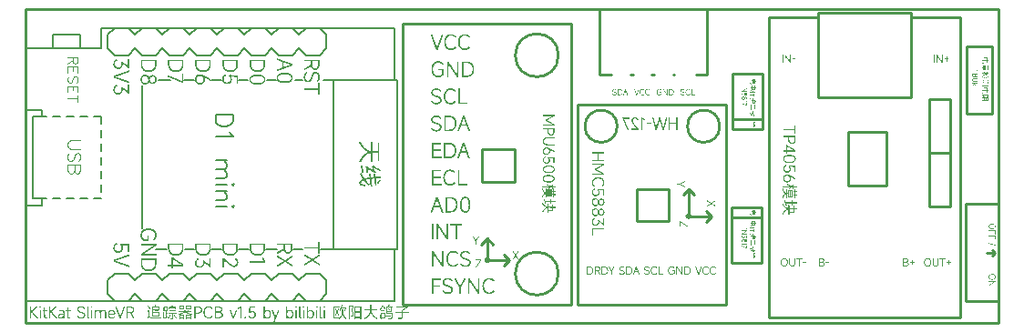
<source format=gto>
G04 Layer: TopSilkscreenLayer*
G04 EasyEDA Pro v1.7.27, 2022-07-12 11:29:45*
G04 Gerber Generator version 0.3*
G04 Scale: 100 percent, Rotated: No, Reflected: No*
G04 Dimensions in millimeters*
G04 Leading zeros omitted, absolute positions, 3 integers and 3 decimals*
%FSLAX33Y33*%
%MOMM*%
%ADD10C,0.14224*%
%ADD11C,0.08128*%
%ADD12C,0.1016*%
%ADD13C,0.254*%
%ADD14C,0.127*%
%ADD15C,0.5751*%
%ADD16C,0.573039*%
G75*


G04 Text Start*
G04 //text: 充  电保护二极管*
G04         1N5817*
G36*
G01X67470Y10655D02*
G01X67466Y10654D01*
G01X67463Y10652D01*
G01X67461Y10650D01*
G01X67455Y10647D01*
G01X67452Y10645D01*
G01X67447Y10642D01*
G01X67445Y10640D01*
G01X67440Y10638D01*
G01X67438Y10636D01*
G01Y10635D01*
G01X67436Y10634D01*
G01Y10632D01*
G01X67438Y10630D01*
G01X67440Y10625D01*
G01X67442Y10619D01*
G01X67444Y10616D01*
G01X67450Y10605D01*
G01X67451Y10601D01*
G01X67456Y10593D01*
G01X67458Y10589D01*
G01X67460Y10586D01*
G01X67462Y10582D01*
G01X67463Y10579D01*
G01X67464Y10578D01*
G01X67466Y10575D01*
G01X67469Y10571D01*
G01X67475Y10562D01*
G01X67478Y10557D01*
G01X67485Y10548D01*
G01X67488Y10542D01*
G01X67491Y10538D01*
G01X67494Y10535D01*
G01X67499Y10529D01*
G01X67504Y10524D01*
G01X67507Y10520D01*
G01X67509Y10518D01*
G01X67512Y10515D01*
G01X67515Y10513D01*
G01X67516Y10510D01*
G01X67518Y10508D01*
G01X67520Y10507D01*
G01X67523Y10504D01*
G01X67531Y10498D01*
G01X67549Y10487D01*
G01X67552Y10485D01*
G01X67559Y10482D01*
G01X67563Y10480D01*
G01X67571Y10475D01*
G01X67575Y10474D01*
G01X67581Y10472D01*
G01X67584Y10471D01*
G01X67588Y10469D01*
G01X67590Y10468D01*
G01X67593D01*
G01X67600Y10466D01*
G01X67613Y10463D01*
G01X67617Y10462D01*
G01X67619Y10461D01*
G01X67624D01*
G01X67628D01*
G01X67632Y10459D01*
G01X67636Y10458D01*
G01X67641D01*
G01X67649Y10457D01*
G01X67653D01*
G01X67656Y10456D01*
G01X67662Y10455D01*
G01X67666D01*
G01X67682Y10454D01*
G01X67690D01*
G01Y10446D01*
G01Y10442D01*
G01X67691Y10440D01*
G01X67692Y10438D01*
G01Y10435D01*
G01Y10413D01*
G01X67693Y10409D01*
G01Y10407D01*
G01Y10405D01*
G01X67694Y10402D01*
G01Y10378D01*
G01X67695Y10374D01*
G01Y10371D01*
G01X67696Y10368D01*
G01Y10365D01*
G01X67695Y10364D01*
G01Y10363D01*
G01Y10362D01*
G01X67694Y10361D01*
G01X67693D01*
G01X67692Y10360D01*
G01X67690D01*
G01X67687D01*
G01X67685D01*
G01X67679Y10361D01*
G01X67600D01*
G01X67517D01*
G01X67515Y10360D01*
G01X67513D01*
G01X67508Y10359D01*
G01X67499Y10358D01*
G01X67495Y10357D01*
G01X67491Y10356D01*
G01X67482Y10352D01*
G01X67480Y10351D01*
G01X67477Y10349D01*
G01X67476Y10347D01*
G01X67473Y10344D01*
G01X67470Y10342D01*
G01X67468Y10340D01*
G01X67464Y10335D01*
G01X67463Y10332D01*
G01X67462Y10328D01*
G01X67459Y10319D01*
G01X67458Y10315D01*
G01X67456Y10306D01*
G01Y10304D01*
G01Y10283D01*
G01X67455Y10254D01*
G01X67456Y10208D01*
G01Y10204D01*
G01X67457Y10202D01*
G01Y10199D01*
G01Y10194D01*
G01X67458Y10191D01*
G01X67461Y10183D01*
G01X67463Y10178D01*
G01X67465Y10172D01*
G01X67467Y10170D01*
G01X67470Y10166D01*
G01X67472Y10164D01*
G01X67474Y10162D01*
G01X67476Y10160D01*
G01X67485Y10153D01*
G01X67487Y10152D01*
G01X67489Y10151D01*
G01X67495Y10150D01*
G01X67499Y10148D01*
G01X67508Y10147D01*
G01X67512Y10145D01*
G01X67516D01*
G01X67533D01*
G01X67537Y10144D01*
G01X67538D01*
G01X67544Y10142D01*
G01X67545D01*
G01X67548D01*
G01X67552D01*
G01X67553D01*
G01X67555D01*
G01X67558Y10141D01*
G01X67582D01*
G01X67586Y10142D01*
G01X67590D01*
G01X67592Y10143D01*
G01X67593D01*
G01Y10144D01*
G01X67594Y10145D01*
G01X67595Y10147D01*
G01X67596Y10149D01*
G01X67597Y10151D01*
G01X67598Y10161D01*
G01X67599Y10166D01*
G01X67601Y10171D01*
G01Y10174D01*
G01Y10178D01*
G01Y10179D01*
G01X67600D01*
G01Y10180D01*
G01X67599Y10181D01*
G01X67598Y10182D01*
G01X67597D01*
G01X67595D01*
G01X67585Y10183D01*
G01X67562D01*
G01X67534D01*
G01X67530Y10184D01*
G01X67529D01*
G01X67527D01*
G01X67523Y10185D01*
G01X67517Y10186D01*
G01X67513Y10187D01*
G01X67510Y10188D01*
G01X67506Y10191D01*
G01X67503Y10195D01*
G01X67502Y10199D01*
G01X67499Y10205D01*
G01X67498Y10208D01*
G01Y10211D01*
G01X67497Y10215D01*
G01Y10228D01*
G01X67496Y10232D01*
G01Y10233D01*
G01Y10234D01*
G01Y10237D01*
G01X67495Y10256D01*
G01X67496Y10273D01*
G01Y10277D01*
G01Y10278D01*
G01X67497Y10280D01*
G01Y10282D01*
G01Y10293D01*
G01X67498Y10297D01*
G01Y10299D01*
G01X67502Y10304D01*
G01Y10306D01*
G01X67503Y10307D01*
G01X67504Y10308D01*
G01X67505Y10310D01*
G01X67509Y10312D01*
G01X67514Y10314D01*
G01X67518Y10315D01*
G01X67521D01*
G01X67608D01*
G01X67691Y10316D01*
G01X67696D01*
G01X67697Y10315D01*
G01X67698Y10311D01*
G01X67699Y10305D01*
G01Y10286D01*
G01X67700Y10266D01*
G01Y10261D01*
G01Y10259D01*
G01X67701Y10257D01*
G01X67700Y10256D01*
G01Y10252D01*
G01Y10249D01*
G01X67701Y10246D01*
G01Y10242D01*
G01X67702Y10238D01*
G01Y10237D01*
G01Y10235D01*
G01Y10234D01*
G01X67700Y10231D01*
G01X67699Y10230D01*
G01X67691Y10223D01*
G01X67682Y10216D01*
G01X67680Y10214D01*
G01X67678Y10212D01*
G01X67676Y10210D01*
G01X67672Y10206D01*
G01X67670Y10205D01*
G01X67669Y10204D01*
G01X67667Y10203D01*
G01X67666Y10201D01*
G01X67665Y10200D01*
G01X67663Y10199D01*
G01X67662Y10197D01*
G01Y10195D01*
G01X67663Y10194D01*
G01Y10192D01*
G01X67664Y10191D01*
G01X67667Y10189D01*
G01X67669Y10187D01*
G01X67672Y10183D01*
G01X67676Y10180D01*
G01X67678Y10178D01*
G01X67680Y10175D01*
G01X67682Y10173D01*
G01X67685Y10170D01*
G01X67686Y10169D01*
G01X67688Y10168D01*
G01X67689D01*
G01X67690Y10167D01*
G01X67693Y10168D01*
G01X67695Y10171D01*
G01X67696Y10172D01*
G01X67698Y10173D01*
G01X67702Y10176D01*
G01X67705Y10178D01*
G01X67706Y10179D01*
G01X67707Y10181D01*
G01X67710Y10184D01*
G01X67713Y10187D01*
G01X67715Y10189D01*
G01X67718Y10192D01*
G01X67719Y10193D01*
G01X67722Y10195D01*
G01X67724Y10196D01*
G01X67726Y10197D01*
G01X67730Y10202D01*
G01X67736Y10207D01*
G01X67740Y10210D01*
G01X67744Y10214D01*
G01X67745Y10216D01*
G01X67748Y10218D01*
G01X67751Y10221D01*
G01X67755Y10225D01*
G01X67757Y10228D01*
G01X67760Y10230D01*
G01X67763Y10232D01*
G01X67767Y10236D01*
G01X67772Y10240D01*
G01X67774Y10242D01*
G01X67776Y10245D01*
G01X67778Y10246D01*
G01X67780Y10248D01*
G01X67784Y10250D01*
G01X67787Y10252D01*
G01X67788Y10254D01*
G01X67789Y10256D01*
G01X67792Y10259D01*
G01X67795Y10261D01*
G01X67798Y10265D01*
G01X67801Y10267D01*
G01X67804Y10270D01*
G01X67807Y10274D01*
G01X67809Y10276D01*
G01X67813Y10279D01*
G01X67816Y10283D01*
G01X67819Y10285D01*
G01X67823Y10289D01*
G01X67826Y10293D01*
G01X67828Y10295D01*
G01X67832Y10298D01*
G01X67834Y10300D01*
G01X67836Y10304D01*
G01X67837Y10305D01*
G01X67838Y10306D01*
G01Y10307D01*
G01X67837Y10309D01*
G01X67835Y10311D01*
G01X67831Y10316D01*
G01X67826Y10322D01*
G01X67824Y10325D01*
G01X67822Y10328D01*
G01X67817Y10330D01*
G01X67815Y10332D01*
G01X67814Y10333D01*
G01X67812D01*
G01X67811Y10332D01*
G01X67808Y10330D01*
G01X67805Y10326D01*
G01X67803Y10324D01*
G01X67799Y10321D01*
G01X67796Y10317D01*
G01X67794Y10315D01*
G01X67790Y10312D01*
G01X67788Y10309D01*
G01X67787Y10307D01*
G01X67783Y10305D01*
G01X67781Y10303D01*
G01X67778Y10300D01*
G01X67774Y10298D01*
G01X67772Y10296D01*
G01X67769Y10292D01*
G01X67767Y10290D01*
G01X67763Y10286D01*
G01X67761Y10284D01*
G01X67760Y10282D01*
G01X67759Y10281D01*
G01X67758D01*
G01X67755Y10279D01*
G01X67754D01*
G01X67753Y10278D01*
G01X67751Y10275D01*
G01X67747Y10272D01*
G01X67745Y10270D01*
G01X67743Y10269D01*
G01X67742Y10270D01*
G01X67741Y10272D01*
G01Y10277D01*
G01Y10295D01*
G01X67740Y10299D01*
G01Y10300D01*
G01Y10302D01*
G01X67739Y10306D01*
G01Y10329D01*
G01X67738Y10334D01*
G01Y10335D01*
G01Y10336D01*
G01Y10339D01*
G01X67737Y10357D01*
G01Y10373D01*
G01Y10377D01*
G01X67736Y10379D01*
G01Y10384D01*
G01X67735Y10406D01*
G01Y10409D01*
G01Y10411D01*
G01X67734Y10412D01*
G01Y10416D01*
G01Y10433D01*
G01X67733Y10449D01*
G01Y10454D01*
G01Y10456D01*
G01X67732Y10460D01*
G01Y10484D01*
G01X67731Y10488D01*
G01Y10489D01*
G01Y10490D01*
G01X67730Y10493D01*
G01Y10510D01*
G01Y10525D01*
G01X67729Y10530D01*
G01Y10531D01*
G01Y10532D01*
G01Y10534D01*
G01Y10536D01*
G01X67731Y10539D01*
G01X67733Y10540D01*
G01X67735Y10539D01*
G01X67737Y10537D01*
G01X67740Y10533D01*
G01X67742Y10531D01*
G01X67746Y10528D01*
G01X67748Y10526D01*
G01X67749Y10524D01*
G01X67751Y10522D01*
G01X67755Y10518D01*
G01X67757Y10515D01*
G01X67759Y10512D01*
G01X67763Y10509D01*
G01X67765Y10507D01*
G01X67768Y10503D01*
G01X67772Y10500D01*
G01X67774Y10498D01*
G01X67777Y10494D01*
G01X67780Y10492D01*
G01X67781Y10491D01*
G01X67783Y10490D01*
G01X67784Y10488D01*
G01X67788Y10484D01*
G01X67790Y10482D01*
G01X67792Y10480D01*
G01X67794Y10479D01*
G01X67798Y10473D01*
G01X67799Y10472D01*
G01X67801Y10471D01*
G01X67803Y10470D01*
G01X67804D01*
G01X67805Y10469D01*
G01X67809Y10464D01*
G01X67813Y10461D01*
G01X67816Y10457D01*
G01X67819Y10455D01*
G01X67823Y10452D01*
G01X67825Y10449D01*
G01X67828Y10446D01*
G01X67830Y10445D01*
G01X67832Y10444D01*
G01X67833Y10443D01*
G01X67837Y10438D01*
G01X67843Y10434D01*
G01X67847Y10430D01*
G01X67849Y10429D01*
G01X67852Y10426D01*
G01X67853Y10424D01*
G01X67854Y10423D01*
G01X67855D01*
G01X67858Y10422D01*
G01X67859Y10421D01*
G01X67860Y10420D01*
G01X67862Y10417D01*
G01X67864Y10415D01*
G01X67865Y10414D01*
G01X67866Y10413D01*
G01Y10411D01*
G01X67867Y10405D01*
G01X67868Y10296D01*
G01Y10148D01*
G01X67873Y10147D01*
G01X67875Y10146D01*
G01X67880Y10145D01*
G01X67885D01*
G01X67898D01*
G01X67902D01*
G01X67905Y10146D01*
G01X67906D01*
G01X67907D01*
G01X67908Y10147D01*
G01Y10150D01*
G01X67909Y10159D01*
G01X67910Y10253D01*
G01X67911Y10345D01*
G01X67912Y10354D01*
G01Y10357D01*
G01Y10358D01*
G01X67914Y10360D01*
G01X67918Y10362D01*
G01X67924Y10363D01*
G01X67927Y10364D01*
G01X67939Y10368D01*
G01X67944Y10370D01*
G01X67948Y10371D01*
G01X67956Y10374D01*
G01X67962Y10376D01*
G01X67968Y10378D01*
G01X67972Y10380D01*
G01X67980Y10382D01*
G01X67982Y10383D01*
G01X67986Y10385D01*
G01X67987Y10387D01*
G01X67988D01*
G01X67989Y10388D01*
G01Y10389D01*
G01X67990Y10390D01*
G01Y10399D01*
G01X67989Y10402D01*
G01X67988Y10404D01*
G01Y10415D01*
G01Y10419D01*
G01X67986Y10427D01*
G01X67985Y10428D01*
G01X67984Y10429D01*
G01X67980D01*
G01X67975Y10428D01*
G01X67972Y10427D01*
G01X67970Y10426D01*
G01X67968Y10425D01*
G01X67965Y10424D01*
G01X67960Y10423D01*
G01X67957Y10422D01*
G01X67955D01*
G01X67953Y10420D01*
G01X67952D01*
G01X67950Y10419D01*
G01X67945Y10418D01*
G01X67941Y10417D01*
G01X67937Y10415D01*
G01X67933Y10413D01*
G01X67917Y10408D01*
G01X67912Y10406D01*
G01X67911Y10413D01*
G01X67910Y10416D01*
G01Y10534D01*
G01Y10648D01*
G01X67870D01*
G01X67869Y10643D01*
G01X67868Y10629D01*
G01Y10553D01*
G01X67867Y10480D01*
G01Y10472D01*
G01X67866Y10469D01*
G01Y10468D01*
G01Y10467D01*
G01X67865D01*
G01X67864Y10468D01*
G01X67863Y10469D01*
G01X67860Y10471D01*
G01X67857Y10474D01*
G01X67853Y10476D01*
G01X67851Y10479D01*
G01X67848Y10483D01*
G01X67844Y10486D01*
G01X67840Y10491D01*
G01X67839Y10492D01*
G01X67837Y10493D01*
G01X67834Y10495D01*
G01X67832Y10496D01*
G01X67831Y10497D01*
G01X67829Y10500D01*
G01X67827Y10502D01*
G01X67823Y10505D01*
G01X67820Y10509D01*
G01X67817Y10511D01*
G01X67814Y10514D01*
G01X67811Y10518D01*
G01X67808Y10520D01*
G01X67805Y10523D01*
G01X67802Y10527D01*
G01X67800Y10529D01*
G01X67796Y10532D01*
G01X67793Y10536D01*
G01X67791Y10538D01*
G01X67787Y10542D01*
G01X67783Y10545D01*
G01X67781Y10548D01*
G01X67777Y10551D01*
G01X67774Y10554D01*
G01X67770Y10559D01*
G01X67768Y10560D01*
G01X67767Y10562D01*
G01X67764Y10566D01*
G01X67762Y10568D01*
G01X67761Y10569D01*
G01X67759Y10571D01*
G01X67757Y10574D01*
G01X67753Y10577D01*
G01X67751Y10579D01*
G01X67749Y10580D01*
G01X67743Y10589D01*
G01X67740Y10591D01*
G01X67739Y10592D01*
G01X67738Y10594D01*
G01X67736Y10597D01*
G01X67735Y10599D01*
G01X67734Y10600D01*
G01X67731Y10602D01*
G01X67729Y10605D01*
G01X67727Y10608D01*
G01X67722Y10610D01*
G01X67720D01*
G01X67714D01*
G01X67711D01*
G01X67706Y10609D01*
G01X67696Y10606D01*
G01X67688Y10603D01*
G01X67686Y10602D01*
G01X67685Y10601D01*
G01X67684Y10599D01*
G01Y10598D01*
G01X67683Y10595D01*
G01Y10587D01*
G01X67684Y10584D01*
G01Y10582D01*
G01Y10580D01*
G01X67685Y10570D01*
G01Y10567D01*
G01Y10565D01*
G01X67686D01*
G01Y10561D01*
G01Y10540D01*
G01X67687Y10520D01*
G01Y10516D01*
G01Y10515D01*
G01Y10513D01*
G01X67688Y10511D01*
G01Y10496D01*
G01X67681D01*
G01X67678D01*
G01X67676Y10497D01*
G01X67671D01*
G01X67653Y10498D01*
G01X67649D01*
G01X67644Y10499D01*
G01X67640Y10500D01*
G01X67623Y10503D01*
G01X67615Y10505D01*
G01X67609Y10507D01*
G01X67604Y10508D01*
G01X67598Y10510D01*
G01X67595Y10511D01*
G01X67593Y10512D01*
G01X67591Y10513D01*
G01X67588Y10514D01*
G01X67583Y10516D01*
G01X67580Y10518D01*
G01X67577Y10519D01*
G01X67569Y10524D01*
G01X67559Y10530D01*
G01X67558Y10531D01*
G01X67556Y10532D01*
G01X67551Y10536D01*
G01X67548Y10538D01*
G01X67547Y10539D01*
G01X67545Y10542D01*
G01X67543Y10544D01*
G01X67539Y10547D01*
G01X67536Y10551D01*
G01X67534Y10553D01*
G01X67531Y10555D01*
G01X67530Y10556D01*
G01X67529Y10558D01*
G01X67527Y10561D01*
G01X67526Y10562D01*
G01X67525Y10564D01*
G01X67524Y10565D01*
G01X67522Y10566D01*
G01X67521Y10567D01*
G01Y10568D01*
G01X67519Y10570D01*
G01X67518Y10574D01*
G01X67514Y10580D01*
G01X67511Y10584D01*
G01X67506Y10593D01*
G01X67499Y10603D01*
G01X67496Y10611D01*
G01X67492Y10618D01*
G01X67488Y10624D01*
G01X67485Y10629D01*
G01Y10631D01*
G01X67481Y10640D01*
G01X67480Y10643D01*
G01X67477Y10647D01*
G01X67475Y10652D01*
G01Y10653D01*
G01X67474Y10654D01*
G01X67473D01*
G01Y10655D01*
G37*
G36*
G01X67599Y9592D02*
G01X67598Y9586D01*
G01Y9572D01*
G01X67597Y9495D01*
G01Y9478D01*
G01X67636D01*
G01Y9544D01*
G01Y9547D01*
G01X67637Y9548D01*
G01X67644D01*
G01X67684D01*
G01X67732D01*
G01Y9480D01*
G01Y9477D01*
G01X67772D01*
G01Y9543D01*
G01X67773Y9545D01*
G01Y9546D01*
G01X67774D01*
G01X67776Y9547D01*
G01X67778Y9548D01*
G01X67790D01*
G01X67868D01*
G01Y9407D01*
G01X67862Y9406D01*
G01X67860D01*
G01X67844Y9405D01*
G01X67816D01*
G01X67789D01*
G01X67782Y9406D01*
G01X67777Y9407D01*
G01X67776D01*
G01X67775D01*
G01X67774Y9408D01*
G01Y9409D01*
G01X67773Y9413D01*
G01X67772Y9426D01*
G01Y9477D01*
G01X67732D01*
G01X67733Y9413D01*
G01Y9408D01*
G01X67732D01*
G01X67730Y9407D01*
G01X67729Y9406D01*
G01X67726D01*
G01X67710Y9405D01*
G01X67683D01*
G01X67652D01*
G01X67644Y9406D01*
G01X67640Y9407D01*
G01X67638D01*
G01X67637D01*
G01Y9408D01*
G01Y9409D01*
G01X67636Y9419D01*
G01Y9478D01*
G01X67597D01*
G01Y9407D01*
G01X67591Y9406D01*
G01X67589D01*
G01X67574Y9405D01*
G01X67546D01*
G01X67515Y9404D01*
G01X67509D01*
G01X67506Y9403D01*
G01X67505D01*
G01X67503Y9402D01*
G01X67498Y9401D01*
G01X67494Y9400D01*
G01X67492Y9399D01*
G01X67489Y9398D01*
G01X67487Y9396D01*
G01X67480Y9392D01*
G01X67479Y9391D01*
G01X67474Y9386D01*
G01X67469Y9380D01*
G01X67467Y9377D01*
G01X67466Y9375D01*
G01X67464Y9370D01*
G01X67462Y9362D01*
G01X67461Y9359D01*
G01X67459Y9350D01*
G01X67458D01*
G01Y9349D01*
G01Y9348D01*
G01X67457Y9258D01*
G01X67458Y9168D01*
G01Y9166D01*
G01X67459Y9162D01*
G01X67461Y9155D01*
G01X67466Y9139D01*
G01X67468Y9134D01*
G01X67470Y9133D01*
G01X67471Y9132D01*
G01X67474Y9130D01*
G01X67477Y9126D01*
G01X67479Y9124D01*
G01X67480Y9123D01*
G01X67485Y9119D01*
G01X67488Y9118D01*
G01X67493Y9116D01*
G01X67497Y9115D01*
G01X67502Y9113D01*
G01X67505Y9112D01*
G01X67509Y9111D01*
G01X67522Y9109D01*
G01X67527Y9108D01*
G01X67531Y9107D01*
G01X67532D01*
G01X67535D01*
G01X67548Y9106D01*
G01X67567D01*
G01X67572D01*
G01X67573Y9105D01*
G01X67574D01*
G01X67577D01*
G01X67587Y9104D01*
G01X67591D01*
G01X67594Y9103D01*
G01X67598D01*
G01X67601D01*
G01X67603D01*
G01X67604D01*
G01X67605Y9104D01*
G01X67606D01*
G01X67607Y9105D01*
G01X67608Y9106D01*
G01X67609Y9107D01*
G01X67610Y9109D01*
G01Y9112D01*
G01X67612Y9120D01*
G01X67613Y9124D01*
G01X67615Y9133D01*
G01X67616Y9137D01*
G01X67617Y9141D01*
G01Y9142D01*
G01X67616Y9144D01*
G01X67615Y9145D01*
G01X67612D01*
G01X67609D01*
G01X67606Y9146D01*
G01X67603D01*
G01X67565Y9147D01*
G01X67561D01*
G01X67560Y9148D01*
G01X67559D01*
G01X67555D01*
G01X67537Y9149D01*
G01X67533D01*
G01X67522Y9152D01*
G01X67516Y9154D01*
G01X67514Y9155D01*
G01X67513Y9157D01*
G01X67509Y9159D01*
G01X67508Y9160D01*
G01X67507Y9162D01*
G01X67506Y9163D01*
G01X67505Y9166D01*
G01X67504Y9170D01*
G01X67502Y9172D01*
G01X67501Y9174D01*
G01Y9177D01*
G01X67500Y9180D01*
G01X67499Y9186D01*
G01Y9192D01*
G01X67498Y9195D01*
G01Y9196D01*
G01Y9198D01*
G01X67497Y9234D01*
G01Y9261D01*
G01X67498Y9322D01*
G01Y9325D01*
G01Y9327D01*
G01X67499Y9331D01*
G01Y9337D01*
G01X67500Y9341D01*
G01X67501D01*
G01X67503Y9345D01*
G01X67504Y9347D01*
G01Y9349D01*
G01X67505Y9350D01*
G01X67507Y9353D01*
G01X67510Y9355D01*
G01X67514Y9357D01*
G01X67517Y9359D01*
G01X67523Y9361D01*
G01X67526Y9362D01*
G01X67531D01*
G01X67551Y9363D01*
G01X67597D01*
G01Y9214D01*
G01X67636D01*
G01Y9287D01*
G01Y9359D01*
G01Y9362D01*
G01X67637D01*
G01X67644D01*
G01X67685Y9363D01*
G01X67734D01*
G01X67733Y9355D01*
G01Y9350D01*
G01X67732Y9291D01*
G01X67772D01*
G01Y9357D01*
G01X67773Y9360D01*
G01X67774Y9361D01*
G01X67776Y9362D01*
G01X67778D01*
G01X67790D01*
G01X67824Y9363D01*
G01X67868D01*
G01Y9214D01*
G01X67774D01*
G01X67773Y9219D01*
G01X67772Y9227D01*
G01Y9291D01*
G01X67732D01*
G01Y9280D01*
G01Y9214D01*
G01X67636D01*
G01X67597D01*
G01Y9174D01*
G01X67602Y9173D01*
G01X67603D01*
G01X67756Y9172D01*
G01X67904D01*
G01X67905Y9178D01*
G01X67906Y9192D01*
G01Y9272D01*
G01Y9363D01*
G01X67979D01*
G01X67980Y9369D01*
G01X67981Y9373D01*
G01Y9388D01*
G01Y9405D01*
G01X67946D01*
G01X67922D01*
G01X67915Y9406D01*
G01X67911D01*
G01X67909Y9407D01*
G01X67908D01*
G01Y9408D01*
G01Y9410D01*
G01X67907Y9418D01*
G01X67906Y9500D01*
G01Y9590D01*
G01X67902Y9591D01*
G01X67901D01*
G01X67748Y9592D01*
G37*
G36*
G01X67710Y9039D02*
G01X67708Y9039D01*
G01X67707Y9038D01*
G01X67704Y9036D01*
G01X67702D01*
G01X67698Y9034D01*
G01X67689Y9030D01*
G01X67686Y9029D01*
G01X67682Y9027D01*
G01X67676Y9023D01*
G01X67675Y9022D01*
G01Y9021D01*
G01X67676Y9020D01*
G01X67679Y9018D01*
G01X67681Y9017D01*
G01X67685Y9014D01*
G01X67690Y9010D01*
G01X67695Y9007D01*
G01X67700Y9004D01*
G01X67714Y8995D01*
G01X67717Y8993D01*
G01X67718Y8991D01*
G01X67721Y8989D01*
G01X67728Y8987D01*
G01X67729Y8986D01*
G01X67731Y8984D01*
G01X67733Y8982D01*
G01X67736Y8980D01*
G01X67743Y8976D01*
G01X67746Y8975D01*
G01X67749Y8972D01*
G01X67751Y8971D01*
G01X67752Y8970D01*
G01X67753Y8969D01*
G01Y8967D01*
G01X67752Y8966D01*
G01X67747D01*
G01X67597Y8965D01*
G01X67444Y8964D01*
G01X67442D01*
G01Y8962D01*
G01X67441Y8952D01*
G01Y8927D01*
G01X67446Y8926D01*
G01X67450D01*
G01X67647Y8925D01*
G01X67846Y8924D01*
G01X67847D01*
G01X67850Y8923D01*
G01X67857Y8919D01*
G01X67863Y8918D01*
G01X67866Y8916D01*
G01X67871Y8914D01*
G01X67877Y8912D01*
G01X67881Y8911D01*
G01X67885Y8909D01*
G01X67887Y8907D01*
G01X67890Y8906D01*
G01X67895Y8905D01*
G01X67901Y8902D01*
G01X67905Y8901D01*
G01X67909Y8899D01*
G01X67918Y8897D01*
G01X67929Y8893D01*
G01X67932Y8892D01*
G01X67937Y8891D01*
G01X67939Y8889D01*
G01X67941D01*
G01X67943Y8887D01*
G01X67945D01*
G01X67947Y8886D01*
G01X67953Y8885D01*
G01X67956Y8884D01*
G01X67966Y8880D01*
G01X67969D01*
G01Y8881D01*
G01X67970D01*
G01X67972Y8884D01*
G01X67973Y8886D01*
G01Y8889D01*
G01X67976Y8898D01*
G01X67977Y8904D01*
G01X67978Y8907D01*
G01X67980Y8911D01*
G01Y8917D01*
G01Y8918D01*
G01X67979Y8919D01*
G01Y8920D01*
G01X67975Y8921D01*
G01X67970Y8923D01*
G01X67967D01*
G01X67964Y8924D01*
G01X67961Y8926D01*
G01X67959D01*
G01X67956Y8927D01*
G01X67951Y8928D01*
G01X67948Y8929D01*
G01X67946Y8930D01*
G01X67944Y8931D01*
G01X67942Y8932D01*
G01X67934Y8934D01*
G01X67928Y8936D01*
G01X67921Y8939D01*
G01X67916Y8941D01*
G01X67912Y8942D01*
G01X67906Y8944D01*
G01X67901Y8946D01*
G01X67897Y8947D01*
G01X67893Y8950D01*
G01X67887Y8952D01*
G01X67882Y8954D01*
G01X67874Y8957D01*
G01X67868Y8959D01*
G01X67864Y8961D01*
G01X67861Y8963D01*
G01X67853Y8967D01*
G01X67843Y8970D01*
G01X67837Y8973D01*
G01X67816Y8983D01*
G01X67809Y8986D01*
G01X67806Y8988D01*
G01X67796Y8993D01*
G01X67794Y8994D01*
G01X67792Y8995D01*
G01X67787Y8999D01*
G01X67780Y9002D01*
G01X67773Y9006D01*
G01X67770Y9007D01*
G01X67765Y9009D01*
G01X67761Y9011D01*
G01X67757Y9014D01*
G01X67753Y9016D01*
G01X67747Y9019D01*
G01X67746Y9020D01*
G01X67743Y9022D01*
G01X67741Y9024D01*
G01X67736Y9026D01*
G01X67734Y9028D01*
G01X67730Y9031D01*
G01X67720Y9036D01*
G01X67718D01*
G01X67716Y9038D01*
G01X67713Y9039D01*
G37*
G36*
G01X67039Y8959D02*
G01X67040Y8955D01*
G01X67041Y8951D01*
G01Y8950D01*
G01X67044Y8947D01*
G01X67045Y8944D01*
G01X67048Y8939D01*
G01X67049Y8935D01*
G01X67052Y8932D01*
G01X67054Y8925D01*
G01X67055Y8923D01*
G01X67057Y8921D01*
G01X67060Y8917D01*
G01X67062Y8913D01*
G01X67064Y8908D01*
G01X67066Y8905D01*
G01X67068Y8901D01*
G01X67071Y8895D01*
G01X67072Y8892D01*
G01X67073Y8890D01*
G01X67077Y8885D01*
G01X67078Y8883D01*
G01X67079Y8879D01*
G01X67081Y8877D01*
G01Y8875D01*
G01X67082Y8874D01*
G01Y8872D01*
G01X67081D01*
G01X67075Y8871D01*
G01X66884Y8870D01*
G01X66687Y8869D01*
G01X66686D01*
G01X66685D01*
G01Y8868D01*
G01Y8863D01*
G01Y8836D01*
G01X66686Y8827D01*
G01Y8824D01*
G01X66688Y8823D01*
G01X66690D01*
G01X66693Y8822D01*
G01X66694D01*
G01X66696D01*
G01X66915Y8821D01*
G01X67132Y8822D01*
G01X67136Y8823D01*
G01X67137D01*
G01X67138Y8825D01*
G01Y8827D01*
G01Y8829D01*
G01X67139Y8835D01*
G01Y8843D01*
G01Y8853D01*
G01Y8857D01*
G01X67138Y8861D01*
G01Y8862D01*
G01X67137Y8863D01*
G01X67136Y8864D01*
G01X67133Y8870D01*
G01X67131Y8874D01*
G01X67130Y8876D01*
G01X67127Y8883D01*
G01X67125Y8887D01*
G01X67123Y8891D01*
G01X67120Y8897D01*
G01X67119Y8899D01*
G01X67117Y8901D01*
G01X67114Y8906D01*
G01X67113Y8909D01*
G01X67111Y8912D01*
G01X67108Y8917D01*
G01X67107Y8921D01*
G01X67105Y8924D01*
G01X67103Y8929D01*
G01X67100Y8936D01*
G01X67098Y8939D01*
G01X67096Y8943D01*
G01X67091Y8951D01*
G01X67086Y8959D01*
G37*
G36*
G01X67508Y8902D02*
G01X67506Y8901D01*
G01X67502Y8898D01*
G01X67499Y8897D01*
G01X67494Y8894D01*
G01X67492Y8893D01*
G01X67486Y8888D01*
G01X67481Y8885D01*
G01X67480Y8884D01*
G01X67479Y8883D01*
G01X67478Y8881D01*
G01X67477Y8880D01*
G01Y8879D01*
G01X67478Y8878D01*
G01Y8876D01*
G01Y8875D01*
G01X67480Y8873D01*
G01X67491Y8855D01*
G01X67495Y8849D01*
G01X67496Y8847D01*
G01X67497Y8846D01*
G01X67500Y8842D01*
G01X67505Y8835D01*
G01X67508Y8830D01*
G01X67514Y8821D01*
G01X67517Y8818D01*
G01X67520Y8815D01*
G01X67523Y8811D01*
G01X67525Y8808D01*
G01X67529Y8803D01*
G01X67531Y8801D01*
G01X67533Y8799D01*
G01X67536Y8797D01*
G01X67537Y8796D01*
G01X67538Y8794D01*
G01X67539Y8791D01*
G01X67541Y8789D01*
G01X67543Y8787D01*
G01X67545Y8785D01*
G01X67548Y8781D01*
G01X67552Y8778D01*
G01X67554Y8776D01*
G01X67557Y8772D01*
G01X67561Y8769D01*
G01X67563Y8767D01*
G01X67567Y8763D01*
G01X67571Y8760D01*
G01X67573Y8758D01*
G01X67575Y8755D01*
G01X67576Y8754D01*
G01X67577Y8753D01*
G01X67581Y8751D01*
G01X67582Y8750D01*
G01X67583Y8749D01*
G01X67584Y8747D01*
G01X67587Y8745D01*
G01X67588Y8744D01*
G01X67592Y8742D01*
G01X67593Y8741D01*
G01X67594Y8740D01*
G01X67595Y8739D01*
G01X67597Y8737D01*
G01X67599Y8735D01*
G01X67601Y8734D01*
G01X67603D01*
G01X67604Y8733D01*
G01X67607Y8730D01*
G01X67613Y8726D01*
G01X67615Y8725D01*
G01X67616Y8723D01*
G01Y8722D01*
G01X67615Y8721D01*
G01X67611D01*
G01X67584Y8720D01*
G01X67532Y8719D01*
G01X67447D01*
G01X67445Y8718D01*
G01X67444D01*
G01Y8717D01*
G01Y8715D01*
G01X67443Y8710D01*
G01Y8697D01*
G01Y8678D01*
G01X67448Y8677D01*
G01X67462Y8676D01*
G01X67536D01*
G01X67611Y8675D01*
G01X67617Y8674D01*
G01X67618D01*
G01X67615Y8670D01*
G01X67598Y8659D01*
G01X67595Y8657D01*
G01X67594Y8655D01*
G01X67592Y8653D01*
G01X67591Y8652D01*
G01X67590D01*
G01X67588Y8651D01*
G01X67586Y8650D01*
G01X67585Y8649D01*
G01X67584Y8648D01*
G01X67580Y8645D01*
G01X67578Y8643D01*
G01X67575Y8639D01*
G01X67572Y8637D01*
G01X67566Y8632D01*
G01X67561Y8628D01*
G01X67560Y8627D01*
G01X67558Y8624D01*
G01X67556Y8622D01*
G01X67554Y8620D01*
G01X67550Y8617D01*
G01X67547Y8614D01*
G01X67545Y8611D01*
G01X67542Y8609D01*
G01X67541Y8608D01*
G01X67540Y8606D01*
G01X67537Y8602D01*
G01X67535Y8599D01*
G01X67534Y8598D01*
G01X67531Y8596D01*
G01X67529Y8594D01*
G01X67524Y8588D01*
G01X67515Y8577D01*
G01X67509Y8568D01*
G01X67488Y8539D01*
G01X67482Y8529D01*
G01X67479Y8526D01*
G01Y8525D01*
G01Y8524D01*
G01Y8523D01*
G01X67478D01*
G01X67479Y8522D01*
G01Y8521D01*
G01X67482Y8519D01*
G01X67485Y8517D01*
G01X67492Y8513D01*
G01X67507Y8504D01*
G01X67511Y8502D01*
G01X67514D01*
G01X67515D01*
G01Y8503D01*
G01X67516Y8505D01*
G01X67519Y8510D01*
G01X67520Y8512D01*
G01X67524Y8517D01*
G01X67525Y8519D01*
G01X67528Y8524D01*
G01X67529Y8527D01*
G01X67534Y8532D01*
G01X67537Y8536D01*
G01X67542Y8546D01*
G01X67544Y8549D01*
G01X67548Y8555D01*
G01X67553Y8560D01*
G01X67557Y8567D01*
G01X67567Y8579D01*
G01X67571Y8584D01*
G01X67574Y8587D01*
G01X67578Y8592D01*
G01X67583Y8598D01*
G01X67585Y8601D01*
G01X67588Y8604D01*
G01X67591Y8607D01*
G01X67594Y8611D01*
G01X67597Y8613D01*
G01X67601Y8616D01*
G01X67603Y8618D01*
G01X67604Y8620D01*
G01X67611Y8625D01*
G01X67613Y8626D01*
G01X67615Y8629D01*
G01X67617Y8631D01*
G01X67623Y8636D01*
G01X67634Y8644D01*
G01X67649Y8655D01*
G01X67652Y8656D01*
G01X67653Y8657D01*
G01X67655Y8658D01*
G01X67656D01*
G01X67657Y8657D01*
G01X67658Y8655D01*
G01Y8654D01*
G01Y8646D01*
G01X67659Y8580D01*
G01Y8510D01*
G01X67666D01*
G01X67671Y8508D01*
G01X67696D01*
G01X67697Y8514D01*
G01Y8523D01*
G01Y8676D01*
G01X67768D01*
G01X67767Y8669D01*
G01Y8667D01*
G01X67766Y8632D01*
G01Y8609D01*
G01X67767Y8592D01*
G01X67806D01*
G01X67807Y8600D01*
G01Y8606D01*
G01X67808Y8701D01*
G01X67807Y8793D01*
G01Y8796D01*
G01Y8797D01*
G01Y8799D01*
G01X67809D01*
G01X67811Y8800D01*
G01X67812Y8801D01*
G01X67826D01*
G01X67864D01*
G01X67901D01*
G01X67908Y8800D01*
G01X67912Y8799D01*
G01X67914D01*
G01X67915D01*
G01Y8797D01*
G01Y8794D01*
G01Y8792D01*
G01X67914Y8782D01*
G01Y8693D01*
G01X67915Y8596D01*
G01Y8594D01*
G01X67914Y8593D01*
G01X67911D01*
G01X67894Y8592D01*
G01X67861D01*
G01X67806D01*
G01X67767D01*
G01Y8566D01*
G01X67768Y8558D01*
G01Y8554D01*
G01X67769Y8553D01*
G01Y8552D01*
G01X67770D01*
G01X67771D01*
G01X67779Y8551D01*
G01X67862Y8550D01*
G01X67952D01*
G01X67953Y8555D01*
G01Y8556D01*
G01X67954Y8700D01*
G01Y8841D01*
G01X67947Y8842D01*
G01X67944D01*
G01X67856Y8843D01*
G01X67770D01*
G01X67768Y8838D01*
G01X67767Y8833D01*
G01Y8813D01*
G01X67766Y8778D01*
G01X67767Y8725D01*
G01Y8721D01*
G01X67766Y8720D01*
G01X67763D01*
G01X67749Y8719D01*
G01X67735D01*
G01X67704D01*
G01X67700D01*
G01X67699Y8718D01*
G01Y8719D01*
G01X67698Y8723D01*
G01X67697Y8799D01*
G01Y8881D01*
G01X67693Y8882D01*
G01X67690D01*
G01X67684Y8883D01*
G01X67671D01*
G01X67668Y8882D01*
G01X67664D01*
G01X67663Y8881D01*
G01X67662D01*
G01X67661Y8880D01*
G01Y8878D01*
G01X67660Y8869D01*
G01X67659Y8808D01*
G01X67658Y8752D01*
G01X67657Y8744D01*
G01Y8740D01*
G01Y8739D01*
G01X67656D01*
G01X67655Y8738D01*
G01X67652Y8739D01*
G01X67650Y8740D01*
G01X67629Y8756D01*
G01X67625Y8758D01*
G01X67622Y8761D01*
G01X67619Y8763D01*
G01X67617Y8766D01*
G01X67616Y8767D01*
G01X67615Y8769D01*
G01X67613Y8770D01*
G01X67609Y8773D01*
G01X67606Y8775D01*
G01X67605Y8776D01*
G01X67604Y8778D01*
G01X67601Y8780D01*
G01X67598Y8783D01*
G01X67594Y8787D01*
G01X67592Y8789D01*
G01X67588Y8792D01*
G01X67585Y8796D01*
G01X67583Y8798D01*
G01X67579Y8801D01*
G01X67577Y8804D01*
G01X67574Y8809D01*
G01X67557Y8829D01*
G01X67554Y8834D01*
G01X67547Y8844D01*
G01X67545Y8846D01*
G01X67544Y8847D01*
G01X67539Y8856D01*
G01X67534Y8863D01*
G01X67526Y8875D01*
G01X67524Y8878D01*
G01X67521Y8884D01*
G01X67515Y8895D01*
G01X67511Y8901D01*
G01X67510D01*
G01X67509Y8902D01*
G37*
G36*
G01X66908Y8705D02*
G01X66687Y8704D01*
G01X66686D01*
G01X66685Y8703D01*
G01Y8702D01*
G01Y8697D01*
G01Y8670D01*
G01Y8665D01*
G01X66686Y8661D01*
G01Y8659D01*
G01X66687Y8658D01*
G01X66688D01*
G01Y8657D01*
G01X66690D01*
G01X66693D01*
G01X66694Y8656D01*
G01X66695D01*
G01X66872D01*
G01X67047D01*
G01X67049D01*
G01X67050Y8657D01*
G01X67052D01*
G01X67053Y8656D01*
G01X67054Y8655D01*
G01X67053Y8653D01*
G01X67050Y8650D01*
G01X67048Y8649D01*
G01X67046Y8648D01*
G01X67045Y8647D01*
G01X67043Y8646D01*
G01X67041Y8644D01*
G01X67036Y8642D01*
G01X67034Y8640D01*
G01X67029Y8637D01*
G01X67021Y8632D01*
G01X67019Y8630D01*
G01X67016Y8628D01*
G01X67013Y8626D01*
G01X67004Y8620D01*
G01X66998Y8616D01*
G01X66996Y8615D01*
G01X66994Y8613D01*
G01X66989Y8611D01*
G01X66986Y8609D01*
G01X66981Y8605D01*
G01X66971Y8598D01*
G01X66966Y8595D01*
G01X66963Y8593D01*
G01X66958Y8590D01*
G01X66956Y8589D01*
G01X66954Y8587D01*
G01X66953Y8586D01*
G01X66949Y8584D01*
G01X66940Y8579D01*
G01X66935Y8575D01*
G01X66928Y8570D01*
G01X66918Y8564D01*
G01X66912Y8559D01*
G01X66902Y8553D01*
G01X66896Y8549D01*
G01X66893Y8548D01*
G01X66890Y8546D01*
G01X66884Y8541D01*
G01X66880Y8538D01*
G01X66876Y8536D01*
G01X66873Y8534D01*
G01X66870Y8532D01*
G01X66864Y8528D01*
G01X66855Y8522D01*
G01X66849Y8518D01*
G01X66846Y8517D01*
G01X66841Y8514D01*
G01X66840Y8513D01*
G01X66838Y8511D01*
G01X66836Y8510D01*
G01X66831Y8507D01*
G01X66828Y8505D01*
G01X66822Y8501D01*
G01X66813Y8495D01*
G01X66807Y8491D01*
G01X66805Y8489D01*
G01X66801Y8487D01*
G01X66799Y8486D01*
G01X66794Y8483D01*
G01X66791Y8481D01*
G01X66787Y8478D01*
G01X66784Y8476D01*
G01X66781Y8474D01*
G01X66775Y8470D01*
G01X66765Y8464D01*
G01X66760Y8460D01*
G01X66757Y8458D01*
G01X66754Y8457D01*
G01X66752Y8455D01*
G01X66747Y8452D01*
G01X66744Y8450D01*
G01X66740Y8447D01*
G01X66737Y8446D01*
G01X66735Y8444D01*
G01X66731Y8441D01*
G01X66728Y8438D01*
G01X66724Y8436D01*
G01X66720Y8434D01*
G01X66713Y8429D01*
G01X66705Y8425D01*
G01X66703Y8423D01*
G01X66701Y8422D01*
G01X66700Y8421D01*
G01X66696Y8419D01*
G01X66689Y8414D01*
G01X66688Y8413D01*
G01X66687Y8411D01*
G01X66686Y8407D01*
G01X66685Y8406D01*
G01Y8402D01*
G01Y8363D01*
G01X66691Y8362D01*
G01X66701D01*
G01X66917Y8361D01*
G01X67137D01*
G01X67138Y8367D01*
G01X67139Y8371D01*
G01Y8389D01*
G01Y8408D01*
G01X67133Y8409D01*
G01X67129D01*
G01X66951Y8410D01*
G01X66775Y8409D01*
G01X66773D01*
G01X66772D01*
G01X66771D01*
G01X66769D01*
G01Y8410D01*
G01Y8411D01*
G01Y8412D01*
G01X66771Y8413D01*
G01X66776Y8417D01*
G01X66782Y8421D01*
G01X66785Y8424D01*
G01X66789Y8426D01*
G01X66793Y8428D01*
G01X66795Y8430D01*
G01X66801Y8434D01*
G01X66820Y8446D01*
G01X66826Y8450D01*
G01X66827Y8451D01*
G01X66830Y8453D01*
G01X66835Y8455D01*
G01X66837Y8457D01*
G01X66843Y8461D01*
G01X66853Y8467D01*
G01X66858Y8471D01*
G01X66861Y8473D01*
G01X66864Y8475D01*
G01X66867Y8476D01*
G01X66871Y8479D01*
G01X66874Y8482D01*
G01X66878Y8484D01*
G01X66881Y8486D01*
G01X66883Y8487D01*
G01X66887Y8490D01*
G01X66890Y8493D01*
G01X66894Y8495D01*
G01X66898Y8497D01*
G01X66901Y8499D01*
G01X66906Y8502D01*
G01X66908Y8504D01*
G01X66913Y8506D01*
G01X66916Y8510D01*
G01X66918Y8511D01*
G01X66922Y8513D01*
G01X66931Y8518D01*
G01X66934Y8520D01*
G01X66937Y8522D01*
G01X66938Y8524D01*
G01X66941Y8526D01*
G01X66945Y8528D01*
G01X66948Y8530D01*
G01X66954Y8534D01*
G01X66964Y8540D01*
G01X66970Y8545D01*
G01X66980Y8551D01*
G01X66986Y8556D01*
G01X66991Y8558D01*
G01X67000Y8564D01*
G01X67003Y8566D01*
G01X67006Y8568D01*
G01X67007Y8569D01*
G01X67010Y8571D01*
G01X67014Y8574D01*
G01X67017Y8575D01*
G01X67023Y8579D01*
G01X67033Y8585D01*
G01X67038Y8589D01*
G01X67046Y8594D01*
G01X67048Y8595D01*
G01X67049Y8596D01*
G01X67051Y8598D01*
G01X67054Y8600D01*
G01X67064Y8606D01*
G01X67070Y8610D01*
G01X67071Y8611D01*
G01X67074Y8613D01*
G01X67078Y8615D01*
G01X67081Y8617D01*
G01X67085Y8620D01*
G01X67093Y8625D01*
G01X67095Y8626D01*
G01X67097Y8627D01*
G01X67098Y8628D01*
G01X67102Y8631D01*
G01X67111Y8637D01*
G01X67117Y8641D01*
G01X67118Y8642D01*
G01X67121Y8644D01*
G01X67126Y8646D01*
G01X67128Y8648D01*
G01X67136Y8654D01*
G01X67137Y8655D01*
G01X67138Y8656D01*
G01Y8658D01*
G01X67139Y8664D01*
G01Y8679D01*
G01Y8703D01*
G01X67130Y8704D01*
G37*
G36*
G01X67677Y8435D02*
G01X67676Y8434D01*
G01X67674D01*
G01X67672Y8433D01*
G01X67670Y8432D01*
G01X67668D01*
G01X67660Y8431D01*
G01X67658D01*
G01X67653Y8429D01*
G01X67650Y8427D01*
G01X67648D01*
G01X67647Y8425D01*
G01Y8421D01*
G01X67648Y8419D01*
G01X67649Y8416D01*
G01Y8413D01*
G01X67651Y8411D01*
G01Y8410D01*
G01X67652Y8408D01*
G01X67653Y8403D01*
G01X67654Y8399D01*
G01X67657Y8395D01*
G01X67662Y8379D01*
G01X67667Y8369D01*
G01X67668Y8365D01*
G01X67671Y8356D01*
G01Y8355D01*
G01Y8354D01*
G01Y8353D01*
G01X67669Y8352D01*
G01X67663D01*
G01X67661Y8353D01*
G01X67660D01*
G01X67654Y8354D01*
G01X67580D01*
G01X67509Y8355D01*
G01X67504D01*
G01X67502Y8356D01*
G01X67501D01*
G01X67497Y8359D01*
G01X67495Y8362D01*
G01X67493Y8367D01*
G01X67492Y8372D01*
G01X67491Y8377D01*
G01Y8380D01*
G01X67490Y8384D01*
G01Y8396D01*
G01Y8421D01*
G01X67479D01*
G01X67475D01*
G01X67470Y8419D01*
G01X67466Y8418D01*
G01X67461D01*
G01X67458Y8417D01*
G01X67451Y8415D01*
G01X67450Y8414D01*
G01Y8412D01*
G01X67449Y8410D01*
G01Y8404D01*
G01X67448Y8388D01*
G01X67449Y8364D01*
G01Y8359D01*
G01Y8358D01*
G01X67450Y8357D01*
G01Y8353D01*
G01Y8347D01*
G01Y8345D01*
G01X67451Y8343D01*
G01X67453Y8339D01*
G01X67455Y8335D01*
G01X67456Y8333D01*
G01X67458Y8329D01*
G01X67459Y8327D01*
G01X67461Y8326D01*
G01X67463Y8324D01*
G01X67467Y8321D01*
G01X67470Y8320D01*
G01X67471Y8319D01*
G01X67475Y8316D01*
G01X67478Y8315D01*
G01X67487Y8313D01*
G01X67488D01*
G01X67498Y8312D01*
G01X67589D01*
G01X67672Y8311D01*
G01X67682Y8310D01*
G01X67688Y8309D01*
G01X67689D01*
G01X67690Y8308D01*
G01X67693Y8303D01*
G01X67694Y8300D01*
G01X67701Y8282D01*
G01X67703Y8278D01*
G01X67704Y8272D01*
G01X67706Y8268D01*
G01X67708Y8264D01*
G01X67710Y8258D01*
G01X67712Y8252D01*
G01X67713Y8250D01*
G01X67714Y8247D01*
G01X67716Y8245D01*
G01X67718Y8244D01*
G01X67720D01*
G01X67726D01*
G01X67736Y8245D01*
G01X67738Y8246D01*
G01X67752Y8248D01*
G01X67755Y8249D01*
G01X67757Y8251D01*
G01Y8254D01*
G01X67755Y8258D01*
G01X67753Y8261D01*
G01X67752Y8265D01*
G01X67751Y8267D01*
G01X67750Y8269D01*
G01X67748Y8273D01*
G01X67746Y8277D01*
G01X67744Y8283D01*
G01X67740Y8292D01*
G01X67739Y8295D01*
G01X67736Y8304D01*
G01X67734Y8308D01*
G01Y8310D01*
G01X67735D01*
G01X67736D01*
G01X67738Y8311D01*
G01X67755Y8312D01*
G01X67834D01*
G01Y8262D01*
G01Y8255D01*
G01X67835Y8251D01*
G01X67836Y8248D01*
G01Y8246D01*
G01X67837Y8245D01*
G01X67838Y8244D01*
G01X67842D01*
G01X67846Y8243D01*
G01X67857D01*
G01X67863D01*
G01X67867D01*
G01X67870Y8244D01*
G01X67872D01*
G01X67873Y8245D01*
G01X67874Y8246D01*
G01Y8247D01*
G01Y8249D01*
G01X67875Y8256D01*
G01Y8280D01*
G01Y8312D01*
G01X67983D01*
G01Y8352D01*
G01X67974Y8353D01*
G01X67968Y8354D01*
G01X67925D01*
G01X67884D01*
G01X67880Y8353D01*
G01X67879D01*
G01X67878Y8354D01*
G01X67877Y8355D01*
G01X67876Y8357D01*
G01Y8358D01*
G01Y8368D01*
G01X67875Y8394D01*
G01Y8427D01*
G01X67869D01*
G01X67866Y8428D01*
G01X67856D01*
G01X67842D01*
G01X67838Y8427D01*
G01X67837D01*
G01X67836D01*
G01Y8426D01*
G01X67835D01*
G01Y8425D01*
G01Y8422D01*
G01X67834Y8415D01*
G01Y8389D01*
G01X67833Y8369D01*
G01Y8362D01*
G01X67832Y8359D01*
G01Y8356D01*
G01X67831Y8354D01*
G01X67830Y8353D01*
G01X67828D01*
G01X67825D01*
G01X67822D01*
G01X67809Y8354D01*
G01X67771D01*
G01X67722Y8353D01*
G01X67718D01*
G01X67717D01*
G01X67716D01*
G01X67715Y8354D01*
G01X67713Y8361D01*
G01X67711Y8365D01*
G01X67710Y8369D01*
G01X67709Y8373D01*
G01X67708Y8376D01*
G01X67707Y8377D01*
G01X67706Y8380D01*
G01X67704Y8383D01*
G01X67703Y8389D01*
G01X67700Y8394D01*
G01X67699Y8397D01*
G01X67697Y8403D01*
G01X67694Y8409D01*
G01X67692Y8416D01*
G01X67689Y8424D01*
G01X67687Y8430D01*
G01X67685Y8433D01*
G01X67684Y8434D01*
G01X67682Y8435D01*
G37*
G36*
G01X67461Y8282D02*
G01X67460Y8281D01*
G01X67458Y8277D01*
G01X67456Y8275D01*
G01X67454Y8273D01*
G01X67453Y8271D01*
G01X67449Y8265D01*
G01X67447Y8262D01*
G01X67444Y8258D01*
G01X67441Y8254D01*
G01X67439Y8252D01*
G01X67438Y8250D01*
G01X67439Y8249D01*
G01Y8247D01*
G01X67442Y8244D01*
G01X67445Y8243D01*
G01X67448Y8241D01*
G01X67454Y8237D01*
G01X67458Y8235D01*
G01X67464Y8231D01*
G01X67470Y8229D01*
G01X67476Y8225D01*
G01X67484Y8220D01*
G01X67491Y8216D01*
G01X67494Y8215D01*
G01X67499Y8212D01*
G01X67503Y8211D01*
G01X67507Y8208D01*
G01X67511Y8207D01*
G01X67518Y8204D01*
G01X67525Y8201D01*
G01X67535Y8198D01*
G01X67543Y8194D01*
G01X67553Y8191D01*
G01X67556Y8190D01*
G01X67564Y8188D01*
G01X67571Y8186D01*
G01X67579Y8185D01*
G01X67583Y8183D01*
G01X67587Y8182D01*
G01X67595Y8181D01*
G01X67600Y8180D01*
G01X67604Y8179D01*
G01X67611D01*
G01X67614D01*
G01X67618Y8177D01*
G01X67622D01*
G01X67624Y8176D01*
G01X67630D01*
G01X67644Y8175D01*
G01X67648D01*
G01X67651Y8174D01*
G01X67656Y8173D01*
G01X67660D01*
G01X67668Y8172D01*
G01X67684D01*
G01Y7970D01*
G01X67727D01*
G01Y8069D01*
G01Y8167D01*
G01Y8169D01*
G01X67729Y8170D01*
G01X67767D01*
G01X67865D01*
G01Y7972D01*
G01X67859Y7971D01*
G01X67854D01*
G01X67791Y7970D01*
G01X67727D01*
G01X67684D01*
G01Y7932D01*
G01X67689Y7931D01*
G01X67690D01*
G01X67719Y7930D01*
G01X67904D01*
G01Y7985D01*
G01X67905Y8026D01*
G01X67906Y8034D01*
G01Y8038D01*
G01X67907Y8039D01*
G01Y8040D01*
G01X67910Y8041D01*
G01X67917Y8044D01*
G01X67923Y8047D01*
G01X67928Y8048D01*
G01X67935Y8051D01*
G01X67941Y8054D01*
G01X67944Y8055D01*
G01X67949Y8057D01*
G01X67951Y8058D01*
G01X67952Y8059D01*
G01X67954D01*
G01X67959Y8061D01*
G01X67961D01*
G01X67963Y8062D01*
G01X67968Y8065D01*
G01X67972Y8067D01*
G01X67978Y8069D01*
G01X67981Y8070D01*
G01X67984Y8072D01*
G01X67987Y8074D01*
G01X67988Y8075D01*
G01X67989Y8077D01*
G01Y8079D01*
G01X67988Y8082D01*
G01X67987Y8088D01*
G01X67985Y8099D01*
G01X67982Y8107D01*
G01X67981Y8110D01*
G01Y8111D01*
G01X67980Y8112D01*
G01X67978Y8113D01*
G01X67977D01*
G01X67975D01*
G01X67974D01*
G01X67971Y8111D01*
G01X67969Y8110D01*
G01X67961Y8107D01*
G01X67957Y8105D01*
G01X67955Y8104D01*
G01X67953Y8103D01*
G01X67947Y8102D01*
G01X67944Y8101D01*
G01X67942Y8100D01*
G01X67937Y8097D01*
G01X67932Y8095D01*
G01X67925Y8092D01*
G01X67919Y8090D01*
G01X67911Y8087D01*
G01X67908D01*
G01X67906Y8088D01*
G01Y8090D01*
G01X67905Y8093D01*
G01Y8124D01*
G01X67904Y8151D01*
G01Y8212D01*
G01X67896Y8213D01*
G01X67890D01*
G01X67774Y8214D01*
G01X67658D01*
G01X67656Y8215D01*
G01X67655D01*
G01X67651D01*
G01X67643Y8216D01*
G01X67638Y8217D01*
G01X67636D01*
G01X67625D01*
G01X67621Y8218D01*
G01X67618Y8219D01*
G01X67614D01*
G01X67607D01*
G01X67604Y8220D01*
G01X67601Y8221D01*
G01X67597Y8222D01*
G01X67587Y8224D01*
G01X67583Y8225D01*
G01X67575Y8227D01*
G01X67569Y8229D01*
G01X67562Y8231D01*
G01X67556Y8233D01*
G01X67554D01*
G01X67547Y8236D01*
G01X67538Y8239D01*
G01X67535Y8241D01*
G01X67531Y8242D01*
G01X67526Y8246D01*
G01X67519Y8249D01*
G01X67511Y8253D01*
G01X67508Y8254D01*
G01X67504Y8257D01*
G01X67501Y8258D01*
G01X67498Y8260D01*
G01X67495Y8262D01*
G01X67491Y8265D01*
G01X67488Y8266D01*
G01X67483Y8270D01*
G01X67473Y8276D01*
G01X67466Y8280D01*
G01X67464Y8282D01*
G37*
G36*
G01X66769Y8280D02*
G01X66767Y8280D01*
G01X66764Y8279D01*
G01X66762Y8278D01*
G01X66759Y8276D01*
G01X66752Y8273D01*
G01X66750Y8272D01*
G01X66749Y8271D01*
G01X66747Y8269D01*
G01X66745Y8268D01*
G01X66741Y8266D01*
G01X66739Y8264D01*
G01X66734Y8261D01*
G01X66732Y8260D01*
G01X66731Y8258D01*
G01X66729Y8256D01*
G01X66727Y8253D01*
G01X66726Y8252D01*
G01X66724Y8250D01*
G01X66720Y8248D01*
G01X66716Y8244D01*
G01X66713Y8240D01*
G01X66711Y8237D01*
G01X66710Y8236D01*
G01X66705Y8232D01*
G01X66703Y8227D01*
G01X66696Y8216D01*
G01X66694Y8213D01*
G01X66693Y8210D01*
G01X66692Y8207D01*
G01X66688Y8199D01*
G01X66683Y8183D01*
G01X66682Y8178D01*
G01X66679Y8162D01*
G01X66677Y8155D01*
G01X66676Y8146D01*
G01Y8135D01*
G01Y8119D01*
G01Y8114D01*
G01X66677Y8113D01*
G01Y8110D01*
G01X66678Y8106D01*
G01X66681Y8093D01*
G01X66682Y8088D01*
G01X66684Y8086D01*
G01Y8084D01*
G01X66685Y8082D01*
G01X66686Y8078D01*
G01X66688Y8074D01*
G01X66690Y8070D01*
G01X66693Y8063D01*
G01X66695Y8059D01*
G01X66698Y8055D01*
G01X66700Y8052D01*
G01X66702Y8048D01*
G01X66703Y8047D01*
G01X66704Y8046D01*
G01X66707Y8044D01*
G01X66708Y8043D01*
G01X66709Y8041D01*
G01X66711Y8038D01*
G01X66712Y8036D01*
G01X66713Y8035D01*
G01X66716Y8033D01*
G01X66718Y8030D01*
G01X66720Y8028D01*
G01X66721Y8027D01*
G01X66722Y8026D01*
G01X66725Y8025D01*
G01X66726Y8024D01*
G01X66727Y8023D01*
G01X66729Y8021D01*
G01X66730Y8020D01*
G01X66732Y8019D01*
G01X66735Y8018D01*
G01X66737Y8017D01*
G01X66740Y8014D01*
G01X66743Y8012D01*
G01X66746Y8011D01*
G01X66750Y8009D01*
G01X66754Y8007D01*
G01X66758Y8005D01*
G01X66763Y8003D01*
G01X66769Y8001D01*
G01X66778Y7999D01*
G01X66784Y7997D01*
G01X66791Y7995D01*
G01X66793D01*
G01X66797Y7994D01*
G01X66802D01*
G01X66816D01*
G01X66819Y7993D01*
G01X66821D01*
G01X66822Y7992D01*
G01X66824D01*
G01X66827Y7993D01*
G01X66830D01*
G01X66844Y7994D01*
G01X66847D01*
G01X66851Y7995D01*
G01X66853D01*
G01X66855Y7996D01*
G01X66857Y7997D01*
G01X66859D01*
G01X66862D01*
G01X66863Y7998D01*
G01X66866D01*
G01X66867Y7999D01*
G01X66870Y8000D01*
G01X66874Y8002D01*
G01X66879Y8003D01*
G01X66881Y8004D01*
G01X66883D01*
G01X66887Y8007D01*
G01X66893Y8009D01*
G01X66895Y8011D01*
G01X66902Y8015D01*
G01X66905Y8016D01*
G01X66908Y8018D01*
G01X66910Y8019D01*
G01X66911Y8021D01*
G01X66912Y8022D01*
G01X66913Y8023D01*
G01X66914Y8024D01*
G01X66915Y8025D01*
G01X66918Y8026D01*
G01X66919Y8027D01*
G01X66920Y8028D01*
G01X66924Y8033D01*
G01X66927Y8035D01*
G01X66928Y8037D01*
G01X66930Y8038D01*
G01X66932Y8042D01*
G01X66934Y8045D01*
G01X66936Y8046D01*
G01X66938Y8048D01*
G01X66939Y8049D01*
G01X66940Y8050D01*
G01X66941Y8054D01*
G01Y8055D01*
G01X66942Y8056D01*
G01X66944Y8058D01*
G01X66945Y8062D01*
G01X66948Y8067D01*
G01X66949Y8071D01*
G01X66951Y8073D01*
G01X66952Y8076D01*
G01X66954Y8082D01*
G01Y8084D01*
G01X66957Y8091D01*
G01X66958Y8093D01*
G01Y8095D01*
G01X66959Y8098D01*
G01Y8102D01*
G01Y8106D01*
G01X66960Y8109D01*
G01Y8111D01*
G01X66961Y8122D01*
G01X66962Y8126D01*
G01Y8127D01*
G01Y8129D01*
G01X66963Y8131D01*
G01X66962Y8134D01*
G01Y8141D01*
G01X66961Y8146D01*
G01Y8153D01*
G01X66960Y8157D01*
G01X66957Y8168D01*
G01X66954Y8179D01*
G01X66953Y8182D01*
G01X66950Y8187D01*
G01X66949Y8192D01*
G01X66948Y8194D01*
G01X66947Y8195D01*
G01X66945Y8197D01*
G01X66944Y8198D01*
G01X66940Y8205D01*
G01X66938Y8208D01*
G01X66937D01*
G01X66936Y8210D01*
G01Y8213D01*
G01X66938Y8215D01*
G01X66940D01*
G01X66944Y8214D01*
G01X66949D01*
G01X66962D01*
G01X66965Y8213D01*
G01X66967D01*
G01X66968D01*
G01X66972Y8212D01*
G01X66978D01*
G01X66987D01*
G01X66991Y8211D01*
G01X66994D01*
G01X66998Y8210D01*
G01X67003D01*
G01X67006Y8209D01*
G01X67008D01*
G01X67011D01*
G01X67033Y8208D01*
G01X67037D01*
G01X67038Y8207D01*
G01X67040D01*
G01X67043D01*
G01X67048D01*
G01X67058Y8206D01*
G01X67063D01*
G01X67064D01*
G01X67067Y8205D01*
G01X67073D01*
G01X67077Y8204D01*
G01X67080Y8203D01*
G01X67082D01*
G01X67088D01*
G01X67096D01*
G01Y8021D01*
G01X67101Y8020D01*
G01X67105D01*
G01X67122Y8019D01*
G01X67139D01*
G01Y8245D01*
G01X67135Y8246D01*
G01X67132D01*
G01X67128D01*
G01X67118Y8247D01*
G01X67114D01*
G01X67112Y8248D01*
G01X67108D01*
G01X67091D01*
G01X67087Y8249D01*
G01X67085D01*
G01X67082Y8250D01*
G01X67076D01*
G01X67072Y8251D01*
G01X67071D01*
G01X67069D01*
G01X67065Y8252D01*
G01X67040D01*
G01X67036D01*
G01X67035Y8253D01*
G01X67034D01*
G01X67030D01*
G01X67024Y8254D01*
G01X67014D01*
G01X67010D01*
G01X67009D01*
G01X67008Y8255D01*
G01X67006Y8256D01*
G01X66996D01*
G01X66993D01*
G01X66990Y8257D01*
G01X66986D01*
G01X66966Y8258D01*
G01X66962D01*
G01X66960Y8259D01*
G01X66958D01*
G01X66954D01*
G01X66947Y8260D01*
G01X66944D01*
G01X66943Y8261D01*
G01X66939D01*
G01X66919D01*
G01X66914Y8262D01*
G01X66913D01*
G01X66911Y8263D01*
G01X66908D01*
G01X66898D01*
G01X66886D01*
G01X66885Y8258D01*
G01X66884Y8252D01*
G01Y8250D01*
G01X66882Y8246D01*
G01X66881Y8244D01*
G01Y8241D01*
G01X66880Y8234D01*
G01X66879Y8230D01*
G01X66877Y8226D01*
G01Y8225D01*
G01Y8224D01*
G01X66880Y8222D01*
G01X66882Y8219D01*
G01X66885Y8216D01*
G01X66887Y8214D01*
G01X66890Y8211D01*
G01X66891Y8208D01*
G01X66893Y8206D01*
G01X66896Y8204D01*
G01X66898Y8201D01*
G01X66900Y8196D01*
G01X66902Y8194D01*
G01Y8193D01*
G01X66904Y8191D01*
G01X66906Y8188D01*
G01X66909Y8179D01*
G01X66911Y8176D01*
G01X66912Y8172D01*
G01X66913Y8169D01*
G01X66915Y8160D01*
G01Y8155D01*
G01X66916Y8147D01*
G01X66917Y8139D01*
G01Y8135D01*
G01Y8131D01*
G01Y8128D01*
G01X66916Y8126D01*
G01Y8123D01*
G01X66915Y8113D01*
G01Y8109D01*
G01Y8108D01*
G01X66912Y8099D01*
G01X66909Y8092D01*
G01X66906Y8088D01*
G01X66903Y8082D01*
G01X66902Y8080D01*
G01X66898Y8076D01*
G01X66896Y8073D01*
G01X66889Y8066D01*
G01X66887Y8064D01*
G01X66883Y8061D01*
G01X66880Y8058D01*
G01X66878Y8057D01*
G01X66875Y8055D01*
G01X66872Y8053D01*
G01X66868Y8051D01*
G01X66854Y8047D01*
G01X66849Y8045D01*
G01X66845Y8044D01*
G01X66842D01*
G01X66837Y8043D01*
G01X66832D01*
G01X66825D01*
G01X66822Y8042D01*
G01X66820D01*
G01X66818D01*
G01X66814D01*
G01X66805Y8043D01*
G01X66796D01*
G01X66792Y8044D01*
G01X66775Y8049D01*
G01X66771Y8050D01*
G01X66768Y8051D01*
G01X66764Y8053D01*
G01X66756Y8059D01*
G01X66751Y8063D01*
G01X66747Y8067D01*
G01X66743Y8071D01*
G01X66741Y8073D01*
G01X66736Y8079D01*
G01X66733Y8083D01*
G01X66731Y8089D01*
G01X66729Y8092D01*
G01Y8093D01*
G01X66727Y8095D01*
G01Y8097D01*
G01X66726Y8099D01*
G01X66725Y8105D01*
G01X66724Y8108D01*
G01X66723Y8111D01*
G01X66722Y8113D01*
G01Y8115D01*
G01X66721Y8120D01*
G01Y8133D01*
G01Y8138D01*
G01Y8154D01*
G01X66722Y8159D01*
G01Y8163D01*
G01X66723Y8165D01*
G01X66724Y8167D01*
G01Y8169D01*
G01X66726Y8176D01*
G01X66727Y8180D01*
G01X66728Y8181D01*
G01X66730Y8185D01*
G01X66731Y8190D01*
G01X66732Y8192D01*
G01X66733Y8193D01*
G01X66734Y8195D01*
G01X66736Y8198D01*
G01X66739Y8201D01*
G01X66740Y8203D01*
G01X66743Y8207D01*
G01X66745Y8210D01*
G01X66748Y8213D01*
G01X66750Y8215D01*
G01X66753Y8217D01*
G01X66755Y8219D01*
G01X66757Y8221D01*
G01X66759Y8222D01*
G01X66761Y8223D01*
G01X66762Y8224D01*
G01X66764Y8226D01*
G01X66766Y8228D01*
G01X66772Y8230D01*
G01X66776Y8233D01*
G01X66778Y8234D01*
G01X66786Y8238D01*
G01X66787Y8239D01*
G01X66788Y8240D01*
G01X66789Y8242D01*
G01Y8243D01*
G01Y8244D01*
G01X66787Y8247D01*
G01Y8249D01*
G01X66786Y8251D01*
G01X66785Y8255D01*
G01X66783Y8260D01*
G01X66782Y8262D01*
G01X66781Y8265D01*
G01X66779Y8270D01*
G01X66776Y8276D01*
G01X66775Y8278D01*
G01X66774Y8279D01*
G01X66773Y8280D01*
G37*
G36*
G01X66791Y7919D02*
G01X66787Y7919D01*
G01X66786Y7918D01*
G01X66782D01*
G01X66770Y7915D01*
G01X66766Y7914D01*
G01X66758Y7910D01*
G01X66752Y7908D01*
G01X66750Y7907D01*
G01X66748Y7905D01*
G01X66743Y7901D01*
G01X66741Y7900D01*
G01X66737Y7899D01*
G01X66736Y7898D01*
G01X66734Y7895D01*
G01X66732Y7893D01*
G01X66729Y7892D01*
G01X66728D01*
G01X66727Y7891D01*
G01X66725Y7888D01*
G01X66723Y7886D01*
G01X66719Y7883D01*
G01X66716Y7879D01*
G01X66714Y7877D01*
G01X66712Y7875D01*
G01X66710Y7873D01*
G01X66709Y7872D01*
G01X66706Y7867D01*
G01X66703Y7864D01*
G01X66702Y7861D01*
G01X66699Y7856D01*
G01X66695Y7850D01*
G01X66694Y7847D01*
G01X66688Y7835D01*
G01X66686Y7827D01*
G01Y7826D01*
G01X66683Y7818D01*
G01X66682Y7816D01*
G01X66681Y7813D01*
G01Y7810D01*
G01X66679Y7800D01*
G01X66677Y7793D01*
G01Y7789D01*
G01X66676Y7788D01*
G01Y7784D01*
G01Y7769D01*
G01X66719D01*
G01Y7775D01*
G01X66720Y7776D01*
G01Y7777D01*
G01X66721Y7779D01*
G01Y7782D01*
G01Y7790D01*
G01Y7793D01*
G01X66723Y7798D01*
G01X66724Y7805D01*
G01X66725Y7809D01*
G01X66726Y7811D01*
G01X66729Y7818D01*
G01X66732Y7824D01*
G01X66734Y7829D01*
G01X66735Y7831D01*
G01X66737Y7833D01*
G01X66739Y7834D01*
G01X66741Y7836D01*
G01X66745Y7841D01*
G01X66746Y7844D01*
G01X66751Y7849D01*
G01X66753Y7850D01*
G01X66756Y7852D01*
G01X66760Y7856D01*
G01X66762Y7857D01*
G01X66765Y7858D01*
G01X66768Y7859D01*
G01X66773Y7862D01*
G01X66775Y7863D01*
G01X66779Y7865D01*
G01X66784Y7866D01*
G01X66792Y7868D01*
G01X66797D01*
G01X66800D01*
G01X66804Y7869D01*
G01X66806D01*
G01X66808Y7870D01*
G01X66824D01*
G01X66828Y7869D01*
G01X66830D01*
G01X66835Y7868D01*
G01X66841Y7867D01*
G01X66845Y7866D01*
G01X66847Y7865D01*
G01X66850Y7863D01*
G01X66857Y7860D01*
G01X66859Y7859D01*
G01X66861Y7857D01*
G01X66870Y7851D01*
G01X66875Y7847D01*
G01X66879Y7840D01*
G01X66885Y7832D01*
G01X66886Y7831D01*
G01X66891Y7824D01*
G01X66893Y7821D01*
G01X66894Y7817D01*
G01X66895Y7814D01*
G01X66898Y7808D01*
G01X66899Y7806D01*
G01X66900Y7804D01*
G01X66902Y7791D01*
G01X66903Y7788D01*
G01Y7782D01*
G01X66904Y7776D01*
G01Y7774D01*
G01X66905Y7766D01*
G01Y7763D01*
G01X66948D01*
G01Y7779D01*
G01X66949Y7783D01*
G01Y7784D01*
G01Y7785D01*
G01X66950Y7786D01*
G01X66952Y7798D01*
G01X66953Y7802D01*
G01X66958Y7814D01*
G01X66960Y7818D01*
G01X66965Y7824D01*
G01X66968Y7829D01*
G01X66972Y7833D01*
G01X66973Y7835D01*
G01X66975Y7836D01*
G01X66976D01*
G01X66978Y7837D01*
G01X66980Y7839D01*
G01X66982Y7841D01*
G01X66983Y7843D01*
G01X66984D01*
G01X66987Y7845D01*
G01X66989Y7846D01*
G01X66994Y7849D01*
G01X66998Y7850D01*
G01X67001Y7851D01*
G01X67004Y7852D01*
G01X67018Y7854D01*
G01X67041D01*
G01X67046Y7853D01*
G01X67047D01*
G01X67055Y7850D01*
G01X67061Y7848D01*
G01X67063Y7847D01*
G01X67068Y7843D01*
G01X67075Y7839D01*
G01X67077Y7837D01*
G01X67078Y7835D01*
G01X67080Y7833D01*
G01X67085Y7829D01*
G01X67086Y7828D01*
G01Y7827D01*
G01X67088Y7824D01*
G01X67089Y7822D01*
G01X67091Y7820D01*
G01X67093Y7817D01*
G01X67095Y7812D01*
G01X67097Y7808D01*
G01X67098Y7806D01*
G01X67099Y7804D01*
G01X67100Y7802D01*
G01Y7800D01*
G01X67102Y7791D01*
G01X67103Y7786D01*
G01Y7776D01*
G01Y7773D01*
G01X67104Y7771D01*
G01Y7769D01*
G01Y7767D01*
G01Y7765D01*
G01X67103Y7756D01*
G01Y7748D01*
G01X67102Y7743D01*
G01Y7742D01*
G01X67099Y7735D01*
G01X67096Y7726D01*
G01X67095Y7723D01*
G01X67085Y7711D01*
G01X67083Y7708D01*
G01X67081Y7706D01*
G01X67077Y7703D01*
G01X67074Y7700D01*
G01X67073Y7699D01*
G01X67069Y7697D01*
G01X67063Y7693D01*
G01X67058Y7691D01*
G01X67046Y7687D01*
G01X67044Y7686D01*
G01X67041Y7685D01*
G01X67038D01*
G01X67030D01*
G01X67027Y7684D01*
G01X67026D01*
G01X67024D01*
G01X67020D01*
G01X67018D01*
G01X67008Y7686D01*
G01X67003Y7687D01*
G01X66997Y7689D01*
G01X66994Y7690D01*
G01X66990Y7692D01*
G01X66987Y7694D01*
G01X66981Y7698D01*
G01X66973Y7705D01*
G01X66970Y7707D01*
G01X66968Y7710D01*
G01X66966Y7714D01*
G01X66965Y7716D01*
G01X66961Y7721D01*
G01X66959Y7723D01*
G01X66958Y7725D01*
G01X66957Y7728D01*
G01X66954Y7738D01*
G01X66952Y7745D01*
G01X66950Y7753D01*
G01X66949Y7754D01*
G01Y7758D01*
G01X66948Y7763D01*
G01X66905D01*
G01Y7761D01*
G01X66904Y7758D01*
G01Y7755D01*
G01X66903Y7753D01*
G01Y7750D01*
G01Y7745D01*
G01X66902Y7743D01*
G01Y7741D01*
G01X66900Y7737D01*
G01Y7735D01*
G01X66899Y7733D01*
G01X66898Y7727D01*
G01X66896Y7725D01*
G01Y7724D01*
G01X66894Y7722D01*
G01X66893Y7719D01*
G01X66892Y7716D01*
G01X66891Y7714D01*
G01Y7713D01*
G01X66889Y7711D01*
G01X66888Y7709D01*
G01X66885Y7706D01*
G01X66881Y7698D01*
G01X66879Y7696D01*
G01X66876Y7694D01*
G01X66873Y7691D01*
G01X66869Y7688D01*
G01X66861Y7682D01*
G01X66859Y7680D01*
G01X66853Y7677D01*
G01X66846Y7675D01*
G01X66836Y7671D01*
G01X66833Y7670D01*
G01X66831D01*
G01X66826D01*
G01X66824Y7669D01*
G01X66822D01*
G01X66819D01*
G01X66809Y7668D01*
G01X66800Y7669D01*
G01X66796D01*
G01X66791Y7670D01*
G01X66783Y7672D01*
G01X66780Y7673D01*
G01X66773Y7676D01*
G01X66771D01*
G01X66768Y7678D01*
G01X66766Y7679D01*
G01X66758Y7685D01*
G01X66756Y7687D01*
G01X66754Y7689D01*
G01X66753Y7691D01*
G01X66752Y7692D01*
G01X66750D01*
G01X66748Y7694D01*
G01X66746Y7696D01*
G01X66744Y7699D01*
G01X66742Y7702D01*
G01X66740Y7704D01*
G01X66737Y7707D01*
G01X66733Y7714D01*
G01X66731Y7717D01*
G01X66730Y7719D01*
G01Y7721D01*
G01X66728Y7726D01*
G01X66726Y7729D01*
G01Y7731D01*
G01X66725Y7732D01*
G01Y7734D01*
G01X66724Y7737D01*
G01Y7739D01*
G01Y7741D01*
G01X66722Y7744D01*
G01Y7746D01*
G01X66721Y7751D01*
G01Y7759D01*
G01X66720Y7762D01*
G01Y7765D01*
G01X66719Y7769D01*
G01X66676D01*
G01Y7768D01*
G01Y7755D01*
G01Y7750D01*
G01X66677Y7748D01*
G01X66678Y7742D01*
G01X66679Y7732D01*
G01X66680Y7728D01*
G01X66682Y7723D01*
G01X66683Y7716D01*
G01X66684Y7714D01*
G01X66686Y7707D01*
G01X66690Y7698D01*
G01X66691Y7695D01*
G01X66693Y7692D01*
G01X66698Y7683D01*
G01X66700Y7678D01*
G01X66702Y7676D01*
G01X66709Y7666D01*
G01X66712Y7664D01*
G01X66715Y7661D01*
G01X66718Y7657D01*
G01X66721Y7655D01*
G01X66724Y7652D01*
G01X66726Y7649D01*
G01X66727Y7648D01*
G01X66729Y7647D01*
G01X66730Y7646D01*
G01X66735Y7643D01*
G01X66737Y7641D01*
G01X66739Y7640D01*
G01X66741Y7638D01*
G01X66746Y7636D01*
G01X66751Y7633D01*
G01X66752Y7632D01*
G01X66756Y7630D01*
G01X66765Y7627D01*
G01X66769Y7625D01*
G01X66772D01*
G01X66779Y7623D01*
G01X66783Y7622D01*
G01X66787Y7621D01*
G01X66795D01*
G01X66803Y7619D01*
G01X66815D01*
G01X66818Y7620D01*
G01X66821Y7621D01*
G01X66825D01*
G01X66829D01*
G01X66831Y7622D01*
G01X66833D01*
G01X66835Y7623D01*
G01X66839Y7625D01*
G01X66843D01*
G01X66844D01*
G01X66846Y7626D01*
G01X66849Y7628D01*
G01X66852Y7629D01*
G01X66857Y7630D01*
G01X66860Y7632D01*
G01X66863Y7634D01*
G01X66869Y7637D01*
G01X66872Y7639D01*
G01X66882Y7646D01*
G01X66885Y7649D01*
G01X66889Y7652D01*
G01X66891Y7654D01*
G01X66894Y7658D01*
G01X66900Y7662D01*
G01X66901Y7664D01*
G01X66902Y7665D01*
G01X66906Y7670D01*
G01X66908Y7673D01*
G01X66909Y7675D01*
G01X66910Y7676D01*
G01X66913Y7680D01*
G01X66919Y7691D01*
G01X66922Y7698D01*
G01X66924Y7701D01*
G01Y7702D01*
G01X66925Y7703D01*
G01X66926Y7704D01*
G01X66929D01*
G01X66931Y7703D01*
G01Y7702D01*
G01X66932Y7701D01*
G01Y7698D01*
G01Y7697D01*
G01X66933Y7695D01*
G01X66934Y7693D01*
G01X66937Y7689D01*
G01X66938Y7687D01*
G01X66940Y7683D01*
G01X66941Y7681D01*
G01X66942Y7680D01*
G01X66944Y7679D01*
G01X66946Y7677D01*
G01X66947Y7676D01*
G01X66948Y7673D01*
G01X66950Y7671D01*
G01X66952Y7669D01*
G01X66956Y7664D01*
G01X66958Y7663D01*
G01X66960Y7661D01*
G01X66964Y7659D01*
G01X66969Y7655D01*
G01X66973Y7653D01*
G01X66979Y7649D01*
G01X66984Y7646D01*
G01X66986Y7645D01*
G01X66988Y7644D01*
G01X66993Y7643D01*
G01X67001Y7640D01*
G01X67003D01*
G01X67005Y7639D01*
G01X67008D01*
G01X67011Y7638D01*
G01X67016Y7636D01*
G01X67021D01*
G01X67038D01*
G01X67042D01*
G01X67046Y7637D01*
G01X67048D01*
G01X67050Y7638D01*
G01X67054Y7639D01*
G01X67060D01*
G01X67062Y7640D01*
G01X67063Y7641D01*
G01X67065Y7642D01*
G01X67067Y7643D01*
G01X67069D01*
G01X67073Y7644D01*
G01X67076Y7645D01*
G01X67077Y7646D01*
G01X67081Y7648D01*
G01X67087Y7651D01*
G01X67090Y7654D01*
G01X67101Y7661D01*
G01X67105Y7665D01*
G01X67109Y7668D01*
G01X67114Y7673D01*
G01X67115Y7675D01*
G01X67117Y7679D01*
G01X67118Y7680D01*
G01X67122Y7685D01*
G01X67127Y7691D01*
G01X67131Y7698D01*
G01X67132Y7701D01*
G01X67133Y7703D01*
G01X67135Y7706D01*
G01X67137Y7713D01*
G01X67140Y7720D01*
G01X67141Y7724D01*
G01X67143Y7730D01*
G01X67145Y7740D01*
G01X67147Y7760D01*
G01X67148Y7768D01*
G01Y7776D01*
G01X67147Y7781D01*
G01Y7782D01*
G01Y7784D01*
G01X67146Y7786D01*
G01Y7795D01*
G01Y7799D01*
G01X67144Y7803D01*
G01X67143Y7812D01*
G01X67140Y7819D01*
G01X67138Y7826D01*
G01X67136Y7830D01*
G01X67134Y7834D01*
G01X67133Y7836D01*
G01X67127Y7847D01*
G01X67126Y7850D01*
G01X67124Y7852D01*
G01X67121Y7857D01*
G01X67116Y7862D01*
G01X67114Y7865D01*
G01X67112Y7867D01*
G01X67108Y7870D01*
G01X67106Y7873D01*
G01X67105Y7874D01*
G01X67104Y7876D01*
G01X67103Y7877D01*
G01X67098Y7879D01*
G01X67095Y7882D01*
G01X67093Y7883D01*
G01X67089Y7886D01*
G01X67083Y7889D01*
G01X67081Y7890D01*
G01X67076Y7892D01*
G01X67073Y7894D01*
G01X67068Y7896D01*
G01X67062Y7897D01*
G01X67053Y7900D01*
G01X67048D01*
G01X67046Y7901D01*
G01X67040D01*
G01X67036D01*
G01X67033D01*
G01X67031Y7902D01*
G01X67029D01*
G01X67025D01*
G01X67016Y7901D01*
G01X67010D01*
G01X67006D01*
G01X67004Y7900D01*
G01X67003D01*
G01X67000Y7898D01*
G01X66999D01*
G01X66997Y7897D01*
G01X66993Y7896D01*
G01X66988Y7894D01*
G01X66984Y7892D01*
G01X66980Y7891D01*
G01X66978Y7889D01*
G01X66969Y7884D01*
G01X66967Y7883D01*
G01X66965Y7881D01*
G01X66963Y7879D01*
G01X66962Y7877D01*
G01X66960Y7876D01*
G01X66959D01*
G01X66957Y7874D01*
G01X66956Y7873D01*
G01X66954Y7872D01*
G01X66952Y7868D01*
G01X66949Y7865D01*
G01X66946Y7862D01*
G01X66944Y7858D01*
G01X66941Y7855D01*
G01X66938Y7851D01*
G01X66936Y7848D01*
G01X66935Y7844D01*
G01X66933Y7840D01*
G01X66932Y7837D01*
G01X66931Y7836D01*
G01X66930Y7835D01*
G01X66928Y7834D01*
G01X66927D01*
G01X66925Y7835D01*
G01Y7836D01*
G01X66924Y7838D01*
G01X66923Y7843D01*
G01X66922Y7845D01*
G01X66921Y7847D01*
G01X66910Y7864D01*
G01X66906Y7869D01*
G01X66903Y7873D01*
G01X66901Y7875D01*
G01X66899Y7877D01*
G01X66897Y7879D01*
G01X66894Y7881D01*
G01X66891Y7885D01*
G01X66889Y7887D01*
G01X66885Y7889D01*
G01X66881Y7893D01*
G01X66875Y7897D01*
G01X66867Y7902D01*
G01X66861Y7905D01*
G01X66859Y7907D01*
G01X66854Y7909D01*
G01X66851Y7910D01*
G01X66847Y7912D01*
G01X66838Y7914D01*
G01X66833Y7916D01*
G01X66825Y7918D01*
G01X66822D01*
G01X66820Y7919D01*
G01X66816D01*
G37*
G36*
G01X67517Y7834D02*
G01X67506Y7833D01*
G01X67502D01*
G01X67501D01*
G01Y7832D01*
G01X67500Y7807D01*
G01X67499Y7570D01*
G01Y7309D01*
G01X67505Y7307D01*
G01X67509D01*
G01X67525D01*
G01X67543D01*
G01X67544Y7311D01*
G01Y7316D01*
G01X67545Y7574D01*
G01Y7832D01*
G01X67538Y7833D01*
G01X67535D01*
G01X67524Y7834D01*
G37*
G36*
G01X67868Y7783D02*
G01X67868Y7357D01*
G01X67874Y7356D01*
G01X67878D01*
G01X67912D01*
G01Y7360D01*
G01X67913Y7364D01*
G01X67914Y7574D01*
G01Y7783D01*
G37*
G36*
G01X67039Y7554D02*
G01X67040Y7549D01*
G01X67041Y7546D01*
G01Y7545D01*
G01X67042Y7543D01*
G01X67044Y7542D01*
G01X67048Y7534D01*
G01X67049Y7530D01*
G01X67052Y7526D01*
G01X67054Y7520D01*
G01X67055Y7518D01*
G01X67057Y7516D01*
G01X67060Y7512D01*
G01X67064Y7503D01*
G01X67066Y7499D01*
G01X67068Y7495D01*
G01X67071Y7489D01*
G01X67072Y7486D01*
G01X67075Y7484D01*
G01X67076Y7480D01*
G01X67079Y7475D01*
G01X67080Y7472D01*
G01X67082Y7469D01*
G01Y7467D01*
G01X67081Y7466D01*
G01X67075D01*
G01X66884Y7465D01*
G01X66687Y7464D01*
G01X66686D01*
G01X66685Y7463D01*
G01Y7462D01*
G01Y7457D01*
G01Y7417D01*
G01X67139D01*
G01Y7437D01*
G01Y7448D01*
G01X67138Y7452D01*
G01Y7455D01*
G01Y7457D01*
G01X67137D01*
G01X67136Y7458D01*
G01X67133Y7465D01*
G01X67130Y7470D01*
G01X67129Y7474D01*
G01X67127Y7477D01*
G01X67125Y7481D01*
G01X67122Y7489D01*
G01X67120Y7492D01*
G01X67114Y7502D01*
G01X67113Y7505D01*
G01X67112Y7506D01*
G01X67111Y7508D01*
G01X67107Y7516D01*
G01X67105Y7519D01*
G01X67103Y7523D01*
G01X67100Y7531D01*
G01X67096Y7538D01*
G01X67093Y7544D01*
G01X67092Y7546D01*
G01X67089Y7549D01*
G01X67088Y7550D01*
G01X67085Y7552D01*
G01X67083D01*
G01X67080Y7553D01*
G01X67072D01*
G01X67062Y7554D01*
G37*
G36*
G01X67097Y7328D02*
G01X67097Y7118D01*
G01X67091Y7119D01*
G01X67086Y7120D01*
G01X67081Y7123D01*
G01X67075Y7125D01*
G01X67068Y7128D01*
G01X67066Y7129D01*
G01X67063Y7131D01*
G01X67058Y7132D01*
G01X67053Y7135D01*
G01X67050Y7136D01*
G01X67045Y7138D01*
G01X67040Y7140D01*
G01X67037Y7141D01*
G01X67032Y7143D01*
G01X67023Y7147D01*
G01X67020Y7149D01*
G01X67011Y7152D01*
G01X67005Y7155D01*
G01X67000Y7157D01*
G01X66994Y7159D01*
G01X66988Y7161D01*
G01X66980Y7165D01*
G01X66976Y7166D01*
G01X66970Y7169D01*
G01X66965Y7172D01*
G01X66959Y7173D01*
G01X66955Y7175D01*
G01X66949Y7178D01*
G01X66945Y7179D01*
G01X66936Y7183D01*
G01X66930Y7186D01*
G01X66923Y7189D01*
G01X66920Y7190D01*
G01X66911Y7194D01*
G01X66905Y7196D01*
G01X66900Y7199D01*
G01X66893Y7201D01*
G01X66890Y7202D01*
G01X66886Y7204D01*
G01X66884Y7205D01*
G01X66882Y7206D01*
G01X66880Y7207D01*
G01X66875Y7209D01*
G01X66872Y7210D01*
G01X66871Y7211D01*
G01X66868Y7213D01*
G01X66863Y7214D01*
G01X66859Y7215D01*
G01X66857Y7217D01*
G01X66854Y7218D01*
G01X66848Y7220D01*
G01X66844Y7222D01*
G01X66841Y7223D01*
G01X66836Y7225D01*
G01X66831Y7227D01*
G01X66828Y7229D01*
G01X66823Y7230D01*
G01X66819Y7233D01*
G01X66815Y7234D01*
G01X66810Y7236D01*
G01X66801Y7240D01*
G01X66798Y7241D01*
G01X66789Y7245D01*
G01X66783Y7248D01*
G01X66778Y7250D01*
G01X66772Y7252D01*
G01X66765Y7255D01*
G01X66759Y7257D01*
G01X66754Y7259D01*
G01X66747Y7262D01*
G01X66741Y7265D01*
G01X66736Y7266D01*
G01X66727Y7270D01*
G01X66724Y7272D01*
G01X66715Y7276D01*
G01X66708Y7278D01*
G01X66701Y7282D01*
G01X66698Y7283D01*
G01X66689Y7287D01*
G01X66685Y7288D01*
G01Y7251D01*
G01Y7245D01*
G01X66686Y7241D01*
G01X66687Y7238D01*
G01Y7237D01*
G01X66688D01*
G01Y7236D01*
G01X66690D01*
G01X66693Y7234D01*
G01X66697Y7232D01*
G01X66702Y7230D01*
G01X66706Y7229D01*
G01X66710Y7227D01*
G01X66716Y7225D01*
G01X66719Y7224D01*
G01X66726Y7221D01*
G01X66729Y7219D01*
G01X66738Y7216D01*
G01X66745Y7213D01*
G01X66751Y7210D01*
G01X66755Y7209D01*
G01X66763Y7205D01*
G01X66773Y7201D01*
G01X66777Y7200D01*
G01X66786Y7195D01*
G01X66792Y7194D01*
G01X66796Y7191D01*
G01X66799Y7190D01*
G01X66805Y7188D01*
G01X66813Y7184D01*
G01X66816Y7183D01*
G01X66825Y7179D01*
G01X66832Y7177D01*
G01X66839Y7173D01*
G01X66842Y7172D01*
G01X66860Y7165D01*
G01X66867Y7162D01*
G01X66872Y7160D01*
G01X66877Y7158D01*
G01X66880Y7157D01*
G01X66885Y7154D01*
G01X66890Y7153D01*
G01X66901Y7148D01*
G01X66904Y7147D01*
G01X66913Y7143D01*
G01X66919Y7140D01*
G01X66924Y7138D01*
G01X66930Y7136D01*
G01X66935Y7134D01*
G01X66942Y7131D01*
G01X66948Y7128D01*
G01X66952Y7127D01*
G01X66955Y7125D01*
G01X66958Y7124D01*
G01X66961Y7123D01*
G01X66967Y7121D01*
G01X66975Y7117D01*
G01X66978Y7116D01*
G01X66987Y7112D01*
G01X66994Y7109D01*
G01X66999Y7107D01*
G01X67005Y7105D01*
G01X67008Y7103D01*
G01X67012Y7101D01*
G01X67014Y7100D01*
G01X67016Y7099D01*
G01X67018D01*
G01X67023Y7098D01*
G01X67025Y7097D01*
G01X67026Y7096D01*
G01X67028Y7095D01*
G01X67029Y7094D01*
G01X67031Y7093D01*
G01X67035Y7092D01*
G01X67039Y7091D01*
G01X67042Y7089D01*
G01X67043Y7088D01*
G01X67048Y7087D01*
G01X67062Y7081D01*
G01X67066Y7079D01*
G01X67075Y7075D01*
G01X67081Y7073D01*
G01X67085Y7071D01*
G01X67092Y7068D01*
G01X67099Y7065D01*
G01X67100D01*
G01X67101Y7064D01*
G01X67104D01*
G01X67109Y7063D01*
G01X67121D01*
G01X67139D01*
G01Y7328D01*
G37*
G36*
G01X67626Y7241D02*
G01X67622Y7240D01*
G01X67617Y7236D01*
G01X67610Y7233D01*
G01X67602Y7229D01*
G01X67597Y7227D01*
G01X67595Y7226D01*
G01X67592Y7223D01*
G01X67591Y7221D01*
G01X67593Y7219D01*
G01X67597Y7218D01*
G01X67603Y7214D01*
G01X67611Y7210D01*
G01X67618Y7205D01*
G01X67621Y7204D01*
G01X67627Y7201D01*
G01X67630Y7200D01*
G01X67634Y7197D01*
G01X67641Y7194D01*
G01X67645Y7192D01*
G01X67649Y7190D01*
G01X67656Y7187D01*
G01X67660Y7185D01*
G01X67662Y7184D01*
G01X67664Y7183D01*
G01X67668Y7181D01*
G01X67673Y7179D01*
G01X67682Y7175D01*
G01X67688Y7172D01*
G01X67692Y7170D01*
G01X67697Y7168D01*
G01X67703Y7166D01*
G01X67708Y7164D01*
G01X67712Y7162D01*
G01X67717Y7161D01*
G01X67719Y7160D01*
G01X67721D01*
G01X67725Y7158D01*
G01X67727Y7157D01*
G01Y7156D01*
G01X67726Y7155D01*
G01X67725D01*
G01X67657Y7154D01*
G01X67583D01*
G01X67444Y7153D01*
G01X67442D01*
G01Y7152D01*
G01Y7149D01*
G01X67443Y7143D01*
G01Y7116D01*
G01X67580D01*
G01X67707Y7114D01*
G01X67714D01*
G01X67717D01*
G01X67718Y7113D01*
G01Y7110D01*
G01X67717Y7109D01*
G01X67715Y7107D01*
G01X67714Y7106D01*
G01X67713Y7105D01*
G01X67711Y7103D01*
G01X67709Y7101D01*
G01X67708Y7100D01*
G01X67706Y7097D01*
G01X67704Y7094D01*
G01X67701Y7091D01*
G01X67699Y7089D01*
G01X67697Y7087D01*
G01X67694Y7083D01*
G01X67689Y7080D01*
G01X67687Y7078D01*
G01X67684Y7074D01*
G01X67680Y7071D01*
G01X67678Y7069D01*
G01X67675Y7065D01*
G01X67673Y7063D01*
G01X67671Y7061D01*
G01Y7058D01*
G01X67672Y7057D01*
G01Y7056D01*
G01X67673Y7055D01*
G01X67676Y7054D01*
G01X67679Y7053D01*
G01X67687Y7047D01*
G01X67694Y7044D01*
G01X67699Y7041D01*
G01X67703Y7040D01*
G01X67705Y7041D01*
G01X67707Y7043D01*
G01X67712Y7047D01*
G01X67713Y7049D01*
G01X67714Y7050D01*
G01X67715Y7053D01*
G01X67717Y7055D01*
G01X67722Y7059D01*
G01X67725Y7063D01*
G01X67729Y7066D01*
G01X67731Y7068D01*
G01X67736Y7074D01*
G01X67737Y7076D01*
G01X67741Y7081D01*
G01X67744Y7084D01*
G01X67746Y7088D01*
G01X67748Y7090D01*
G01X67752Y7093D01*
G01X67755Y7095D01*
G01X67759Y7102D01*
G01X67765Y7109D01*
G01X67766Y7111D01*
G01X67768Y7113D01*
G01X67769Y7114D01*
G01X67774Y7115D01*
G01X67778D01*
G01X67790Y7116D01*
G01X67834D01*
G01Y7043D01*
G01X67842Y7042D01*
G01X67858Y7041D01*
G01X67862D01*
G01X67866Y7042D01*
G01X67867D01*
G01X67869Y7043D01*
G01X67870Y7044D01*
G01Y7046D01*
G01X67871Y7049D01*
G01Y7058D01*
G01X67872Y7079D01*
G01Y7114D01*
G01X67877Y7115D01*
G01X67882D01*
G01X67934Y7116D01*
G01X67986D01*
G01X67987Y7120D01*
G01X67988Y7123D01*
G01Y7129D01*
G01Y7152D01*
G01X67983Y7153D01*
G01X67979D01*
G01X67926Y7154D01*
G01X67872D01*
G01Y7226D01*
G01X67867Y7227D01*
G01X67864Y7228D01*
G01X67858D01*
G01X67835D01*
G01Y7224D01*
G01X67834Y7222D01*
G01Y7212D01*
G01Y7187D01*
G01X67833Y7169D01*
G01Y7162D01*
G01X67832Y7156D01*
G01X67831Y7155D01*
G01Y7154D01*
G01X67830D01*
G01X67828D01*
G01X67827D01*
G01X67825Y7155D01*
G01X67822Y7157D01*
G01X67821D01*
G01X67812Y7159D01*
G01X67801Y7163D01*
G01X67777Y7170D01*
G01X67769Y7173D01*
G01X67762Y7176D01*
G01X67716Y7194D01*
G01X67713Y7195D01*
G01X67710Y7197D01*
G01X67705Y7199D01*
G01X67701Y7201D01*
G01X67696Y7203D01*
G01X67693Y7205D01*
G01X67689Y7206D01*
G01X67682Y7210D01*
G01X67675Y7214D01*
G01X67668Y7217D01*
G01X67665Y7219D01*
G01X67661Y7221D01*
G01X67652Y7226D01*
G01X67649Y7227D01*
G01X67635Y7236D01*
G01X67632Y7238D01*
G01X67628Y7240D01*
G37*
G36*
G01X67485Y7095D02*
G01X67484Y7094D01*
G01X67482Y7092D01*
G01X67480Y7090D01*
G01X67477Y7089D01*
G01X67476Y7088D01*
G01X67475Y7087D01*
G01X67471Y7082D01*
G01X67464Y7077D01*
G01X67460Y7074D01*
G01X67458Y7072D01*
G01Y7071D01*
G01X67457D01*
G01Y7068D01*
G01X67458Y7067D01*
G01X67459Y7066D01*
G01X67461Y7065D01*
G01X67464Y7064D01*
G01X67468Y7061D01*
G01X67475Y7058D01*
G01X67477Y7056D01*
G01X67483Y7052D01*
G01X67487Y7050D01*
G01X67493Y7045D01*
G01X67508Y7038D01*
G01X67511Y7036D01*
G01X67520Y7031D01*
G01X67523Y7029D01*
G01X67527Y7028D01*
G01X67532Y7025D01*
G01X67536Y7024D01*
G01X67540Y7021D01*
G01X67547Y7018D01*
G01X67550Y7016D01*
G01X67555Y7013D01*
G01X67559Y7011D01*
G01X67565Y7010D01*
G01X67571Y7007D01*
G01X67577Y7005D01*
G01X67582Y7003D01*
G01X67589Y7000D01*
G01X67595Y6998D01*
G01X67617Y6990D01*
G01X67622Y6989D01*
G01X67632Y6987D01*
G01X67638Y6984D01*
G01X67646Y6983D01*
G01X67654Y6980D01*
G01X67661Y6979D01*
G01X67664Y6978D01*
G01X67668Y6977D01*
G01X67675Y6976D01*
G01X67680Y6974D01*
G01X67683D01*
G01X67689D01*
G01X67692Y6973D01*
G01X67696Y6972D01*
G01X67700Y6971D01*
G01X67703D01*
G01X67708Y6970D01*
G01X67712D01*
G01X67716Y6969D01*
G01X67720Y6968D01*
G01X67724Y6967D01*
G01X67729D01*
G01X67734D01*
G01X67735Y6966D01*
G01X67736D01*
G01X67737Y6965D01*
G01X67736Y6963D01*
G01Y6961D01*
G01X67735Y6960D01*
G01X67733D01*
G01X67730Y6959D01*
G01X67728D01*
G01X67725Y6958D01*
G01X67722Y6957D01*
G01X67720Y6956D01*
G01X67718Y6955D01*
G01X67714Y6954D01*
G01X67710Y6952D01*
G01X67708Y6951D01*
G01X67705Y6950D01*
G01X67699Y6948D01*
G01X67690Y6944D01*
G01X67687Y6943D01*
G01X67681Y6940D01*
G01X67668Y6934D01*
G01X67665Y6933D01*
G01X67661Y6930D01*
G01X67653Y6927D01*
G01X67650Y6925D01*
G01X67642Y6920D01*
G01X67636Y6916D01*
G01X67630Y6914D01*
G01X67620Y6907D01*
G01X67615Y6904D01*
G01X67608Y6899D01*
G01X67601Y6895D01*
G01X67598Y6893D01*
G01X67594Y6889D01*
G01X67587Y6885D01*
G01X67584Y6883D01*
G01X67582Y6882D01*
G01X67579D01*
G01X67576Y6885D01*
G01X67574Y6887D01*
G01X67570Y6891D01*
G01X67567Y6894D01*
G01X67565Y6897D01*
G01X67561Y6900D01*
G01X67558Y6903D01*
G01X67556Y6906D01*
G01X67553Y6907D01*
G01X67551Y6909D01*
G01X67550Y6911D01*
G01X67547Y6915D01*
G01X67542Y6924D01*
G01X67540Y6926D01*
G01X67537Y6928D01*
G01X67535Y6930D01*
G01X67534Y6932D01*
G01X67533Y6934D01*
G01X67532Y6935D01*
G01X67529Y6937D01*
G01X67528Y6938D01*
G01X67527Y6940D01*
G01X67523Y6945D01*
G01X67519Y6951D01*
G01X67516Y6956D01*
G01X67509Y6966D01*
G01X67506Y6970D01*
G01X67500Y6977D01*
G01X67497Y6981D01*
G01X67494Y6986D01*
G01X67491Y6992D01*
G01X67488Y6997D01*
G01X67487Y6999D01*
G01X67483Y7005D01*
G01X67477Y7014D01*
G01X67474Y7019D01*
G01X67473D01*
G01X67472Y7020D01*
G01X67471D01*
G01Y7021D01*
G01X67470D01*
G01X67469Y7020D01*
G01X67467D01*
G01X67466Y7019D01*
G01X67464Y7018D01*
G01X67458Y7013D01*
G01X67455Y7011D01*
G01X67450Y7008D01*
G01X67449Y7007D01*
G01X67447Y7006D01*
G01X67446Y7004D01*
G01X67438Y6999D01*
G01X67446Y6986D01*
G01X67449Y6980D01*
G01X67453Y6975D01*
G01X67454Y6972D01*
G01X67457Y6967D01*
G01X67459Y6965D01*
G01X67460Y6964D01*
G01X67462Y6961D01*
G01X67464Y6957D01*
G01X67466Y6954D01*
G01X67474Y6943D01*
G01X67477Y6940D01*
G01X67478Y6939D01*
G01X67481Y6933D01*
G01X67483Y6930D01*
G01X67485Y6929D01*
G01X67487Y6928D01*
G01X67488Y6926D01*
G01Y6925D01*
G01X67490Y6923D01*
G01X67491Y6920D01*
G01X67492Y6919D01*
G01X67493Y6916D01*
G01X67501Y6907D01*
G01X67505Y6903D01*
G01X67507Y6900D01*
G01X67510Y6897D01*
G01X67512Y6894D01*
G01X67515Y6892D01*
G01X67518Y6889D01*
G01X67519Y6886D01*
G01Y6885D01*
G01X67521Y6884D01*
G01X67523Y6882D01*
G01X67525Y6880D01*
G01X67528Y6876D01*
G01X67532Y6873D01*
G01X67535Y6871D01*
G01X67538Y6867D01*
G01X67541Y6864D01*
G01X67544Y6862D01*
G01X67545Y6859D01*
G01X67547Y6855D01*
G01X67548Y6853D01*
G01X67614D01*
G01Y6854D01*
G01X67615Y6855D01*
G01Y6856D01*
G01X67617Y6859D01*
G01X67620Y6861D01*
G01X67625Y6864D01*
G01X67628Y6866D01*
G01X67629Y6868D01*
G01X67631Y6869D01*
G01X67640Y6874D01*
G01X67647Y6879D01*
G01X67656Y6885D01*
G01X67661Y6889D01*
G01X67665Y6891D01*
G01X67670Y6893D01*
G01X67674Y6895D01*
G01X67677Y6898D01*
G01X67679Y6899D01*
G01X67681Y6900D01*
G01X67687Y6903D01*
G01X67689Y6904D01*
G01X67691Y6906D01*
G01X67693D01*
G01X67694Y6907D01*
G01X67699Y6909D01*
G01X67703Y6911D01*
G01X67705Y6912D01*
G01X67714Y6915D01*
G01X67717Y6917D01*
G01X67719Y6918D01*
G01X67723Y6919D01*
G01X67728Y6922D01*
G01X67735Y6924D01*
G01X67741Y6927D01*
G01X67746Y6929D01*
G01X67752Y6931D01*
G01X67756Y6933D01*
G01X67760Y6934D01*
G01X67769Y6937D01*
G01X67777Y6939D01*
G01X67789Y6943D01*
G01X67802Y6946D01*
G01X67810Y6949D01*
G01X67816Y6950D01*
G01X67823Y6952D01*
G01X67831Y6954D01*
G01X67838Y6956D01*
G01X67843Y6957D01*
G01X67848Y6958D01*
G01X67851Y6959D01*
G01X67859D01*
G01X67861Y6958D01*
G01X67865D01*
G01X67910D01*
G01Y6816D01*
G01X67904D01*
G01X67899Y6817D01*
G01X67897Y6818D01*
G01X67896Y6819D01*
G01X67894Y6820D01*
G01X67893Y6821D01*
G01X67892D01*
G01X67887Y6823D01*
G01X67882Y6825D01*
G01X67879Y6827D01*
G01X67874Y6829D01*
G01X67865Y6833D01*
G01X67862Y6834D01*
G01X67856Y6837D01*
G01X67849Y6840D01*
G01X67845Y6841D01*
G01X67839Y6844D01*
G01X67834Y6846D01*
G01X67828Y6848D01*
G01X67825Y6850D01*
G01X67821Y6851D01*
G01X67819Y6853D01*
G01X67815Y6854D01*
G01X67810Y6856D01*
G01X67806Y6859D01*
G01X67804Y6860D01*
G01X67799Y6861D01*
G01X67791Y6864D01*
G01X67789D01*
G01X67785Y6865D01*
G01X67769D01*
G01X67766Y6864D01*
G01X67764Y6863D01*
G01X67763D01*
G01X67762D01*
G01X67761Y6862D01*
G01Y6861D01*
G01Y6860D01*
G01X67760Y6857D01*
G01Y6848D01*
G01X67759Y6817D01*
G01Y6777D01*
G01X67753Y6778D01*
G01X67751Y6779D01*
G01X67748Y6780D01*
G01X67746Y6781D01*
G01X67742Y6783D01*
G01X67737Y6784D01*
G01X67734Y6786D01*
G01X67729Y6788D01*
G01X67722Y6790D01*
G01X67718Y6792D01*
G01X67709Y6796D01*
G01X67702Y6799D01*
G01X67699Y6801D01*
G01X67695Y6803D01*
G01X67691Y6805D01*
G01X67682Y6808D01*
G01X67678Y6810D01*
G01X67677Y6811D01*
G01X67675Y6812D01*
G01X67674Y6813D01*
G01X67671Y6815D01*
G01X67665Y6817D01*
G01X67664Y6818D01*
G01X67662Y6820D01*
G01X67660Y6821D01*
G01X67656Y6824D01*
G01X67653Y6825D01*
G01X67649Y6828D01*
G01X67643Y6831D01*
G01X67638Y6836D01*
G01X67635Y6837D01*
G01X67634Y6838D01*
G01X67633D01*
G01X67630Y6841D01*
G01X67623Y6845D01*
G01X67621Y6847D01*
G01X67614Y6853D01*
G01X67548D01*
G01Y6852D01*
G01X67547Y6851D01*
G01X67546Y6849D01*
G01X67544Y6847D01*
G01X67541Y6844D01*
G01X67538Y6842D01*
G01X67535Y6838D01*
G01X67531Y6835D01*
G01X67529Y6833D01*
G01X67526Y6829D01*
G01X67522Y6825D01*
G01X67520Y6823D01*
G01X67517Y6819D01*
G01X67515Y6817D01*
G01X67513Y6816D01*
G01X67512Y6815D01*
G01X67511Y6814D01*
G01X67509Y6810D01*
G01X67508Y6809D01*
G01X67507Y6808D01*
G01X67506Y6807D01*
G01X67504Y6806D01*
G01X67499Y6798D01*
G01X67497Y6797D01*
G01X67495Y6795D01*
G01X67493Y6792D01*
G01X67483Y6778D01*
G01X67481Y6776D01*
G01X67478Y6774D01*
G01X67477Y6773D01*
G01X67476Y6772D01*
G01X67475Y6770D01*
G01X67473Y6767D01*
G01X67472Y6765D01*
G01X67462Y6752D01*
G01X67457Y6746D01*
G01X67454Y6741D01*
G01X67449Y6735D01*
G01X67447Y6731D01*
G01X67446Y6730D01*
G01Y6728D01*
G01Y6727D01*
G01Y6726D01*
G01X67447Y6725D01*
G01X67450Y6724D01*
G01X67457Y6719D01*
G01X67462Y6717D01*
G01X67471Y6711D01*
G01X67474Y6709D01*
G01X67478Y6708D01*
G01X67480Y6707D01*
G01X67481D01*
G01X67484Y6708D01*
G01X67486Y6710D01*
G01X67487Y6712D01*
G01X67488Y6714D01*
G01X67490Y6717D01*
G01X67493Y6723D01*
G01X67498Y6731D01*
G01X67503Y6737D01*
G01X67506Y6741D01*
G01X67511Y6749D01*
G01X67515Y6755D01*
G01X67523Y6764D01*
G01X67527Y6770D01*
G01X67529Y6772D01*
G01X67531Y6775D01*
G01X67534Y6777D01*
G01X67535Y6778D01*
G01X67536Y6779D01*
G01X67537Y6781D01*
G01X67538Y6783D01*
G01Y6784D01*
G01X67541Y6787D01*
G01X67546Y6793D01*
G01X67548Y6795D01*
G01X67550Y6797D01*
G01X67552Y6799D01*
G01X67554Y6801D01*
G01X67557Y6805D01*
G01X67561Y6808D01*
G01X67563Y6810D01*
G01X67567Y6814D01*
G01X67571Y6817D01*
G01X67573Y6819D01*
G01X67575Y6821D01*
G01X67577Y6824D01*
G01X67579Y6825D01*
G01X67580D01*
G01X67581D01*
G01X67583D01*
G01X67584D01*
G01X67585Y6824D01*
G01X67599Y6815D01*
G01X67603Y6812D01*
G01X67610Y6807D01*
G01X67613Y6805D01*
G01X67615Y6804D01*
G01X67617Y6802D01*
G01X67622Y6800D01*
G01X67624Y6798D01*
G01X67628Y6795D01*
G01X67630Y6794D01*
G01X67633Y6793D01*
G01X67638Y6790D01*
G01X67640Y6789D01*
G01X67642Y6787D01*
G01X67645Y6786D01*
G01X67650Y6783D01*
G01X67655Y6779D01*
G01X67659Y6777D01*
G01X67667Y6774D01*
G01X67671Y6772D01*
G01X67678Y6769D01*
G01X67681Y6767D01*
G01X67686Y6765D01*
G01X67690Y6762D01*
G01X67695Y6761D01*
G01X67701Y6758D01*
G01X67707Y6755D01*
G01X67713Y6752D01*
G01X67719Y6750D01*
G01X67727Y6747D01*
G01X67735Y6745D01*
G01X67744Y6741D01*
G01X67748Y6740D01*
G01X67753Y6738D01*
G01X67757Y6737D01*
G01X67760Y6735D01*
G01X67764D01*
G01X67769Y6734D01*
G01X67797D01*
G01X67798Y6739D01*
G01Y6740D01*
G01X67799Y6751D01*
G01Y6780D01*
G01X67800Y6802D01*
G01Y6809D01*
G01X67801Y6814D01*
G01Y6816D01*
G01X67802D01*
G01Y6817D01*
G01X67804D01*
G01X67806D01*
G01X67808Y6816D01*
G01X67810Y6815D01*
G01X67812Y6814D01*
G01X67821Y6811D01*
G01X67825Y6809D01*
G01X67827Y6808D01*
G01X67829Y6807D01*
G01X67841Y6802D01*
G01X67846Y6799D01*
G01X67850Y6797D01*
G01X67856Y6796D01*
G01X67862Y6792D01*
G01X67868Y6790D01*
G01X67872Y6789D01*
G01X67875Y6787D01*
G01X67884Y6783D01*
G01X67893Y6779D01*
G01X67899Y6777D01*
G01X67906Y6773D01*
G01X67912Y6771D01*
G01X67917D01*
G01X67928Y6770D01*
G01X67950D01*
G01X67951Y6775D01*
G01Y6776D01*
G01X67952Y6917D01*
G01X67951Y7046D01*
G01X67950Y7054D01*
G01Y7056D01*
G01Y7057D01*
G01X67949D01*
G01Y7058D01*
G01X67948D01*
G01X67945Y7059D01*
G01X67940D01*
G01X67912D01*
G01X67911Y7055D01*
G01X67910Y7053D01*
G01Y7044D01*
G01Y7023D01*
G01Y6996D01*
G01X67905Y6995D01*
G01X67903Y6994D01*
G01X67899D01*
G01X67894D01*
G01X67889D01*
G01X67885D01*
G01X67883Y6995D01*
G01X67878D01*
G01X67861Y6996D01*
G01X67856D01*
G01X67855Y6997D01*
G01X67854D01*
G01X67849D01*
G01X67802Y6998D01*
G01X67797D01*
G01X67795Y6999D01*
G01X67792D01*
G01X67787Y7000D01*
G01X67783D01*
G01X67781Y7001D01*
G01X67778D01*
G01X67757D01*
G01X67752Y7002D01*
G01X67751D01*
G01X67749D01*
G01X67744Y7003D01*
G01X67740Y7004D01*
G01X67731Y7005D01*
G01X67725D01*
G01X67722Y7006D01*
G01X67720D01*
G01X67715Y7007D01*
G01X67711D01*
G01X67701Y7009D01*
G01X67698D01*
G01X67680Y7013D01*
G01X67670Y7015D01*
G01X67665D01*
G01X67653Y7019D01*
G01X67648Y7021D01*
G01X67640Y7023D01*
G01X67632Y7025D01*
G01X67626Y7027D01*
G01X67621Y7029D01*
G01X67617Y7031D01*
G01X67610Y7032D01*
G01X67604Y7035D01*
G01X67597Y7037D01*
G01X67583Y7043D01*
G01X67580Y7045D01*
G01X67574Y7047D01*
G01X67560Y7054D01*
G01X67557Y7055D01*
G01X67553Y7058D01*
G01X67547Y7060D01*
G01X67545Y7062D01*
G01X67543D01*
G01X67541Y7065D01*
G01X67540D01*
G01X67535Y7067D01*
G01X67531Y7069D01*
G01X67522Y7075D01*
G01X67516Y7078D01*
G01X67511Y7081D01*
G01X67508Y7083D01*
G01X67504Y7086D01*
G01X67501Y7088D01*
G01X67496Y7090D01*
G01X67494Y7092D01*
G01X67492Y7093D01*
G01X67491Y7094D01*
G01X67488Y7095D01*
G37*
G36*
G01X67850Y6629D02*
G01X67849Y6628D01*
G01X67846Y6625D01*
G01X67843Y6622D01*
G01X67842Y6620D01*
G01X67838Y6614D01*
G01X67836Y6611D01*
G01X67834Y6609D01*
G01X67833Y6608D01*
G01X67830Y6602D01*
G01X67829Y6601D01*
G01X67828Y6600D01*
G01X67827D01*
G01X67826D01*
G01Y6601D01*
G01X67825Y6602D01*
G01X67824Y6604D01*
G01Y6607D01*
G01X67823Y6612D01*
G01X67779D01*
G01X67738D01*
G01X67735Y6611D01*
G01X67734Y6610D01*
G01Y6599D01*
G01Y6572D01*
G01X67740Y6571D01*
G01X67743D01*
G01X67753Y6570D01*
G01X67767D01*
G01X67788D01*
G01Y6168D01*
G01X67736D01*
G01X67735Y6162D01*
G01X67734Y6158D01*
G01Y6148D01*
G01Y6129D01*
G01X67738Y6127D01*
G01X67740D01*
G01X67758Y6126D01*
G01X67823D01*
G01Y6341D01*
G01X67827Y6344D01*
G01X67840Y6351D01*
G01X67847Y6355D01*
G01X67851Y6357D01*
G01X67856Y6359D01*
G01X67859Y6361D01*
G01X67863Y6363D01*
G01X67867Y6365D01*
G01X67868Y6366D01*
G01X67869D01*
G01Y6367D01*
G01Y6368D01*
G01X67870Y6369D01*
G01Y6374D01*
G01X67869Y6377D01*
G01X67867Y6380D01*
G01Y6381D01*
G01X67866Y6384D01*
G01X67865Y6390D01*
G01X67863Y6396D01*
G01X67861Y6399D01*
G01X67860Y6401D01*
G01X67859D01*
G01X67857D01*
G01X67855Y6400D01*
G01X67851Y6398D01*
G01X67848Y6397D01*
G01X67842Y6394D01*
G01X67839Y6393D01*
G01X67835Y6390D01*
G01X67831Y6389D01*
G01X67829Y6388D01*
G01X67827D01*
G01X67826D01*
G01X67825Y6389D01*
G01X67824Y6390D01*
G01Y6392D01*
G01Y6401D01*
G01X67823Y6495D01*
G01X67824Y6586D01*
G01X67825Y6594D01*
G01Y6597D01*
G01Y6598D01*
G01X67827D01*
G01X67829D01*
G01X67831Y6597D01*
G01X67833Y6596D01*
G01X67835Y6594D01*
G01X67837Y6592D01*
G01X67839Y6590D01*
G01X67840Y6588D01*
G01X67841Y6587D01*
G01X67843Y6586D01*
G01X67846Y6584D01*
G01X67848Y6583D01*
G01X67849Y6582D01*
G01X67853Y6577D01*
G01X67857Y6574D01*
G01X67860Y6571D01*
G01X67864Y6568D01*
G01X67869Y6564D01*
G01X67877Y6558D01*
G01X67884Y6554D01*
G01X67894Y6546D01*
G01X67897Y6543D01*
G01X67899Y6541D01*
G01X67900Y6539D01*
G01Y6536D01*
G01X67901Y6532D01*
G01Y6522D01*
G01X67900Y6515D01*
G01X67899Y6514D01*
G01Y6513D01*
G01X67898Y6512D01*
G01X67893Y6508D01*
G01X67885Y6502D01*
G01X67883Y6500D01*
G01X67880Y6498D01*
G01X67878Y6495D01*
G01X67877Y6494D01*
G01X67875Y6493D01*
G01X67872Y6492D01*
G01X67870D01*
G01X67869Y6491D01*
G01X67867Y6488D01*
G01X67864Y6486D01*
G01X67861Y6485D01*
G01X67858Y6483D01*
G01X67856Y6481D01*
G01X67855Y6480D01*
G01X67854Y6479D01*
G01X67850Y6476D01*
G01X67848Y6475D01*
G01X67847Y6474D01*
G01X67845Y6471D01*
G01Y6468D01*
G01X67846Y6466D01*
G01X67849Y6459D01*
G01X67852Y6453D01*
G01X67855Y6447D01*
G01X67856Y6444D01*
G01X67858Y6443D01*
G01Y6442D01*
G01X67860Y6441D01*
G01X67861Y6440D01*
G01X67863Y6441D01*
G01X67865Y6442D01*
G01X67869Y6444D01*
G01X67874Y6449D01*
G01X67884Y6456D01*
G01X67892Y6462D01*
G01X67895Y6464D01*
G01X67898Y6466D01*
G01X67899Y6465D01*
G01Y6463D01*
G01X67900Y6453D01*
G01X67901Y6413D01*
G01Y6359D01*
G01X67907Y6358D01*
G01X67912D01*
G01X67925D01*
G01X67929D01*
G01X67930D01*
G01X67931Y6359D01*
G01X67932Y6360D01*
G01X67933D01*
G01Y6361D01*
G01X67934D01*
G01Y6363D01*
G01X67935Y6370D01*
G01Y6440D01*
G01Y6516D01*
G01X67942Y6514D01*
G01X67944D01*
G01X67947Y6513D01*
G01X67950Y6510D01*
G01X67952Y6508D01*
G01X67954Y6507D01*
G01X67960Y6505D01*
G01X67962Y6504D01*
G01X67964Y6502D01*
G01X67965Y6501D01*
G01X67966D01*
G01X67971Y6499D01*
G01X67974Y6497D01*
G01X67978Y6496D01*
G01X67979D01*
G01X67981D01*
G01X67982Y6497D01*
G01X67983Y6498D01*
G01X67985Y6504D01*
G01X67986Y6509D01*
G01X67987Y6513D01*
G01X67988Y6520D01*
G01X67990Y6525D01*
G01Y6528D01*
G01Y6530D01*
G01Y6532D01*
G01X67989Y6533D01*
G01X67988Y6534D01*
G01X67986Y6535D01*
G01X67982Y6537D01*
G01X67979Y6539D01*
G01X67975Y6541D01*
G01X67968Y6544D01*
G01X67964Y6546D01*
G01X67954Y6551D01*
G01X67951Y6553D01*
G01X67950Y6555D01*
G01X67949Y6556D01*
G01X67946Y6558D01*
G01X67941Y6559D01*
G01X67940Y6560D01*
G01X67938Y6562D01*
G01X67936Y6563D01*
G01X67927Y6569D01*
G01X67921Y6574D01*
G01X67914Y6578D01*
G01X67912Y6580D01*
G01X67910Y6581D01*
G01X67909Y6583D01*
G01X67907Y6585D01*
G01X67904Y6586D01*
G01X67903Y6587D01*
G01X67902Y6588D01*
G01X67900Y6589D01*
G01X67896Y6592D01*
G01X67884Y6602D01*
G01X67880Y6604D01*
G01X67878Y6606D01*
G01X67876Y6609D01*
G01X67875Y6610D01*
G01X67873Y6612D01*
G01X67869Y6614D01*
G01X67866Y6616D01*
G01X67865Y6618D01*
G01X67864Y6620D01*
G01X67862Y6621D01*
G01X67860Y6622D01*
G01X67855Y6626D01*
G01X67853Y6628D01*
G01X67852D01*
G01X67851Y6629D01*
G37*
G36*
G01X67585Y6556D02*
G01X67455Y6554D01*
G01X67444Y6553D01*
G01X67440D01*
G01X67439Y6552D01*
G01X67438D01*
G01Y6551D01*
G01X67437Y6550D01*
G01X67436Y6546D01*
G01X67435Y6541D01*
G01Y6524D01*
G01X67436Y6520D01*
G01Y6518D01*
G01X67438Y6516D01*
G01X67439Y6515D01*
G01X67440Y6514D01*
G01X67441D01*
G01X67442Y6513D01*
G01X67445D01*
G01X67449Y6512D01*
G01X67464D01*
G01X67463Y6504D01*
G01Y6496D01*
G01Y6364D01*
G01X67497D01*
G01X67498Y6510D01*
G01Y6511D01*
G01X67499Y6512D01*
G01X67500D01*
G01X67509D01*
G01X67550D01*
G01X67551Y6507D01*
G01Y6506D01*
G01X67552Y6362D01*
G01X67550Y6236D01*
G01X67549Y6226D01*
G01Y6221D01*
G01Y6220D01*
G01X67548Y6219D01*
G01X67547D01*
G01X67544Y6218D01*
G01X67543D01*
G01X67541D01*
G01X67538Y6219D01*
G01X67525D01*
G01X67521D01*
G01X67506D01*
G01X67501Y6218D01*
G01X67500D01*
G01X67499Y6219D01*
G01Y6220D01*
G01Y6227D01*
G01X67497Y6364D01*
G01X67463D01*
G01Y6360D01*
G01Y6224D01*
G01Y6222D01*
G01X67464Y6221D01*
G01X67463Y6220D01*
G01X67462Y6219D01*
G01X67459Y6218D01*
G01X67456D01*
G01X67453Y6219D01*
G01X67450D01*
G01X67447D01*
G01X67445D01*
G01X67443Y6218D01*
G01X67442Y6217D01*
G01X67441D01*
G01X67440Y6214D01*
G01Y6211D01*
G01X67439Y6205D01*
G01Y6177D01*
G01X67583D01*
G01Y6512D01*
G01X67628D01*
G01Y6375D01*
G01X67661D01*
G01X67662Y6509D01*
G01Y6511D01*
G01X67663Y6512D01*
G01X67664D01*
G01X67672D01*
G01X67710D01*
G01Y6232D01*
G01X67663D01*
G01X67662Y6237D01*
G01Y6238D01*
G01X67661Y6375D01*
G01X67628D01*
G01Y6192D01*
G01X67635Y6191D01*
G01X67637D01*
G01X67664Y6190D01*
G01X67690D01*
G01X67727Y6191D01*
G01X67734Y6192D01*
G01X67739D01*
G01X67740Y6193D01*
G01X67741D01*
G01Y6194D01*
G01Y6200D01*
G01X67743Y6375D01*
G01Y6554D01*
G01X67736Y6555D01*
G01X67733D01*
G37*
G36*
G01X67876Y6364D02*
G01X67875Y6363D01*
G01X67874D01*
G01X67873Y6361D01*
G01X67871Y6359D01*
G01X67870Y6357D01*
G01X67869Y6355D01*
G01X67868Y6350D01*
G01X67864Y6342D01*
G01X67863Y6338D01*
G01X67860Y6331D01*
G01Y6330D01*
G01X67861Y6328D01*
G01X67862Y6327D01*
G01X67865Y6324D01*
G01X67867Y6322D01*
G01X67869Y6321D01*
G01X67873Y6319D01*
G01X67887Y6309D01*
G01X67901Y6301D01*
G01Y6279D01*
G01X67900Y6272D01*
G01X67899Y6270D01*
G01Y6269D01*
G01X67898D01*
G01X67895Y6266D01*
G01X67891Y6262D01*
G01X67888Y6260D01*
G01X67886Y6258D01*
G01X67884Y6255D01*
G01X67883Y6254D01*
G01X67881Y6253D01*
G01X67877Y6251D01*
G01X67875Y6250D01*
G01X67862Y6239D01*
G01X67856Y6235D01*
G01X67848Y6229D01*
G01X67846Y6227D01*
G01X67845Y6226D01*
G01Y6223D01*
G01X67846Y6220D01*
G01X67847Y6217D01*
G01X67848Y6215D01*
G01X67851Y6210D01*
G01X67852Y6205D01*
G01X67854Y6202D01*
G01X67857Y6197D01*
G01X67859Y6195D01*
G01X67862D01*
G01X67863D01*
G01X67864Y6196D01*
G01X67865Y6197D01*
G01X67867Y6199D01*
G01X67871Y6201D01*
G01X67876Y6205D01*
G01X67887Y6214D01*
G01X67893Y6218D01*
G01X67897Y6221D01*
G01X67899Y6222D01*
G01Y6221D01*
G01X67900Y6219D01*
G01X67901Y6201D01*
G01Y6108D01*
G01X67905D01*
G01X67908Y6107D01*
G01X67914D01*
G01X67934D01*
G01X67935Y6112D01*
G01Y6121D01*
G01Y6199D01*
G01Y6281D01*
G01X67940Y6280D01*
G01X67942D01*
G01X67945Y6279D01*
G01X67947Y6278D01*
G01X67951Y6276D01*
G01X67961Y6271D01*
G01X67966Y6269D01*
G01X67972Y6267D01*
G01X67980Y6264D01*
G01X67983D01*
G01X67985Y6266D01*
G01Y6267D01*
G01X67986Y6269D01*
G01Y6272D01*
G01X67987Y6278D01*
G01Y6281D01*
G01X67988Y6284D01*
G01X67990Y6289D01*
G01Y6292D01*
G01Y6295D01*
G01Y6296D01*
G01Y6298D01*
G01X67989Y6300D01*
G01X67988Y6301D01*
G01X67987Y6302D01*
G01X67986D01*
G01X67980Y6305D01*
G01X67972Y6308D01*
G01X67966Y6310D01*
G01X67963Y6311D01*
G01X67959Y6313D01*
G01X67955Y6315D01*
G01X67948Y6319D01*
G01X67944Y6321D01*
G01X67940Y6323D01*
G01X67932Y6327D01*
G01X67929Y6329D01*
G01X67924Y6333D01*
G01X67919Y6336D01*
G01X67915Y6338D01*
G01X67909Y6341D01*
G01X67907Y6342D01*
G01X67905Y6344D01*
G01X67904Y6345D01*
G01X67897Y6349D01*
G01X67891Y6354D01*
G01X67888Y6356D01*
G01X67879Y6361D01*
G01X67878Y6363D01*
G01X67877D01*
G37*
G04 //text: 充电保护二极  管*
G04    1N5817*
G36*
G01X67470Y22847D02*
G01X67466Y22846D01*
G01X67463Y22844D01*
G01X67461Y22842D01*
G01X67455Y22839D01*
G01X67452Y22837D01*
G01X67447Y22834D01*
G01X67445Y22832D01*
G01X67440Y22830D01*
G01X67438Y22828D01*
G01Y22827D01*
G01X67436Y22826D01*
G01Y22824D01*
G01X67438Y22822D01*
G01X67440Y22817D01*
G01X67442Y22811D01*
G01X67444Y22808D01*
G01X67450Y22797D01*
G01X67451Y22793D01*
G01X67456Y22785D01*
G01X67458Y22781D01*
G01X67460Y22778D01*
G01X67462Y22774D01*
G01X67463Y22771D01*
G01X67464Y22770D01*
G01X67466Y22767D01*
G01X67469Y22763D01*
G01X67475Y22754D01*
G01X67478Y22749D01*
G01X67485Y22740D01*
G01X67488Y22734D01*
G01X67491Y22730D01*
G01X67494Y22727D01*
G01X67499Y22721D01*
G01X67504Y22716D01*
G01X67507Y22712D01*
G01X67509Y22710D01*
G01X67512Y22707D01*
G01X67515Y22705D01*
G01X67516Y22702D01*
G01X67518Y22700D01*
G01X67520Y22699D01*
G01X67523Y22696D01*
G01X67531Y22690D01*
G01X67549Y22679D01*
G01X67552Y22677D01*
G01X67559Y22674D01*
G01X67563Y22672D01*
G01X67571Y22667D01*
G01X67575Y22666D01*
G01X67581Y22664D01*
G01X67584Y22663D01*
G01X67588Y22661D01*
G01X67590Y22660D01*
G01X67593D01*
G01X67600Y22658D01*
G01X67613Y22655D01*
G01X67617Y22654D01*
G01X67619Y22653D01*
G01X67624D01*
G01X67628D01*
G01X67632Y22651D01*
G01X67636Y22650D01*
G01X67641D01*
G01X67649Y22649D01*
G01X67653D01*
G01X67656Y22648D01*
G01X67662Y22647D01*
G01X67666D01*
G01X67682Y22646D01*
G01X67690D01*
G01Y22638D01*
G01Y22634D01*
G01X67691Y22632D01*
G01X67692Y22630D01*
G01Y22627D01*
G01Y22605D01*
G01X67693Y22601D01*
G01Y22599D01*
G01Y22597D01*
G01X67694Y22594D01*
G01Y22570D01*
G01X67695Y22566D01*
G01Y22563D01*
G01X67696Y22560D01*
G01Y22557D01*
G01X67695Y22556D01*
G01Y22555D01*
G01Y22554D01*
G01X67694Y22553D01*
G01X67693D01*
G01X67692Y22552D01*
G01X67690D01*
G01X67687D01*
G01X67685D01*
G01X67679Y22553D01*
G01X67600D01*
G01X67517D01*
G01X67515Y22552D01*
G01X67513D01*
G01X67508Y22551D01*
G01X67499Y22550D01*
G01X67495Y22549D01*
G01X67491Y22548D01*
G01X67482Y22544D01*
G01X67480Y22543D01*
G01X67477Y22541D01*
G01X67476Y22539D01*
G01X67473Y22536D01*
G01X67470Y22534D01*
G01X67468Y22532D01*
G01X67464Y22527D01*
G01X67463Y22524D01*
G01X67462Y22520D01*
G01X67459Y22511D01*
G01X67458Y22507D01*
G01X67456Y22498D01*
G01Y22496D01*
G01Y22475D01*
G01X67455Y22446D01*
G01X67456Y22400D01*
G01Y22396D01*
G01X67457Y22394D01*
G01Y22391D01*
G01Y22386D01*
G01X67458Y22383D01*
G01X67461Y22375D01*
G01X67463Y22370D01*
G01X67465Y22364D01*
G01X67467Y22362D01*
G01X67470Y22358D01*
G01X67472Y22356D01*
G01X67474Y22354D01*
G01X67476Y22352D01*
G01X67485Y22345D01*
G01X67487Y22344D01*
G01X67489Y22343D01*
G01X67495Y22342D01*
G01X67499Y22340D01*
G01X67508Y22339D01*
G01X67512Y22337D01*
G01X67516D01*
G01X67533D01*
G01X67537Y22336D01*
G01X67538D01*
G01X67544Y22334D01*
G01X67545D01*
G01X67548D01*
G01X67552D01*
G01X67553D01*
G01X67555D01*
G01X67558Y22333D01*
G01X67582D01*
G01X67586Y22334D01*
G01X67590D01*
G01X67592Y22335D01*
G01X67593D01*
G01Y22336D01*
G01X67594Y22337D01*
G01X67595Y22339D01*
G01X67596Y22341D01*
G01X67597Y22343D01*
G01X67598Y22353D01*
G01X67599Y22358D01*
G01X67601Y22363D01*
G01Y22366D01*
G01Y22370D01*
G01Y22371D01*
G01X67600D01*
G01Y22372D01*
G01X67599Y22373D01*
G01X67598Y22374D01*
G01X67597D01*
G01X67595D01*
G01X67585Y22375D01*
G01X67562D01*
G01X67534D01*
G01X67530Y22376D01*
G01X67529D01*
G01X67527D01*
G01X67523Y22377D01*
G01X67517Y22378D01*
G01X67513Y22379D01*
G01X67510Y22380D01*
G01X67506Y22383D01*
G01X67503Y22387D01*
G01X67502Y22391D01*
G01X67499Y22397D01*
G01X67498Y22400D01*
G01Y22403D01*
G01X67497Y22407D01*
G01Y22420D01*
G01X67496Y22424D01*
G01Y22425D01*
G01Y22426D01*
G01Y22429D01*
G01X67495Y22448D01*
G01X67496Y22465D01*
G01Y22469D01*
G01Y22470D01*
G01X67497Y22472D01*
G01Y22474D01*
G01Y22485D01*
G01X67498Y22489D01*
G01Y22491D01*
G01X67502Y22496D01*
G01Y22498D01*
G01X67503Y22499D01*
G01X67504Y22500D01*
G01X67505Y22502D01*
G01X67509Y22504D01*
G01X67514Y22506D01*
G01X67518Y22507D01*
G01X67521D01*
G01X67608D01*
G01X67691Y22508D01*
G01X67696D01*
G01X67697Y22507D01*
G01X67698Y22503D01*
G01X67699Y22497D01*
G01Y22478D01*
G01X67700Y22458D01*
G01Y22453D01*
G01Y22451D01*
G01X67701Y22449D01*
G01X67700Y22448D01*
G01Y22444D01*
G01Y22441D01*
G01X67701Y22438D01*
G01Y22434D01*
G01X67702Y22430D01*
G01Y22429D01*
G01Y22427D01*
G01Y22426D01*
G01X67700Y22423D01*
G01X67699Y22422D01*
G01X67691Y22415D01*
G01X67682Y22408D01*
G01X67680Y22406D01*
G01X67678Y22404D01*
G01X67676Y22402D01*
G01X67672Y22398D01*
G01X67670Y22397D01*
G01X67669Y22396D01*
G01X67667Y22395D01*
G01X67666Y22393D01*
G01X67665Y22392D01*
G01X67663Y22391D01*
G01X67662Y22389D01*
G01Y22387D01*
G01X67663Y22386D01*
G01Y22384D01*
G01X67664Y22383D01*
G01X67667Y22381D01*
G01X67669Y22379D01*
G01X67672Y22375D01*
G01X67676Y22372D01*
G01X67678Y22370D01*
G01X67680Y22367D01*
G01X67682Y22365D01*
G01X67685Y22362D01*
G01X67686Y22361D01*
G01X67688Y22360D01*
G01X67689D01*
G01X67690Y22359D01*
G01X67693Y22360D01*
G01X67695Y22363D01*
G01X67696Y22364D01*
G01X67698Y22365D01*
G01X67702Y22368D01*
G01X67705Y22370D01*
G01X67706Y22371D01*
G01X67707Y22373D01*
G01X67710Y22376D01*
G01X67713Y22379D01*
G01X67715Y22381D01*
G01X67718Y22384D01*
G01X67719Y22385D01*
G01X67722Y22387D01*
G01X67724Y22388D01*
G01X67726Y22389D01*
G01X67730Y22394D01*
G01X67736Y22399D01*
G01X67740Y22402D01*
G01X67744Y22406D01*
G01X67745Y22408D01*
G01X67748Y22410D01*
G01X67751Y22413D01*
G01X67755Y22417D01*
G01X67757Y22420D01*
G01X67760Y22422D01*
G01X67763Y22424D01*
G01X67767Y22428D01*
G01X67772Y22432D01*
G01X67774Y22434D01*
G01X67776Y22437D01*
G01X67778Y22438D01*
G01X67780Y22440D01*
G01X67784Y22442D01*
G01X67787Y22444D01*
G01X67788Y22446D01*
G01X67789Y22448D01*
G01X67792Y22451D01*
G01X67795Y22453D01*
G01X67798Y22457D01*
G01X67801Y22459D01*
G01X67804Y22462D01*
G01X67807Y22466D01*
G01X67809Y22468D01*
G01X67813Y22471D01*
G01X67816Y22475D01*
G01X67819Y22477D01*
G01X67823Y22481D01*
G01X67826Y22485D01*
G01X67828Y22487D01*
G01X67832Y22490D01*
G01X67834Y22492D01*
G01X67836Y22496D01*
G01X67837Y22497D01*
G01X67838Y22498D01*
G01Y22499D01*
G01X67837Y22501D01*
G01X67835Y22503D01*
G01X67831Y22508D01*
G01X67826Y22514D01*
G01X67824Y22517D01*
G01X67822Y22520D01*
G01X67817Y22522D01*
G01X67815Y22524D01*
G01X67814Y22525D01*
G01X67812D01*
G01X67811Y22524D01*
G01X67808Y22522D01*
G01X67805Y22518D01*
G01X67803Y22516D01*
G01X67799Y22513D01*
G01X67796Y22509D01*
G01X67794Y22507D01*
G01X67790Y22504D01*
G01X67788Y22501D01*
G01X67787Y22499D01*
G01X67783Y22497D01*
G01X67781Y22495D01*
G01X67778Y22492D01*
G01X67774Y22490D01*
G01X67772Y22488D01*
G01X67769Y22484D01*
G01X67767Y22482D01*
G01X67763Y22478D01*
G01X67761Y22476D01*
G01X67760Y22474D01*
G01X67759Y22473D01*
G01X67758D01*
G01X67755Y22471D01*
G01X67754D01*
G01X67753Y22470D01*
G01X67751Y22467D01*
G01X67747Y22464D01*
G01X67745Y22462D01*
G01X67743Y22461D01*
G01X67742Y22462D01*
G01X67741Y22464D01*
G01Y22469D01*
G01Y22487D01*
G01X67740Y22491D01*
G01Y22492D01*
G01Y22494D01*
G01X67739Y22498D01*
G01Y22521D01*
G01X67738Y22526D01*
G01Y22527D01*
G01Y22528D01*
G01Y22531D01*
G01X67737Y22549D01*
G01Y22565D01*
G01Y22569D01*
G01X67736Y22571D01*
G01Y22576D01*
G01X67735Y22598D01*
G01Y22601D01*
G01Y22603D01*
G01X67734Y22604D01*
G01Y22608D01*
G01Y22625D01*
G01X67733Y22641D01*
G01Y22646D01*
G01Y22648D01*
G01X67732Y22652D01*
G01Y22676D01*
G01X67731Y22680D01*
G01Y22681D01*
G01Y22682D01*
G01X67730Y22685D01*
G01Y22702D01*
G01Y22717D01*
G01X67729Y22722D01*
G01Y22723D01*
G01Y22724D01*
G01Y22726D01*
G01Y22728D01*
G01X67731Y22731D01*
G01X67733Y22732D01*
G01X67735Y22731D01*
G01X67737Y22729D01*
G01X67740Y22725D01*
G01X67742Y22723D01*
G01X67746Y22720D01*
G01X67748Y22718D01*
G01X67749Y22716D01*
G01X67751Y22714D01*
G01X67755Y22710D01*
G01X67757Y22707D01*
G01X67759Y22704D01*
G01X67763Y22701D01*
G01X67765Y22699D01*
G01X67768Y22695D01*
G01X67772Y22692D01*
G01X67774Y22690D01*
G01X67777Y22686D01*
G01X67780Y22684D01*
G01X67781Y22683D01*
G01X67783Y22682D01*
G01X67784Y22680D01*
G01X67788Y22676D01*
G01X67790Y22674D01*
G01X67792Y22672D01*
G01X67794Y22671D01*
G01X67798Y22665D01*
G01X67799Y22664D01*
G01X67801Y22663D01*
G01X67803Y22662D01*
G01X67804D01*
G01X67805Y22661D01*
G01X67809Y22656D01*
G01X67813Y22653D01*
G01X67816Y22649D01*
G01X67819Y22647D01*
G01X67823Y22644D01*
G01X67825Y22641D01*
G01X67828Y22638D01*
G01X67830Y22637D01*
G01X67832Y22636D01*
G01X67833Y22635D01*
G01X67837Y22630D01*
G01X67843Y22626D01*
G01X67847Y22622D01*
G01X67849Y22621D01*
G01X67852Y22618D01*
G01X67853Y22616D01*
G01X67854Y22615D01*
G01X67855D01*
G01X67858Y22614D01*
G01X67859Y22613D01*
G01X67860Y22612D01*
G01X67862Y22609D01*
G01X67864Y22607D01*
G01X67865Y22606D01*
G01X67866Y22605D01*
G01Y22603D01*
G01X67867Y22597D01*
G01X67868Y22488D01*
G01Y22340D01*
G01X67873Y22339D01*
G01X67875Y22338D01*
G01X67880Y22337D01*
G01X67885D01*
G01X67898D01*
G01X67902D01*
G01X67905Y22338D01*
G01X67906D01*
G01X67907D01*
G01X67908Y22339D01*
G01Y22342D01*
G01X67909Y22351D01*
G01X67910Y22445D01*
G01X67911Y22537D01*
G01X67912Y22546D01*
G01Y22549D01*
G01Y22550D01*
G01X67914Y22552D01*
G01X67918Y22554D01*
G01X67924Y22555D01*
G01X67927Y22556D01*
G01X67939Y22560D01*
G01X67944Y22562D01*
G01X67948Y22563D01*
G01X67956Y22566D01*
G01X67962Y22568D01*
G01X67968Y22570D01*
G01X67972Y22572D01*
G01X67980Y22574D01*
G01X67982Y22575D01*
G01X67986Y22577D01*
G01X67987Y22579D01*
G01X67988D01*
G01X67989Y22580D01*
G01Y22581D01*
G01X67990Y22582D01*
G01Y22591D01*
G01X67989Y22594D01*
G01X67988Y22596D01*
G01Y22607D01*
G01Y22611D01*
G01X67986Y22619D01*
G01X67985Y22620D01*
G01X67984Y22621D01*
G01X67980D01*
G01X67975Y22620D01*
G01X67972Y22619D01*
G01X67970Y22618D01*
G01X67968Y22617D01*
G01X67965Y22616D01*
G01X67960Y22615D01*
G01X67957Y22614D01*
G01X67955D01*
G01X67953Y22612D01*
G01X67952D01*
G01X67950Y22611D01*
G01X67945Y22610D01*
G01X67941Y22609D01*
G01X67937Y22607D01*
G01X67933Y22605D01*
G01X67917Y22600D01*
G01X67912Y22598D01*
G01X67911Y22605D01*
G01X67910Y22608D01*
G01Y22726D01*
G01Y22840D01*
G01X67870D01*
G01X67869Y22835D01*
G01X67868Y22821D01*
G01Y22745D01*
G01X67867Y22672D01*
G01Y22664D01*
G01X67866Y22661D01*
G01Y22660D01*
G01Y22659D01*
G01X67865D01*
G01X67864Y22660D01*
G01X67863Y22661D01*
G01X67860Y22663D01*
G01X67857Y22666D01*
G01X67853Y22668D01*
G01X67851Y22671D01*
G01X67848Y22675D01*
G01X67844Y22678D01*
G01X67840Y22683D01*
G01X67839Y22684D01*
G01X67837Y22685D01*
G01X67834Y22687D01*
G01X67832Y22688D01*
G01X67831Y22689D01*
G01X67829Y22692D01*
G01X67827Y22694D01*
G01X67823Y22697D01*
G01X67820Y22701D01*
G01X67817Y22703D01*
G01X67814Y22706D01*
G01X67811Y22710D01*
G01X67808Y22712D01*
G01X67805Y22715D01*
G01X67802Y22719D01*
G01X67800Y22721D01*
G01X67796Y22724D01*
G01X67793Y22728D01*
G01X67791Y22730D01*
G01X67787Y22734D01*
G01X67783Y22737D01*
G01X67781Y22740D01*
G01X67777Y22743D01*
G01X67774Y22746D01*
G01X67770Y22751D01*
G01X67768Y22752D01*
G01X67767Y22754D01*
G01X67764Y22758D01*
G01X67762Y22760D01*
G01X67761Y22761D01*
G01X67759Y22763D01*
G01X67757Y22766D01*
G01X67753Y22769D01*
G01X67751Y22771D01*
G01X67749Y22772D01*
G01X67743Y22781D01*
G01X67740Y22783D01*
G01X67739Y22784D01*
G01X67738Y22786D01*
G01X67736Y22789D01*
G01X67735Y22791D01*
G01X67734Y22792D01*
G01X67731Y22794D01*
G01X67729Y22797D01*
G01X67727Y22800D01*
G01X67722Y22802D01*
G01X67720D01*
G01X67714D01*
G01X67711D01*
G01X67706Y22801D01*
G01X67696Y22798D01*
G01X67688Y22795D01*
G01X67686Y22794D01*
G01X67685Y22793D01*
G01X67684Y22791D01*
G01Y22790D01*
G01X67683Y22787D01*
G01Y22779D01*
G01X67684Y22776D01*
G01Y22774D01*
G01Y22772D01*
G01X67685Y22762D01*
G01Y22759D01*
G01Y22757D01*
G01X67686D01*
G01Y22753D01*
G01Y22732D01*
G01X67687Y22712D01*
G01Y22708D01*
G01Y22707D01*
G01Y22705D01*
G01X67688Y22703D01*
G01Y22688D01*
G01X67681D01*
G01X67678D01*
G01X67676Y22689D01*
G01X67671D01*
G01X67653Y22690D01*
G01X67649D01*
G01X67644Y22691D01*
G01X67640Y22692D01*
G01X67623Y22695D01*
G01X67615Y22697D01*
G01X67609Y22699D01*
G01X67604Y22700D01*
G01X67598Y22702D01*
G01X67595Y22703D01*
G01X67593Y22704D01*
G01X67591Y22705D01*
G01X67588Y22706D01*
G01X67583Y22708D01*
G01X67580Y22710D01*
G01X67577Y22711D01*
G01X67569Y22716D01*
G01X67559Y22722D01*
G01X67558Y22723D01*
G01X67556Y22724D01*
G01X67551Y22728D01*
G01X67548Y22730D01*
G01X67547Y22731D01*
G01X67545Y22734D01*
G01X67543Y22736D01*
G01X67539Y22739D01*
G01X67536Y22743D01*
G01X67534Y22745D01*
G01X67531Y22747D01*
G01X67530Y22748D01*
G01X67529Y22750D01*
G01X67527Y22753D01*
G01X67526Y22754D01*
G01X67525Y22756D01*
G01X67524Y22757D01*
G01X67522Y22758D01*
G01X67521Y22759D01*
G01Y22760D01*
G01X67519Y22762D01*
G01X67518Y22766D01*
G01X67514Y22772D01*
G01X67511Y22776D01*
G01X67506Y22785D01*
G01X67499Y22795D01*
G01X67496Y22803D01*
G01X67492Y22810D01*
G01X67488Y22816D01*
G01X67485Y22821D01*
G01Y22823D01*
G01X67481Y22832D01*
G01X67480Y22835D01*
G01X67477Y22839D01*
G01X67475Y22844D01*
G01Y22845D01*
G01X67474Y22846D01*
G01X67473D01*
G01Y22847D01*
G37*
G36*
G01X67062Y22220D02*
G01X67051Y22220D01*
G01X67047D01*
G01X67043Y22219D01*
G01X67041D01*
G01X67040Y22218D01*
G01Y22217D01*
G01Y22216D01*
G01Y22215D01*
G01Y22213D01*
G01X67042Y22211D01*
G01X67043Y22209D01*
G01X67046Y22202D01*
G01X67048Y22199D01*
G01X67050Y22195D01*
G01X67053Y22188D01*
G01X67058Y22182D01*
G01X67062Y22171D01*
G01X67065Y22167D01*
G01X67067Y22161D01*
G01X67069Y22158D01*
G01X67070Y22157D01*
G01X67071Y22156D01*
G01X67072Y22155D01*
G01Y22153D01*
G01X67074Y22149D01*
G01X67076Y22145D01*
G01X67077Y22144D01*
G01X67079Y22140D01*
G01X67082Y22132D01*
G01X67081D01*
G01X67079D01*
G01X67054Y22131D01*
G01X66884Y22129D01*
G01X66685D01*
G01Y22084D01*
G01X66694Y22083D01*
G01X66916Y22082D01*
G01X67139D01*
G01Y22101D01*
G01Y22113D01*
G01X67138Y22118D01*
G01Y22121D01*
G01Y22122D01*
G01X67137Y22123D01*
G01X67135Y22126D01*
G01X67131Y22135D01*
G01X67127Y22141D01*
G01X67126Y22144D01*
G01X67123Y22150D01*
G01X67122Y22153D01*
G01X67119Y22157D01*
G01X67116Y22165D01*
G01X67114Y22168D01*
G01X67112Y22172D01*
G01X67109Y22178D01*
G01X67108Y22180D01*
G01X67107Y22182D01*
G01X67105Y22183D01*
G01Y22184D01*
G01X67104Y22186D01*
G01X67103Y22189D01*
G01Y22191D01*
G01X67102Y22192D01*
G01X67100Y22194D01*
G01X67099Y22195D01*
G01Y22197D01*
G01X67097Y22200D01*
G01X67095Y22205D01*
G01X67094Y22206D01*
G01X67090Y22214D01*
G01X67088Y22216D01*
G01X67085Y22218D01*
G01X67083Y22219D01*
G01X67081D01*
G01X67075Y22220D01*
G37*
G36*
G01X67599Y22211D02*
G01X67598Y22206D01*
G01Y22191D01*
G01X67597Y22114D01*
G01Y22097D01*
G01X67636D01*
G01Y22164D01*
G01Y22167D01*
G01X67637D01*
G01X67644D01*
G01X67684Y22168D01*
G01X67732D01*
G01Y22100D01*
G01Y22096D01*
G01X67772D01*
G01Y22162D01*
G01X67773Y22165D01*
G01X67774Y22166D01*
G01X67776Y22167D01*
G01X67778D01*
G01X67790Y22168D01*
G01X67868D01*
G01Y22026D01*
G01X67864Y22025D01*
G01X67862D01*
G01X67844Y22024D01*
G01X67818D01*
G01X67790D01*
G01X67782Y22025D01*
G01X67777Y22026D01*
G01X67776D01*
G01X67775D01*
G01X67774Y22027D01*
G01Y22028D01*
G01X67773Y22032D01*
G01X67772Y22046D01*
G01Y22096D01*
G01X67732D01*
G01X67733Y22032D01*
G01Y22027D01*
G01X67732D01*
G01X67730Y22026D01*
G01X67729Y22025D01*
G01X67726D01*
G01X67710Y22024D01*
G01X67683D01*
G01X67652D01*
G01X67640Y22026D01*
G01X67638D01*
G01X67637Y22027D01*
G01Y22028D01*
G01X67636Y22038D01*
G01Y22097D01*
G01X67597D01*
G01Y22026D01*
G01X67591Y22025D01*
G01X67589D01*
G01X67574Y22024D01*
G01X67547D01*
G01X67512Y22023D01*
G01X67507D01*
G01X67495Y22019D01*
G01X67490Y22017D01*
G01X67487Y22016D01*
G01X67480Y22011D01*
G01X67479Y22010D01*
G01X67474Y22005D01*
G01X67469Y21999D01*
G01X67467Y21996D01*
G01X67466Y21994D01*
G01X67464Y21989D01*
G01X67462Y21981D01*
G01X67461Y21978D01*
G01X67459Y21969D01*
G01X67458D01*
G01Y21968D01*
G01Y21967D01*
G01X67457Y21878D01*
G01X67458Y21788D01*
G01Y21785D01*
G01X67459Y21782D01*
G01X67461Y21774D01*
G01X67466Y21759D01*
G01X67468Y21754D01*
G01X67471Y21751D01*
G01X67474Y21749D01*
G01X67477Y21745D01*
G01X67479Y21743D01*
G01X67480Y21742D01*
G01X67485Y21738D01*
G01X67488Y21737D01*
G01X67493Y21735D01*
G01X67497Y21734D01*
G01X67502Y21732D01*
G01X67505Y21731D01*
G01X67509Y21730D01*
G01X67522Y21729D01*
G01X67527Y21728D01*
G01X67531Y21727D01*
G01X67532D01*
G01X67535Y21726D01*
G01X67547D01*
G01X67565D01*
G01X67570Y21725D01*
G01X67573D01*
G01X67575Y21724D01*
G01X67584D01*
G01X67587D01*
G01X67589Y21723D01*
G01X67591D01*
G01X67593D01*
G01X67598Y21722D01*
G01X67601Y21723D01*
G01X67604D01*
G01X67605D01*
G01X67607Y21724D01*
G01Y21725D01*
G01X67609Y21727D01*
G01X67610Y21729D01*
G01Y21731D01*
G01X67612Y21739D01*
G01X67613Y21743D01*
G01X67615Y21752D01*
G01X67616Y21757D01*
G01X67617Y21761D01*
G01Y21762D01*
G01X67615Y21763D01*
G01X67613Y21764D01*
G01X67610D01*
G01X67605D01*
G01X67602Y21765D01*
G01X67600D01*
G01X67599D01*
G01X67596D01*
G01X67584Y21766D01*
G01X67580D01*
G01X67566D01*
G01X67561D01*
G01X67559Y21767D01*
G01X67555D01*
G01X67537Y21768D01*
G01X67533D01*
G01X67522Y21771D01*
G01X67516Y21773D01*
G01X67513Y21775D01*
G01X67511Y21777D01*
G01X67507Y21781D01*
G01X67506Y21783D01*
G01X67505Y21786D01*
G01X67502Y21793D01*
G01X67501Y21795D01*
G01X67500Y21799D01*
G01X67499Y21805D01*
G01Y21811D01*
G01X67498Y21815D01*
G01Y21816D01*
G01Y21818D01*
G01X67497Y21853D01*
G01Y21881D01*
G01X67498Y21942D01*
G01Y21945D01*
G01Y21947D01*
G01X67499Y21951D01*
G01Y21956D01*
G01X67500Y21960D01*
G01X67501D01*
G01X67503Y21964D01*
G01X67504Y21967D01*
G01Y21968D01*
G01X67505Y21969D01*
G01X67507Y21972D01*
G01X67510Y21975D01*
G01X67514Y21977D01*
G01X67516Y21978D01*
G01X67519Y21979D01*
G01X67524Y21981D01*
G01X67527D01*
G01X67532Y21982D01*
G01X67552D01*
G01X67597D01*
G01Y21833D01*
G01X67636D01*
G01Y21906D01*
G01Y21979D01*
G01Y21981D01*
G01X67637Y21982D01*
G01X67644D01*
G01X67684D01*
G01X67718D01*
G01X67726Y21981D01*
G01X67731D01*
G01X67732Y21980D01*
G01X67733D01*
G01Y21978D01*
G01Y21976D01*
G01Y21974D01*
G01Y21973D01*
G01X67732Y21911D01*
G01X67772D01*
G01Y21976D01*
G01X67773Y21979D01*
G01Y21980D01*
G01X67774D01*
G01X67776Y21981D01*
G01X67778Y21982D01*
G01X67790D01*
G01X67868D01*
G01Y21833D01*
G01X67774D01*
G01X67773Y21838D01*
G01X67772Y21847D01*
G01Y21911D01*
G01X67732D01*
G01Y21902D01*
G01Y21833D01*
G01X67636D01*
G01X67597D01*
G01Y21793D01*
G01X67602Y21792D01*
G01X67603D01*
G01X67756Y21791D01*
G01X67904D01*
G01X67905Y21797D01*
G01X67906Y21811D01*
G01Y21891D01*
G01Y21982D01*
G01X67979D01*
G01X67980Y21988D01*
G01X67981Y21992D01*
G01Y22008D01*
G01Y22024D01*
G01X67946D01*
G01X67922D01*
G01X67915Y22025D01*
G01X67911D01*
G01X67909Y22026D01*
G01X67908D01*
G01Y22027D01*
G01Y22029D01*
G01X67907Y22037D01*
G01X67906Y22119D01*
G01Y22209D01*
G01X67900Y22210D01*
G01X67896Y22211D01*
G01X67746D01*
G37*
G36*
G01X66685Y21964D02*
G01X66685Y21919D01*
G01X66689Y21918D01*
G01X66693D01*
G01X66875Y21917D01*
G01X67045Y21915D01*
G01X67051D01*
G01X67054D01*
G01Y21914D01*
G01Y21913D01*
G01X67053Y21912D01*
G01X67052Y21911D01*
G01X67049Y21910D01*
G01X67046Y21908D01*
G01X67041Y21904D01*
G01X67031Y21898D01*
G01X67026Y21894D01*
G01X67023Y21892D01*
G01X67017Y21889D01*
G01X67013Y21886D01*
G01X67009Y21883D01*
G01X67006Y21881D01*
G01X67002Y21879D01*
G01X66999Y21877D01*
G01X66994Y21873D01*
G01X66984Y21867D01*
G01X66978Y21863D01*
G01X66975Y21861D01*
G01X66972Y21859D01*
G01X66970Y21858D01*
G01X66966Y21855D01*
G01X66962Y21853D01*
G01X66958Y21850D01*
G01X66955Y21849D01*
G01X66949Y21844D01*
G01X66946Y21841D01*
G01X66942Y21839D01*
G01X66938Y21837D01*
G01X66936Y21835D01*
G01X66928Y21830D01*
G01X66923Y21828D01*
G01X66921Y21826D01*
G01X66920Y21825D01*
G01X66918Y21824D01*
G01X66915Y21821D01*
G01X66906Y21816D01*
G01X66903Y21814D01*
G01X66900Y21811D01*
G01X66898Y21810D01*
G01X66895Y21808D01*
G01X66891Y21806D01*
G01X66888Y21804D01*
G01X66881Y21799D01*
G01X66876Y21797D01*
G01X66873Y21794D01*
G01X66871Y21793D01*
G01X66867Y21790D01*
G01X66858Y21785D01*
G01X66852Y21781D01*
G01X66851Y21779D01*
G01X66848Y21777D01*
G01X66844Y21775D01*
G01X66841Y21773D01*
G01X66835Y21769D01*
G01X66825Y21763D01*
G01X66819Y21759D01*
G01X66809Y21753D01*
G01X66803Y21747D01*
G01X66798Y21745D01*
G01X66789Y21739D01*
G01X66784Y21736D01*
G01X66777Y21731D01*
G01X66767Y21725D01*
G01X66761Y21721D01*
G01X66742Y21708D01*
G01X66739Y21707D01*
G01X66736Y21704D01*
G01X66734Y21703D01*
G01X66732Y21701D01*
G01X66727Y21699D01*
G01X66725Y21697D01*
G01X66719Y21693D01*
G01X66700Y21681D01*
G01X66697Y21679D01*
G01X66694Y21677D01*
G01X66693Y21676D01*
G01X66690Y21674D01*
G01X66688Y21673D01*
G01X66687Y21672D01*
G01Y21671D01*
G01X66686Y21669D01*
G01Y21666D01*
G01X66685Y21658D01*
G01Y21622D01*
G01X67139D01*
G01Y21669D01*
G01X66954D01*
G01X66774Y21671D01*
G01X66770D01*
G01X66769D01*
G01Y21672D01*
G01X66771Y21673D01*
G01X66773Y21675D01*
G01X66778Y21678D01*
G01X66785Y21683D01*
G01X66791Y21687D01*
G01X66797Y21691D01*
G01X66816Y21703D01*
G01X66819Y21705D01*
G01X66822Y21707D01*
G01X66824Y21708D01*
G01X66826Y21710D01*
G01X66830Y21712D01*
G01X66832Y21713D01*
G01X66837Y21716D01*
G01X66840Y21719D01*
G01X66844Y21722D01*
G01X66847Y21724D01*
G01X66850Y21726D01*
G01X66856Y21730D01*
G01X66866Y21736D01*
G01X66872Y21740D01*
G01X66882Y21746D01*
G01X66887Y21751D01*
G01X66890Y21752D01*
G01X66894Y21755D01*
G01X66898Y21756D01*
G01X66906Y21762D01*
G01X66911Y21766D01*
G01X66918Y21770D01*
G01X66923Y21774D01*
G01X66930Y21778D01*
G01X66942Y21786D01*
G01X66947Y21790D01*
G01X66956Y21796D01*
G01X66959Y21798D01*
G01X66963Y21800D01*
G01X66969Y21804D01*
G01X66972Y21806D01*
G01X66976Y21809D01*
G01X66980Y21811D01*
G01X66983Y21813D01*
G01X66987Y21816D01*
G01X66990Y21818D01*
G01X66995Y21820D01*
G01X66997Y21822D01*
G01X66999Y21823D01*
G01X67000Y21824D01*
G01X67004Y21827D01*
G01X67013Y21832D01*
G01X67018Y21835D01*
G01X67025Y21840D01*
G01X67035Y21847D01*
G01X67041Y21851D01*
G01X67053Y21859D01*
G01X67064Y21866D01*
G01X67071Y21870D01*
G01X67076Y21874D01*
G01X67083Y21879D01*
G01X67093Y21885D01*
G01X67098Y21889D01*
G01X67106Y21893D01*
G01X67108Y21894D01*
G01X67109Y21896D01*
G01X67111Y21897D01*
G01X67114Y21899D01*
G01X67122Y21904D01*
G01X67127Y21908D01*
G01X67134Y21912D01*
G01X67138Y21916D01*
G01Y21917D01*
G01Y21918D01*
G01Y21919D01*
G01X67139Y21922D01*
G01Y21942D01*
G01Y21964D01*
G37*
G36*
G01X67710Y21659D02*
G01X67707Y21658D01*
G01X67705Y21656D01*
G01X67704Y21655D01*
G01X67703D01*
G01X67698Y21653D01*
G01X67693Y21650D01*
G01X67691Y21649D01*
G01X67683Y21646D01*
G01X67681Y21645D01*
G01X67679Y21644D01*
G01X67678Y21643D01*
G01X67677Y21642D01*
G01Y21640D01*
G01X67678Y21638D01*
G01X67680Y21637D01*
G01X67684Y21633D01*
G01X67689Y21630D01*
G01X67695Y21627D01*
G01X67701Y21622D01*
G01X67709Y21617D01*
G01X67714Y21613D01*
G01X67717Y21611D01*
G01X67719Y21610D01*
G01X67721Y21609D01*
G01X67726Y21607D01*
G01X67728Y21605D01*
G01X67733Y21602D01*
G01X67736Y21600D01*
G01X67743Y21596D01*
G01X67746Y21594D01*
G01X67749Y21592D01*
G01X67751Y21591D01*
G01X67752Y21589D01*
G01X67753Y21588D01*
G01Y21586D01*
G01X67752Y21585D01*
G01X67747D01*
G01X67597Y21584D01*
G01X67444Y21583D01*
G01X67442D01*
G01Y21581D01*
G01X67441Y21572D01*
G01Y21546D01*
G01X67446Y21545D01*
G01X67450D01*
G01X67647Y21544D01*
G01X67846Y21543D01*
G01X67847D01*
G01X67850Y21542D01*
G01X67857Y21539D01*
G01X67865Y21536D01*
G01X67873Y21533D01*
G01X67882Y21530D01*
G01X67888Y21527D01*
G01X67893Y21524D01*
G01X67899Y21522D01*
G01X67907Y21519D01*
G01X67919Y21515D01*
G01X67928Y21513D01*
G01X67929Y21512D01*
G01X67936Y21509D01*
G01X67941Y21508D01*
G01X67947Y21506D01*
G01X67956Y21503D01*
G01X67966Y21500D01*
G01X67969D01*
G01X67971Y21502D01*
G01X67972Y21503D01*
G01X67973Y21506D01*
G01Y21509D01*
G01X67976Y21517D01*
G01X67977Y21523D01*
G01X67978Y21527D01*
G01X67980Y21531D01*
G01Y21537D01*
G01Y21538D01*
G01X67979D01*
G01Y21539D01*
G01X67975Y21541D01*
G01X67970Y21542D01*
G01X67967D01*
G01X67964Y21544D01*
G01X67961Y21545D01*
G01X67959Y21546D01*
G01X67951Y21547D01*
G01X67948Y21548D01*
G01X67946Y21549D01*
G01X67944Y21550D01*
G01X67942Y21551D01*
G01X67940Y21552D01*
G01X67934Y21553D01*
G01X67931Y21554D01*
G01X67924Y21556D01*
G01X67915Y21560D01*
G01X67908Y21562D01*
G01X67901Y21565D01*
G01X67895Y21568D01*
G01X67891Y21570D01*
G01X67884Y21573D01*
G01X67877Y21575D01*
G01X67872Y21577D01*
G01X67863Y21581D01*
G01X67860Y21582D01*
G01X67854Y21585D01*
G01X67847Y21588D01*
G01X67843Y21589D01*
G01X67837Y21592D01*
G01X67823Y21599D01*
G01X67817Y21602D01*
G01X67813Y21604D01*
G01X67809Y21606D01*
G01X67802Y21609D01*
G01X67795Y21613D01*
G01X67789Y21616D01*
G01X67784Y21618D01*
G01X67779Y21621D01*
G01X67777Y21623D01*
G01X67774Y21624D01*
G01X67769Y21627D01*
G01X67768Y21628D01*
G01X67762Y21630D01*
G01X67759Y21632D01*
G01X67758Y21633D01*
G01X67756Y21634D01*
G01X67746Y21639D01*
G01X67741Y21643D01*
G01X67736Y21645D01*
G01X67734Y21647D01*
G01X67730Y21650D01*
G01X67720Y21655D01*
G01X67718Y21656D01*
G01X67717Y21657D01*
G01X67716Y21658D01*
G01X67713Y21659D01*
G37*
G36*
G01X66771Y21541D02*
G01X66769Y21540D01*
G01X66763Y21538D01*
G01X66751Y21532D01*
G01X66748Y21530D01*
G01X66743Y21526D01*
G01X66731Y21518D01*
G01X66728Y21516D01*
G01X66725Y21513D01*
G01X66723Y21510D01*
G01X66719Y21507D01*
G01X66716Y21504D01*
G01X66714Y21501D01*
G01X66712Y21500D01*
G01X66711Y21499D01*
G01X66710Y21497D01*
G01X66709Y21494D01*
G01X66708Y21493D01*
G01X66707Y21492D01*
G01X66704Y21489D01*
G01X66702Y21485D01*
G01X66695Y21475D01*
G01X66691Y21464D01*
G01X66688Y21457D01*
G01X66686Y21454D01*
G01X66685Y21451D01*
G01X66684Y21447D01*
G01X66683Y21441D01*
G01X66681Y21432D01*
G01X66680Y21428D01*
G01X66678Y21418D01*
G01X66677Y21414D01*
G01Y21410D01*
G01X66676D01*
G01Y21407D01*
G01Y21395D01*
G01Y21378D01*
G01Y21373D01*
G01X66678Y21365D01*
G01X66680Y21356D01*
G01X66681Y21352D01*
G01X66684Y21346D01*
G01X66685Y21342D01*
G01X66686Y21338D01*
G01X66688Y21333D01*
G01X66690Y21329D01*
G01X66693Y21323D01*
G01X66695Y21319D01*
G01X66701Y21311D01*
G01X66704Y21305D01*
G01X66706Y21303D01*
G01X66710Y21298D01*
G01X66712Y21297D01*
G01X66717Y21292D01*
G01X66720Y21289D01*
G01X66723Y21287D01*
G01X66725Y21285D01*
G01X66727Y21283D01*
G01X66729Y21281D01*
G01X66733Y21280D01*
G01X66735Y21278D01*
G01X66736Y21277D01*
G01X66737Y21276D01*
G01X66739Y21275D01*
G01X66740Y21274D01*
G01X66741Y21273D01*
G01X66745Y21271D01*
G01X66748Y21270D01*
G01X66752Y21267D01*
G01X66766Y21261D01*
G01X66768D01*
G01X66771Y21260D01*
G01X66779Y21259D01*
G01X66783Y21257D01*
G01X66788Y21256D01*
G01X66791D01*
G01X66804Y21254D01*
G01X66808D01*
G01X66818Y21253D01*
G01X66838D01*
G01X66843Y21254D01*
G01X66844D01*
G01X66845D01*
G01X66851Y21255D01*
G01X66858Y21256D01*
G01X66863Y21257D01*
G01X66866Y21258D01*
G01X66870Y21260D01*
G01X66875Y21261D01*
G01X66877Y21262D01*
G01X66881Y21263D01*
G01X66884Y21265D01*
G01X66890Y21268D01*
G01X66899Y21272D01*
G01X66908Y21278D01*
G01X66911Y21281D01*
G01X66914Y21283D01*
G01X66916Y21285D01*
G01X66918Y21288D01*
G01X66920Y21290D01*
G01X66923Y21291D01*
G01X66924Y21292D01*
G01X66930Y21299D01*
G01X66931Y21300D01*
G01X66932Y21301D01*
G01X66934Y21302D01*
G01X66935Y21304D01*
G01X66937Y21309D01*
G01X66940Y21312D01*
G01X66942Y21315D01*
G01X66943Y21317D01*
G01X66950Y21331D01*
G01X66952Y21336D01*
G01X66954Y21340D01*
G01X66955Y21344D01*
G01X66958Y21353D01*
G01Y21355D01*
G01X66959Y21358D01*
G01Y21364D01*
G01X66960Y21366D01*
G01Y21369D01*
G01Y21371D01*
G01X66961Y21382D01*
G01X66962Y21385D01*
G01Y21387D01*
G01Y21388D01*
G01X66963Y21390D01*
G01X66962Y21393D01*
G01Y21401D01*
G01X66961Y21406D01*
G01Y21413D01*
G01X66960Y21416D01*
G01X66959Y21421D01*
G01X66957Y21429D01*
G01X66954Y21438D01*
G01X66953Y21441D01*
G01X66950Y21447D01*
G01X66949Y21450D01*
G01X66947Y21453D01*
G01X66946Y21455D01*
G01X66941Y21462D01*
G01X66938Y21467D01*
G01X66935Y21473D01*
G01Y21474D01*
G01X66936Y21475D01*
G01X66952D01*
G01X66954Y21474D01*
G01X66956D01*
G01X66959Y21473D01*
G01X66966D01*
G01X66969Y21472D01*
G01X66970D01*
G01X66975D01*
G01X66997Y21471D01*
G01X67001D01*
G01X67002Y21470D01*
G01X67004D01*
G01X67006D01*
G01X67014D01*
G01X67019Y21469D01*
G01X67022D01*
G01X67025D01*
G01X67027Y21468D01*
G01X67031D01*
G01X67037D01*
G01X67039Y21467D01*
G01X67041D01*
G01X67045Y21466D01*
G01X67067D01*
G01X67071Y21465D01*
G01X67073D01*
G01X67076Y21464D01*
G01X67082D01*
G01X67086D01*
G01X67087Y21463D01*
G01X67089D01*
G01X67090Y21462D01*
G01X67092Y21463D01*
G01X67093D01*
G01X67094Y21462D01*
G01Y21458D01*
G01X67095Y21428D01*
G01X67096Y21372D01*
G01Y21280D01*
G01X67101Y21279D01*
G01X67105D01*
G01X67122D01*
G01X67139D01*
G01Y21506D01*
G01X67132D01*
G01X67127D01*
G01X67124D01*
G01X67120Y21507D01*
G01X67114Y21508D01*
G01X67111Y21509D01*
G01X67104D01*
G01X67089D01*
G01X67078Y21510D01*
G01X67074D01*
G01X67073D01*
G01X67071Y21511D01*
G01X67068D01*
G01X67051D01*
G01X67047Y21512D01*
G01X67045D01*
G01X67042Y21513D01*
G01X67036D01*
G01X67033Y21514D01*
G01X67031D01*
G01X67029D01*
G01X67025Y21515D01*
G01X67001D01*
G01X66996D01*
G01X66995Y21516D01*
G01X66994D01*
G01X66990D01*
G01X66984Y21517D01*
G01X66974D01*
G01X66970D01*
G01X66969Y21518D01*
G01X66968D01*
G01X66966D01*
G01X66956Y21519D01*
G01X66952D01*
G01X66951D01*
G01X66949Y21520D01*
G01X66945D01*
G01X66923D01*
G01X66919Y21521D01*
G01X66918D01*
G01X66917D01*
G01X66915Y21522D01*
G01X66905D01*
G01X66899Y21523D01*
G01X66895Y21524D01*
G01X66890D01*
G01Y21523D01*
G01X66889D01*
G01X66887Y21521D01*
G01X66886Y21519D01*
G01X66885Y21516D01*
G01X66884Y21513D01*
G01X66883Y21506D01*
G01X66879Y21494D01*
G01X66877Y21486D01*
G01Y21485D01*
G01X66878Y21484D01*
G01Y21482D01*
G01X66879Y21481D01*
G01X66884Y21477D01*
G01X66887Y21473D01*
G01X66889Y21471D01*
G01X66890Y21470D01*
G01X66892Y21469D01*
G01X66901Y21455D01*
G01X66903Y21453D01*
G01X66904Y21451D01*
G01X66906Y21445D01*
G01X66908Y21442D01*
G01X66909Y21440D01*
G01X66910Y21437D01*
G01X66912Y21430D01*
G01X66914Y21425D01*
G01X66915Y21421D01*
G01Y21418D01*
G01Y21413D01*
G01X66916Y21410D01*
G01Y21407D01*
G01X66917Y21405D01*
G01Y21403D01*
G01Y21397D01*
G01Y21392D01*
G01Y21388D01*
G01X66916Y21385D01*
G01Y21383D01*
G01X66915Y21374D01*
G01Y21370D01*
G01Y21369D01*
G01X66912Y21360D01*
G01X66909Y21353D01*
G01X66904Y21344D01*
G01X66902Y21341D01*
G01X66900Y21338D01*
G01X66898Y21337D01*
G01X66897Y21336D01*
G01X66896Y21334D01*
G01X66895Y21333D01*
G01X66894Y21331D01*
G01X66893Y21330D01*
G01X66892Y21328D01*
G01X66888Y21326D01*
G01X66885Y21323D01*
G01X66882Y21320D01*
G01X66878Y21318D01*
G01X66876Y21316D01*
G01X66871Y21313D01*
G01X66862Y21310D01*
G01X66858Y21308D01*
G01X66855Y21307D01*
G01X66849Y21306D01*
G01X66841Y21303D01*
G01X66835Y21302D01*
G01X66831D01*
G01X66821D01*
G01X66820Y21301D01*
G01X66819D01*
G01X66818D01*
G01X66816D01*
G01X66813D01*
G01X66811Y21302D01*
G01X66800D01*
G01X66796D01*
G01X66791Y21304D01*
G01X66784Y21306D01*
G01X66781Y21307D01*
G01X66778Y21308D01*
G01X66772Y21311D01*
G01X66765Y21314D01*
G01X66760Y21316D01*
G01X66758Y21317D01*
G01X66756Y21318D01*
G01X66755Y21319D01*
G01X66754Y21321D01*
G01X66753Y21322D01*
G01X66752Y21323D01*
G01X66748Y21325D01*
G01X66747Y21326D01*
G01X66746Y21327D01*
G01X66741Y21333D01*
G01X66739Y21336D01*
G01X66735Y21341D01*
G01X66733Y21345D01*
G01X66731Y21348D01*
G01X66729Y21352D01*
G01X66728Y21354D01*
G01X66727Y21357D01*
G01X66726Y21361D01*
G01X66725Y21365D01*
G01X66724Y21370D01*
G01X66722Y21373D01*
G01Y21374D01*
G01X66721Y21380D01*
G01Y21392D01*
G01Y21397D01*
G01Y21413D01*
G01X66722Y21419D01*
G01Y21422D01*
G01X66724Y21427D01*
G01X66725Y21429D01*
G01X66726Y21437D01*
G01X66727Y21441D01*
G01X66728Y21442D01*
G01X66730Y21446D01*
G01X66733Y21453D01*
G01X66734Y21455D01*
G01X66735Y21457D01*
G01X66742Y21465D01*
G01X66744Y21468D01*
G01X66746Y21471D01*
G01X66749Y21474D01*
G01X66753Y21477D01*
G01X66755Y21479D01*
G01X66757Y21481D01*
G01X66760Y21484D01*
G01X66763Y21485D01*
G01X66766Y21487D01*
G01X66770Y21490D01*
G01X66774Y21492D01*
G01X66780Y21494D01*
G01X66783Y21496D01*
G01X66786Y21499D01*
G01X66789Y21501D01*
G01Y21503D01*
G01Y21504D01*
G01X66787Y21506D01*
G01Y21508D01*
G01X66786Y21510D01*
G01X66785Y21514D01*
G01X66783Y21519D01*
G01X66782Y21521D01*
G01X66781Y21524D01*
G01X66779Y21530D01*
G01X66776Y21537D01*
G01X66775Y21539D01*
G01X66774Y21541D01*
G01X66773D01*
G37*
G36*
G01X67508Y21521D02*
G01X67506Y21520D01*
G01X67505Y21519D01*
G01X67501Y21517D01*
G01X67489Y21509D01*
G01X67478Y21502D01*
G01X67477Y21501D01*
G01Y21500D01*
G01Y21498D01*
G01X67478Y21496D01*
G01X67482Y21489D01*
G01X67491Y21474D01*
G01X67493Y21471D01*
G01X67497Y21465D01*
G01X67500Y21461D01*
G01X67502Y21457D01*
G01X67505Y21453D01*
G01X67506Y21452D01*
G01X67509Y21448D01*
G01X67514Y21442D01*
G01X67537Y21412D01*
G01X67539Y21410D01*
G01X67541Y21408D01*
G01X67543Y21406D01*
G01X67545Y21405D01*
G01X67547Y21403D01*
G01X67550Y21399D01*
G01X67554Y21396D01*
G01X67556Y21393D01*
G01X67559Y21390D01*
G01X67563Y21387D01*
G01X67566Y21384D01*
G01X67569Y21381D01*
G01X67572Y21378D01*
G01X67575Y21375D01*
G01X67577Y21373D01*
G01X67578Y21372D01*
G01X67579Y21371D01*
G01X67583Y21369D01*
G01X67584Y21367D01*
G01X67585Y21366D01*
G01X67586Y21365D01*
G01X67587Y21363D01*
G01X67588Y21362D01*
G01X67589D01*
G01X67592Y21361D01*
G01X67594Y21359D01*
G01X67597Y21356D01*
G01X67598Y21355D01*
G01X67599D01*
G01X67601Y21353D01*
G01X67603D01*
G01X67604Y21352D01*
G01X67607Y21349D01*
G01X67613Y21345D01*
G01X67615Y21344D01*
G01Y21343D01*
G01X67616Y21341D01*
G01X67617Y21337D01*
G01X67611Y21338D01*
G01X67608D01*
G01X67525Y21339D01*
G01X67448Y21338D01*
G01X67445D01*
G01X67444Y21337D01*
G01Y21336D01*
G01Y21334D01*
G01X67443Y21329D01*
G01Y21317D01*
G01Y21297D01*
G01X67448Y21296D01*
G01X67462Y21295D01*
G01X67536D01*
G01X67611Y21294D01*
G01X67617Y21293D01*
G01X67618D01*
G01Y21292D01*
G01X67615Y21289D01*
G01X67602Y21280D01*
G01X67597Y21277D01*
G01X67589Y21270D01*
G01X67585Y21267D01*
G01X67582Y21265D01*
G01X67578Y21262D01*
G01X67576Y21260D01*
G01X67574Y21258D01*
G01X67573Y21256D01*
G01X67571Y21255D01*
G01X67565Y21251D01*
G01X67562Y21249D01*
G01X67561Y21248D01*
G01X67560Y21246D01*
G01X67558Y21243D01*
G01X67554Y21240D01*
G01X67551Y21236D01*
G01X67549Y21234D01*
G01X67546Y21232D01*
G01X67543Y21229D01*
G01X67536Y21220D01*
G01X67534Y21217D01*
G01X67530Y21214D01*
G01X67528Y21212D01*
G01X67526Y21211D01*
G01X67525Y21210D01*
G01X67523Y21206D01*
G01X67522Y21204D01*
G01X67521Y21203D01*
G01X67520Y21202D01*
G01X67518Y21200D01*
G01X67517Y21199D01*
G01X67516Y21196D01*
G01X67515Y21195D01*
G01X67514Y21194D01*
G01X67512Y21192D01*
G01X67511Y21191D01*
G01X67510Y21190D01*
G01X67509Y21187D01*
G01X67508Y21185D01*
G01X67506Y21184D01*
G01X67501Y21176D01*
G01X67496Y21169D01*
G01X67494Y21166D01*
G01X67493Y21165D01*
G01X67491Y21162D01*
G01X67488Y21157D01*
G01X67487Y21155D01*
G01X67484Y21153D01*
G01X67482Y21149D01*
G01X67478Y21142D01*
G01Y21141D01*
G01X67479Y21139D01*
G01X67484Y21137D01*
G01X67490Y21133D01*
G01X67497Y21129D01*
G01X67507Y21123D01*
G01X67511Y21121D01*
G01X67514D01*
G01X67515Y21123D01*
G01X67516Y21124D01*
G01X67519Y21129D01*
G01X67520Y21131D01*
G01X67524Y21136D01*
G01X67525Y21138D01*
G01X67528Y21143D01*
G01X67529Y21146D01*
G01X67534Y21152D01*
G01X67545Y21170D01*
G01X67547Y21172D01*
G01X67549Y21175D01*
G01X67550Y21176D01*
G01X67552Y21178D01*
G01X67553Y21179D01*
G01X67554Y21180D01*
G01X67555Y21183D01*
G01X67556Y21185D01*
G01X67557Y21186D01*
G01X67563Y21194D01*
G01X67566Y21197D01*
G01X67568Y21199D01*
G01X67571Y21201D01*
G01X67572Y21202D01*
G01X67573Y21204D01*
G01X67576Y21209D01*
G01X67577Y21211D01*
G01X67580Y21214D01*
G01X67584Y21220D01*
G01X67588Y21224D01*
G01X67590Y21225D01*
G01X67592Y21227D01*
G01X67595Y21231D01*
G01X67600Y21234D01*
G01X67604Y21239D01*
G01X67611Y21244D01*
G01X67613Y21246D01*
G01X67615Y21248D01*
G01X67617Y21250D01*
G01X67623Y21255D01*
G01X67634Y21263D01*
G01X67649Y21274D01*
G01X67652Y21276D01*
G01X67653Y21277D01*
G01X67655D01*
G01X67656D01*
G01X67657Y21276D01*
G01X67658Y21274D01*
G01Y21273D01*
G01Y21265D01*
G01X67659Y21199D01*
G01Y21129D01*
G01X67666D01*
G01X67671Y21128D01*
G01X67681D01*
G01X67696D01*
G01X67697Y21133D01*
G01Y21142D01*
G01Y21216D01*
G01Y21295D01*
G01X67768D01*
G01X67767Y21287D01*
G01Y21282D01*
G01X67766Y21226D01*
G01X67767Y21211D01*
G01X67806D01*
G01X67807Y21220D01*
G01Y21225D01*
G01X67808Y21320D01*
G01X67807Y21412D01*
G01Y21415D01*
G01Y21416D01*
G01Y21418D01*
G01X67809D01*
G01X67811Y21419D01*
G01X67812Y21420D01*
G01X67826D01*
G01X67914D01*
G01Y21318D01*
G01X67915Y21216D01*
G01Y21213D01*
G01X67914D01*
G01X67911Y21212D01*
G01X67894D01*
G01X67861Y21211D01*
G01X67806D01*
G01X67767D01*
G01Y21186D01*
G01X67768Y21178D01*
G01Y21173D01*
G01X67769Y21172D01*
G01Y21171D01*
G01X67770D01*
G01X67771D01*
G01X67779Y21170D01*
G01X67862Y21169D01*
G01X67952D01*
G01X67953Y21174D01*
G01Y21175D01*
G01X67954Y21319D01*
G01Y21460D01*
G01X67947Y21461D01*
G01X67944D01*
G01X67857Y21462D01*
G01X67789Y21461D01*
G01X67777Y21460D01*
G01X67772Y21459D01*
G01X67770D01*
G01X67769D01*
G01Y21458D01*
G01X67768Y21455D01*
G01Y21451D01*
G01X67767Y21438D01*
G01X67766Y21398D01*
G01X67767Y21344D01*
G01Y21341D01*
G01Y21340D01*
G01X67766D01*
G01X67763Y21339D01*
G01X67749D01*
G01X67735D01*
G01X67704Y21338D01*
G01X67700D01*
G01X67699D01*
G01Y21339D01*
G01X67698Y21343D01*
G01X67697Y21418D01*
G01Y21501D01*
G01X67693D01*
G01X67690Y21502D01*
G01X67684D01*
G01X67671D01*
G01X67668D01*
G01X67664Y21501D01*
G01X67663D01*
G01X67662D01*
G01X67661Y21500D01*
G01Y21498D01*
G01X67660Y21488D01*
G01X67659Y21427D01*
G01X67658Y21372D01*
G01X67657Y21363D01*
G01Y21359D01*
G01Y21358D01*
G01X67656D01*
G01X67655Y21357D01*
G01X67652Y21358D01*
G01X67650Y21359D01*
G01X67629Y21375D01*
G01X67625Y21378D01*
G01X67622Y21380D01*
G01X67619Y21382D01*
G01X67617Y21385D01*
G01X67616Y21386D01*
G01X67609Y21391D01*
G01X67607Y21393D01*
G01X67605Y21395D01*
G01X67603Y21397D01*
G01X67600Y21401D01*
G01X67597Y21405D01*
G01X67594Y21407D01*
G01X67590Y21410D01*
G01X67587Y21414D01*
G01X67585Y21416D01*
G01X67581Y21419D01*
G01X67579Y21421D01*
G01X67576Y21425D01*
G01X67573Y21429D01*
G01X67570Y21433D01*
G01X67567Y21436D01*
G01X67562Y21443D01*
G01X67558Y21447D01*
G01X67544Y21468D01*
G01X67541Y21472D01*
G01X67535Y21481D01*
G01X67530Y21488D01*
G01X67527Y21492D01*
G01X67524Y21499D01*
G01X67515Y21514D01*
G01X67511Y21520D01*
G01X67510D01*
G01X67509Y21521D01*
G37*
G36*
G01X66790Y21179D02*
G01X66785Y21178D01*
G01X66781D01*
G01X66780Y21177D01*
G01X66777Y21176D01*
G01X66775Y21175D01*
G01X66767Y21173D01*
G01X66764Y21172D01*
G01X66762D01*
G01X66759Y21170D01*
G01X66754Y21168D01*
G01X66751Y21167D01*
G01X66742Y21161D01*
G01X66739Y21159D01*
G01X66733Y21155D01*
G01X66727Y21151D01*
G01X66724Y21149D01*
G01X66722Y21146D01*
G01X66719Y21142D01*
G01X66716Y21140D01*
G01X66714Y21138D01*
G01X66712Y21136D01*
G01X66709Y21131D01*
G01X66707Y21128D01*
G01X66705Y21127D01*
G01X66703Y21124D01*
G01X66701Y21119D01*
G01X66694Y21108D01*
G01X66693Y21106D01*
G01X66692Y21104D01*
G01X66691Y21101D01*
G01X66689Y21095D01*
G01X66687Y21091D01*
G01X66686Y21089D01*
G01X66685Y21088D01*
G01Y21086D01*
G01Y21082D01*
G01X66684Y21079D01*
G01X66682Y21076D01*
G01Y21075D01*
G01X66681Y21073D01*
G01Y21069D01*
G01Y21066D01*
G01X66680Y21063D01*
G01X66679Y21059D01*
G01X66678Y21052D01*
G01X66677Y21049D01*
G01Y21047D01*
G01X66676D01*
G01Y21046D01*
G01Y21042D01*
G01Y21028D01*
G01X66719D01*
G01Y21034D01*
G01X66720Y21035D01*
G01Y21036D01*
G01Y21037D01*
G01X66721Y21038D01*
G01Y21048D01*
G01X66722Y21053D01*
G01Y21055D01*
G01X66723Y21058D01*
G01X66724Y21060D01*
G01Y21061D01*
G01Y21063D01*
G01X66725Y21066D01*
G01Y21068D01*
G01X66726Y21069D01*
G01X66729Y21076D01*
G01X66731Y21083D01*
G01X66733Y21086D01*
G01X66737Y21092D01*
G01X66740Y21096D01*
G01X66744Y21100D01*
G01X66746Y21103D01*
G01X66748Y21105D01*
G01X66752Y21108D01*
G01X66754Y21110D01*
G01X66757Y21113D01*
G01X66759Y21115D01*
G01X66761D01*
G01X66762Y21116D01*
G01X66764Y21118D01*
G01X66767Y21120D01*
G01X66776Y21123D01*
G01X66779Y21125D01*
G01X66783Y21126D01*
G01X66789Y21128D01*
G01X66793Y21129D01*
G01X66794D01*
G01X66796D01*
G01X66806Y21130D01*
G01X66809D01*
G01X66811D01*
G01X66813Y21131D01*
G01X66817D01*
G01X66826Y21130D01*
G01X66831Y21129D01*
G01X66832D01*
G01X66837Y21128D01*
G01X66839Y21127D01*
G01X66843Y21125D01*
G01X66848Y21124D01*
G01X66850D01*
G01X66852Y21123D01*
G01X66856Y21121D01*
G01X66862Y21117D01*
G01X66864Y21116D01*
G01X66868Y21112D01*
G01X66871Y21110D01*
G01X66873Y21108D01*
G01X66876Y21104D01*
G01X66878Y21102D01*
G01X66880Y21101D01*
G01X66882Y21098D01*
G01X66884Y21094D01*
G01X66886Y21092D01*
G01X66887Y21090D01*
G01X66889Y21088D01*
G01X66890Y21086D01*
G01X66892Y21081D01*
G01X66893Y21077D01*
G01X66896Y21071D01*
G01X66898Y21068D01*
G01X66900Y21064D01*
G01X66901Y21057D01*
G01X66902Y21053D01*
G01X66903Y21048D01*
G01Y21041D01*
G01X66904Y21036D01*
G01Y21033D01*
G01X66905Y21026D01*
G01Y21020D01*
G01X66948D01*
G01Y21038D01*
G01X66949Y21042D01*
G01Y21043D01*
G01Y21044D01*
G01X66950Y21046D01*
G01X66951Y21055D01*
G01X66952Y21060D01*
G01X66953Y21062D01*
G01X66957Y21069D01*
G01Y21071D01*
G01X66958Y21075D01*
G01X66959Y21076D01*
G01X66960Y21077D01*
G01X66962Y21079D01*
G01X66963Y21081D01*
G01X66967Y21087D01*
G01X66969Y21090D01*
G01X66970Y21091D01*
G01X66972Y21092D01*
G01X66975Y21095D01*
G01X66977Y21097D01*
G01X66978Y21099D01*
G01X66980Y21100D01*
G01X66982Y21101D01*
G01X66993Y21108D01*
G01X66995D01*
G01X67003Y21111D01*
G01X67008Y21113D01*
G01X67015Y21115D01*
G01X67021D01*
G01X67029D01*
G01X67036D01*
G01X67041Y21114D01*
G01X67043Y21113D01*
G01X67046Y21112D01*
G01X67049Y21111D01*
G01X67051D01*
G01X67056Y21110D01*
G01X67059Y21109D01*
G01X67061Y21108D01*
G01X67068Y21103D01*
G01X67072Y21101D01*
G01X67075Y21099D01*
G01X67076Y21098D01*
G01X67081Y21093D01*
G01X67083Y21091D01*
G01X67085Y21088D01*
G01X67088Y21084D01*
G01X67091Y21079D01*
G01X67095Y21073D01*
G01X67096Y21071D01*
G01X67098Y21066D01*
G01X67099Y21063D01*
G01X67100Y21061D01*
G01X67101Y21058D01*
G01X67103Y21046D01*
G01Y21038D01*
G01Y21034D01*
G01X67104Y21032D01*
G01Y21031D01*
G01Y21029D01*
G01Y21026D01*
G01X67103Y21019D01*
G01Y21013D01*
G01Y21006D01*
G01X67102Y21003D01*
G01Y21001D01*
G01X67099Y20994D01*
G01X67096Y20985D01*
G01X67094Y20981D01*
G01X67093Y20979D01*
G01X67091Y20977D01*
G01X67088Y20974D01*
G01X67086Y20971D01*
G01X67082Y20969D01*
G01X67080Y20966D01*
G01X67077Y20963D01*
G01X67075Y20961D01*
G01X67069Y20957D01*
G01X67062Y20952D01*
G01X67058Y20950D01*
G01X67055Y20949D01*
G01X67049Y20948D01*
G01X67044Y20946D01*
G01X67040D01*
G01X67033Y20945D01*
G01X67030D01*
G01X67028Y20944D01*
G01X67025D01*
G01X67021D01*
G01X67018D01*
G01X67015Y20945D01*
G01X67011Y20946D01*
G01X67006D01*
G01X67003D01*
G01X67001Y20947D01*
G01X66994Y20950D01*
G01X66989Y20952D01*
G01X66986Y20953D01*
G01X66985Y20954D01*
G01X66981Y20958D01*
G01X66976Y20962D01*
G01X66973Y20966D01*
G01X66971Y20968D01*
G01X66967Y20971D01*
G01X66965Y20976D01*
G01X66963Y20978D01*
G01X66962Y20979D01*
G01X66960Y20983D01*
G01X66958Y20988D01*
G01X66956Y20992D01*
G01X66954Y20994D01*
G01Y20996D01*
G01X66953Y20998D01*
G01X66952Y21004D01*
G01X66951Y21007D01*
G01X66950Y21010D01*
G01Y21012D01*
G01X66949Y21015D01*
G01X66948Y21020D01*
G01X66905D01*
G01X66904Y21017D01*
G01Y21014D01*
G01X66903Y21012D01*
G01Y21009D01*
G01Y21005D01*
G01X66902Y21001D01*
G01X66900Y20998D01*
G01Y20996D01*
G01X66899Y20994D01*
G01X66898Y20989D01*
G01X66896Y20984D01*
G01X66894Y20980D01*
G01X66892Y20976D01*
G01X66891Y20974D01*
G01X66885Y20965D01*
G01X66884Y20963D01*
G01X66882Y20960D01*
G01X66881Y20959D01*
G01X66879Y20958D01*
G01X66877Y20956D01*
G01X66874Y20951D01*
G01X66871Y20949D01*
G01X66866Y20946D01*
G01X66861Y20942D01*
G01X66859Y20941D01*
G01X66857Y20940D01*
G01X66848Y20936D01*
G01X66845Y20934D01*
G01X66841Y20933D01*
G01X66838Y20932D01*
G01X66829Y20931D01*
G01X66825Y20930D01*
G01X66820Y20928D01*
G01X66818D01*
G01X66811D01*
G01X66806D01*
G01X66801D01*
G01X66797Y20930D01*
G01X66793Y20931D01*
G01X66783Y20932D01*
G01X66780Y20933D01*
G01X66777Y20934D01*
G01X66775Y20935D01*
G01X66772Y20937D01*
G01X66765Y20940D01*
G01X66756Y20946D01*
G01X66754Y20948D01*
G01X66751Y20951D01*
G01X66749Y20954D01*
G01X66746Y20956D01*
G01X66743Y20959D01*
G01X66740Y20964D01*
G01X66738Y20967D01*
G01X66736Y20969D01*
G01X66734Y20972D01*
G01X66732Y20977D01*
G01X66730Y20980D01*
G01X66729Y20983D01*
G01X66728Y20984D01*
G01X66726Y20990D01*
G01X66724Y20998D01*
G01X66723Y21005D01*
G01X66721Y21010D01*
G01Y21013D01*
G01Y21020D01*
G01X66720Y21023D01*
G01Y21025D01*
G01X66719Y21028D01*
G01X66676D01*
G01Y21014D01*
G01Y21009D01*
G01X66677Y21007D01*
G01X66678Y21002D01*
G01X66679Y20993D01*
G01X66681Y20985D01*
G01X66682Y20979D01*
G01X66684Y20975D01*
G01X66686Y20969D01*
G01X66688Y20964D01*
G01X66692Y20953D01*
G01X66694Y20948D01*
G01X66696Y20946D01*
G01X66697Y20944D01*
G01X66698Y20943D01*
G01X66699Y20941D01*
G01X66700Y20938D01*
G01X66701Y20937D01*
G01X66703Y20934D01*
G01X66706Y20931D01*
G01X66710Y20925D01*
G01X66714Y20921D01*
G01X66715Y20919D01*
G01X66718Y20917D01*
G01X66720Y20916D01*
G01X66724Y20911D01*
G01X66725Y20910D01*
G01X66726Y20909D01*
G01X66730Y20907D01*
G01X66731Y20906D01*
G01X66732Y20904D01*
G01X66733Y20903D01*
G01X66734Y20902D01*
G01X66735Y20901D01*
G01X66737Y20900D01*
G01X66740Y20899D01*
G01X66742Y20898D01*
G01X66752Y20892D01*
G01X66761Y20888D01*
G01X66765Y20887D01*
G01X66768Y20885D01*
G01X66773Y20884D01*
G01X66777Y20883D01*
G01X66780Y20882D01*
G01X66785D01*
G01X66788D01*
G01X66791Y20881D01*
G01X66796Y20880D01*
G01X66800Y20879D01*
G01X66809D01*
G01X66814D01*
G01X66820Y20880D01*
G01X66824Y20881D01*
G01X66832Y20882D01*
G01X66841Y20884D01*
G01X66846Y20886D01*
G01X66855Y20890D01*
G01X66860Y20892D01*
G01X66862Y20894D01*
G01X66864Y20895D01*
G01X66869Y20898D01*
G01X66872Y20900D01*
G01X66876Y20901D01*
G01X66882Y20906D01*
G01X66884Y20908D01*
G01X66886Y20909D01*
G01X66888Y20911D01*
G01X66889Y20913D01*
G01X66890Y20915D01*
G01X66892Y20916D01*
G01X66895Y20918D01*
G01X66897Y20919D01*
G01X66898Y20920D01*
G01X66900Y20923D01*
G01X66902Y20926D01*
G01X66903Y20927D01*
G01X66905Y20929D01*
G01X66910Y20936D01*
G01X66911Y20938D01*
G01X66913Y20940D01*
G01X66915Y20942D01*
G01X66917Y20947D01*
G01X66920Y20952D01*
G01X66921Y20954D01*
G01X66923Y20960D01*
G01X66924Y20961D01*
G01Y20962D01*
G01X66925Y20963D01*
G01X66926D01*
G01X66928D01*
G01X66930D01*
G01X66932Y20960D01*
G01X66933Y20956D01*
G01X66934Y20952D01*
G01X66935Y20951D01*
G01X66942Y20940D01*
G01X66944Y20937D01*
G01X66947Y20934D01*
G01X66951Y20929D01*
G01X66955Y20926D01*
G01X66958Y20923D01*
G01X66962Y20920D01*
G01X66972Y20913D01*
G01X66976Y20910D01*
G01X66980Y20908D01*
G01X66983Y20907D01*
G01X66985Y20906D01*
G01X67001Y20900D01*
G01X67004D01*
G01X67007Y20899D01*
G01X67012Y20898D01*
G01X67014D01*
G01X67022Y20897D01*
G01X67035D01*
G01X67043D01*
G01X67048D01*
G01X67050Y20898D01*
G01X67054Y20899D01*
G01X67060Y20900D01*
G01X67062Y20901D01*
G01X67065D01*
G01X67069Y20904D01*
G01X67075Y20906D01*
G01X67079Y20907D01*
G01X67083Y20909D01*
G01X67086Y20911D01*
G01X67092Y20914D01*
G01X67093Y20915D01*
G01X67095Y20916D01*
G01X67096Y20917D01*
G01X67097Y20919D01*
G01X67098Y20920D01*
G01X67099D01*
G01X67101Y20922D01*
G01X67103D01*
G01X67104Y20924D01*
G01X67105Y20926D01*
G01X67108Y20929D01*
G01X67111Y20932D01*
G01X67124Y20947D01*
G01X67125Y20948D01*
G01X67129Y20956D01*
G01X67133Y20962D01*
G01X67134Y20964D01*
G01X67136Y20969D01*
G01X67137Y20972D01*
G01X67141Y20982D01*
G01X67143Y20991D01*
G01X67145Y21000D01*
G01Y21003D01*
G01X67146Y21009D01*
G01Y21016D01*
G01X67147Y21020D01*
G01Y21021D01*
G01Y21023D01*
G01X67148Y21026D01*
G01Y21037D01*
G01X67147Y21041D01*
G01Y21043D01*
G01X67146Y21047D01*
G01Y21057D01*
G01Y21060D01*
G01X67144Y21064D01*
G01X67143Y21073D01*
G01X67142Y21076D01*
G01X67139Y21083D01*
G01X67135Y21092D01*
G01X67134Y21095D01*
G01X67132Y21099D01*
G01X67123Y21114D01*
G01X67119Y21119D01*
G01X67115Y21123D01*
G01X67114Y21125D01*
G01X67111Y21127D01*
G01X67110Y21129D01*
G01X67107Y21131D01*
G01X67104Y21135D01*
G01X67102Y21137D01*
G01X67097Y21140D01*
G01X67092Y21144D01*
G01X67090Y21146D01*
G01X67087Y21147D01*
G01X67082Y21149D01*
G01X67079Y21151D01*
G01X67077Y21152D01*
G01X67075Y21153D01*
G01X67072Y21154D01*
G01X67060Y21158D01*
G01X67057Y21159D01*
G01X67053D01*
G01X67029Y21163D01*
G01X67027Y21164D01*
G01X67025Y21163D01*
G01X67023D01*
G01X67022D01*
G01X67016Y21162D01*
G01X67008Y21161D01*
G01X67004Y21160D01*
G01X67001Y21159D01*
G01X66999D01*
G01X66990Y21155D01*
G01X66986Y21154D01*
G01X66979Y21150D01*
G01X66973Y21146D01*
G01X66970Y21144D01*
G01X66960Y21137D01*
G01X66958Y21135D01*
G01X66955Y21131D01*
G01X66951Y21129D01*
G01X66949Y21126D01*
G01X66946Y21123D01*
G01X66944Y21120D01*
G01X66942Y21117D01*
G01X66939Y21112D01*
G01X66938Y21110D01*
G01X66936Y21108D01*
G01Y21107D01*
G01X66935Y21105D01*
G01X66933Y21100D01*
G01X66932Y21098D01*
G01X66931Y21096D01*
G01X66929Y21095D01*
G01X66928Y21094D01*
G01X66926Y21095D01*
G01X66925Y21096D01*
G01X66924Y21098D01*
G01X66921Y21107D01*
G01X66918Y21113D01*
G01X66912Y21121D01*
G01X66908Y21126D01*
G01X66902Y21134D01*
G01X66900Y21137D01*
G01X66898Y21139D01*
G01X66894Y21142D01*
G01X66891Y21145D01*
G01X66887Y21148D01*
G01X66885Y21150D01*
G01X66883Y21152D01*
G01X66882Y21154D01*
G01X66880Y21155D01*
G01X66879D01*
G01X66876Y21156D01*
G01X66874Y21157D01*
G01X66873Y21158D01*
G01X66870Y21161D01*
G01X66866Y21163D01*
G01X66862Y21165D01*
G01X66858Y21167D01*
G01X66850Y21170D01*
G01X66842Y21173D01*
G01X66832Y21176D01*
G01X66825Y21178D01*
G01X66824D01*
G01X66821D01*
G01X66803Y21179D01*
G37*
G36*
G01X67678Y21055D02*
G01X67673Y21053D01*
G01X67669Y21052D01*
G01X67660Y21051D01*
G01X67656Y21049D01*
G01X67651Y21048D01*
G01X67650Y21047D01*
G01X67649Y21046D01*
G01X67648D01*
G01X67647Y21045D01*
G01Y21043D01*
G01Y21041D01*
G01X67648Y21037D01*
G01X67649Y21033D01*
G01X67651Y21031D01*
G01Y21029D01*
G01X67652Y21027D01*
G01X67653Y21023D01*
G01X67654Y21019D01*
G01X67657Y21014D01*
G01X67662Y20999D01*
G01X67667Y20989D01*
G01X67668Y20984D01*
G01X67671Y20975D01*
G01Y20974D01*
G01Y20973D01*
G01Y20972D01*
G01X67669Y20971D01*
G01X67663D01*
G01X67661Y20972D01*
G01X67660D01*
G01X67654Y20973D01*
G01X67580D01*
G01X67519Y20974D01*
G01X67508Y20975D01*
G01X67504D01*
G01X67501Y20976D01*
G01X67500D01*
G01X67499D01*
G01Y20977D01*
G01X67496Y20981D01*
G01X67495Y20984D01*
G01X67493Y20986D01*
G01X67491Y20995D01*
G01X67490Y21003D01*
G01Y21021D01*
G01Y21040D01*
G01X67479D01*
G01X67475D01*
G01X67470Y21038D01*
G01X67466Y21037D01*
G01X67458Y21036D01*
G01X67456Y21035D01*
G01X67452Y21034D01*
G01X67451Y21033D01*
G01X67450D01*
G01X67449Y21031D01*
G01Y21029D01*
G01Y21023D01*
G01X67448Y21007D01*
G01X67449Y20983D01*
G01Y20978D01*
G01X67450Y20976D01*
G01Y20972D01*
G01Y20967D01*
G01Y20965D01*
G01X67451Y20963D01*
G01Y20962D01*
G01X67453Y20959D01*
G01X67455Y20954D01*
G01X67456Y20952D01*
G01X67458Y20948D01*
G01X67459Y20946D01*
G01X67461Y20945D01*
G01X67463Y20943D01*
G01X67467Y20940D01*
G01X67470Y20939D01*
G01X67471Y20938D01*
G01X67475Y20936D01*
G01X67478Y20935D01*
G01X67487Y20932D01*
G01X67488D01*
G01X67498D01*
G01X67589Y20931D01*
G01X67672Y20930D01*
G01X67682Y20929D01*
G01X67688D01*
G01X67689Y20928D01*
G01X67690D01*
G01X67693Y20922D01*
G01X67694Y20919D01*
G01X67697Y20910D01*
G01X67701Y20902D01*
G01X67704Y20892D01*
G01X67708Y20881D01*
G01X67711Y20873D01*
G01X67713Y20869D01*
G01X67714Y20867D01*
G01X67715Y20866D01*
G01Y20865D01*
G01X67717Y20864D01*
G01X67719Y20863D01*
G01X67723D01*
G01X67731Y20864D01*
G01X67738Y20865D01*
G01X67743Y20866D01*
G01X67746D01*
G01X67750Y20867D01*
G01X67753Y20868D01*
G01X67755Y20869D01*
G01X67756Y20870D01*
G01Y20871D01*
G01X67757D01*
G01Y20873D01*
G01X67756Y20875D01*
G01X67755Y20877D01*
G01X67754Y20879D01*
G01X67751Y20883D01*
G01X67749Y20887D01*
G01X67748Y20893D01*
G01X67745Y20900D01*
G01X67743Y20906D01*
G01X67741Y20909D01*
G01X67740Y20913D01*
G01X67738Y20915D01*
G01X67737Y20918D01*
G01X67735Y20926D01*
G01Y20927D01*
G01X67734Y20928D01*
G01X67735Y20929D01*
G01X67736Y20931D01*
G01X67738D01*
G01X67750D01*
G01X67834D01*
G01Y20881D01*
G01Y20874D01*
G01X67835Y20871D01*
G01X67836Y20867D01*
G01Y20866D01*
G01Y20865D01*
G01X67837D01*
G01Y20864D01*
G01X67838D01*
G01X67842Y20863D01*
G01X67846D01*
G01X67857Y20862D01*
G01X67863Y20863D01*
G01X67867D01*
G01X67870D01*
G01X67872Y20864D01*
G01X67873D01*
G01X67874Y20865D01*
G01Y20866D01*
G01Y20868D01*
G01X67875Y20875D01*
G01Y20900D01*
G01Y20931D01*
G01X67983D01*
G01Y20971D01*
G01X67974Y20972D01*
G01X67968Y20973D01*
G01X67925D01*
G01X67884D01*
G01X67880Y20972D01*
G01X67879D01*
G01X67877Y20973D01*
G01X67876Y20974D01*
G01Y20975D01*
G01Y20980D01*
G01X67875Y21011D01*
G01Y21046D01*
G01X67869Y21047D01*
G01X67866D01*
G01X67856D01*
G01X67842D01*
G01X67838Y21046D01*
G01X67837D01*
G01X67836D01*
G01Y21045D01*
G01X67835D01*
G01Y21044D01*
G01Y21041D01*
G01X67834Y21034D01*
G01Y21008D01*
G01X67833Y20989D01*
G01Y20981D01*
G01X67832Y20978D01*
G01Y20975D01*
G01X67831Y20973D01*
G01X67830Y20972D01*
G01X67828D01*
G01X67825D01*
G01X67822D01*
G01X67809Y20973D01*
G01X67772D01*
G01X67724D01*
G01X67720Y20972D01*
G01X67719D01*
G01X67717D01*
G01X67716Y20973D01*
G01X67715Y20974D01*
G01X67714Y20977D01*
G01X67712Y20982D01*
G01X67709Y20991D01*
G01X67705Y21001D01*
G01X67703Y21006D01*
G01X67700Y21012D01*
G01X67699Y21013D01*
G01Y21015D01*
G01X67698Y21020D01*
G01X67696Y21024D01*
G01X67694Y21029D01*
G01X67692Y21035D01*
G01X67689Y21043D01*
G01X67687Y21049D01*
G01X67686Y21051D01*
G01Y21053D01*
G01X67684Y21054D01*
G01X67683D01*
G01X67681Y21055D01*
G37*
G36*
G01X67462Y20901D02*
G01X67461Y20901D01*
G01X67460Y20900D01*
G01X67458Y20896D01*
G01X67457Y20894D01*
G01X67456Y20893D01*
G01X67454Y20892D01*
G01X67453Y20890D01*
G01X67452Y20889D01*
G01X67449Y20883D01*
G01X67445Y20878D01*
G01X67441Y20873D01*
G01X67439Y20871D01*
G01X67438Y20869D01*
G01X67439Y20868D01*
G01Y20867D01*
G01X67442Y20864D01*
G01X67445Y20863D01*
G01X67448Y20861D01*
G01X67454Y20857D01*
G01X67458Y20854D01*
G01X67464Y20850D01*
G01X67470Y20848D01*
G01X67480Y20841D01*
G01X67483Y20839D01*
G01X67487Y20838D01*
G01X67492Y20835D01*
G01X67495Y20834D01*
G01X67499Y20831D01*
G01X67510Y20826D01*
G01X67513Y20825D01*
G01X67514Y20824D01*
G01X67519Y20822D01*
G01X67527Y20819D01*
G01X67535Y20817D01*
G01X67544Y20813D01*
G01X67547Y20812D01*
G01X67550Y20811D01*
G01X67556Y20810D01*
G01X67567Y20806D01*
G01X67571D01*
G01X67578Y20804D01*
G01X67583Y20803D01*
G01X67587Y20802D01*
G01X67595Y20801D01*
G01X67600Y20799D01*
G01X67604D01*
G01X67611D01*
G01X67614Y20798D01*
G01X67618Y20797D01*
G01X67622Y20796D01*
G01X67624Y20795D01*
G01X67630D01*
G01X67644D01*
G01X67648Y20794D01*
G01X67651Y20793D01*
G01X67656Y20792D01*
G01X67660D01*
G01X67668Y20791D01*
G01X67684D01*
G01Y20589D01*
G01X67727D01*
G01Y20688D01*
G01Y20786D01*
G01Y20788D01*
G01X67729Y20789D01*
G01X67767D01*
G01X67865D01*
G01Y20591D01*
G01X67859Y20590D01*
G01X67854D01*
G01X67791Y20589D01*
G01X67727D01*
G01X67684D01*
G01Y20551D01*
G01X67689Y20550D01*
G01X67690D01*
G01X67719D01*
G01X67904D01*
G01Y20604D01*
G01X67905Y20645D01*
G01X67906Y20653D01*
G01Y20657D01*
G01X67907Y20659D01*
G01X67910Y20660D01*
G01X67917Y20663D01*
G01X67923Y20666D01*
G01X67928Y20667D01*
G01X67935Y20671D01*
G01X67941Y20673D01*
G01X67950Y20676D01*
G01X67960Y20680D01*
G01X67971Y20686D01*
G01X67978Y20688D01*
G01X67981Y20689D01*
G01X67984Y20691D01*
G01X67987Y20693D01*
G01X67988Y20694D01*
G01X67989Y20696D01*
G01Y20698D01*
G01X67988Y20702D01*
G01X67987Y20708D01*
G01X67985Y20718D01*
G01X67982Y20726D01*
G01X67981Y20729D01*
G01Y20730D01*
G01X67980Y20731D01*
G01X67978Y20732D01*
G01X67977D01*
G01X67975D01*
G01X67974D01*
G01X67972Y20730D01*
G01X67971Y20729D01*
G01X67969D01*
G01X67965Y20728D01*
G01X67961Y20726D01*
G01X67959Y20725D01*
G01X67957Y20724D01*
G01X67952Y20722D01*
G01X67943Y20719D01*
G01X67935Y20716D01*
G01X67930Y20713D01*
G01X67925Y20712D01*
G01X67921Y20710D01*
G01X67913Y20707D01*
G01X67910D01*
G01X67908D01*
G01X67906Y20709D01*
G01X67905Y20710D01*
G01Y20716D01*
G01X67904Y20773D01*
G01Y20831D01*
G01X67896Y20832D01*
G01X67890Y20833D01*
G01X67774D01*
G01X67658Y20834D01*
G01X67656D01*
G01X67655Y20835D01*
G01X67652D01*
G01X67642D01*
G01X67635Y20836D01*
G01X67631Y20837D01*
G01X67623D01*
G01X67618Y20838D01*
G01X67614Y20839D01*
G01X67607D01*
G01X67604D01*
G01X67601Y20840D01*
G01X67597Y20841D01*
G01X67587Y20843D01*
G01X67583Y20844D01*
G01X67575Y20846D01*
G01X67569Y20848D01*
G01X67562Y20850D01*
G01X67556Y20852D01*
G01X67554D01*
G01X67547Y20855D01*
G01X67538Y20858D01*
G01X67535Y20860D01*
G01X67531Y20862D01*
G01X67526Y20865D01*
G01X67519Y20868D01*
G01X67511Y20872D01*
G01X67508Y20874D01*
G01X67504Y20876D01*
G01X67501Y20877D01*
G01X67498Y20879D01*
G01X67495Y20881D01*
G01X67491Y20884D01*
G01X67488Y20885D01*
G01X67483Y20889D01*
G01X67473Y20896D01*
G01X67466Y20900D01*
G01X67464Y20901D01*
G37*
G36*
G01X67049Y20815D02*
G01X67045Y20814D01*
G01X67042D01*
G01X67041D01*
G01X67040Y20813D01*
G01Y20812D01*
G01Y20811D01*
G01X67041Y20807D01*
G01X67042Y20804D01*
G01X67044Y20800D01*
G01X67049Y20792D01*
G01X67051Y20789D01*
G01X67052Y20786D01*
G01X67054Y20782D01*
G01X67057Y20778D01*
G01X67058Y20776D01*
G01X67060Y20770D01*
G01X67062Y20766D01*
G01X67065Y20762D01*
G01X67066Y20759D01*
G01X67067Y20757D01*
G01X67068Y20755D01*
G01Y20753D01*
G01X67069Y20752D01*
G01X67071Y20750D01*
G01X67072Y20749D01*
G01Y20748D01*
G01X67074Y20744D01*
G01X67076Y20740D01*
G01X67077Y20738D01*
G01X67079Y20734D01*
G01X67082Y20727D01*
G01X67081Y20726D01*
G01X67079D01*
G01X67054Y20725D01*
G01X66884Y20724D01*
G01X66685D01*
G01Y20679D01*
G01X66689Y20678D01*
G01X66694D01*
G01X66915Y20677D01*
G01X67137D01*
G01X67138Y20681D01*
G01X67139Y20684D01*
G01Y20691D01*
G01Y20700D01*
G01Y20708D01*
G01Y20712D01*
G01X67138Y20716D01*
G01Y20717D01*
G01X67137D01*
G01X67135Y20721D01*
G01X67131Y20731D01*
G01X67128Y20735D01*
G01X67124Y20744D01*
G01X67120Y20750D01*
G01X67117Y20757D01*
G01X67114Y20761D01*
G01X67113Y20762D01*
G01X67110Y20770D01*
G01X67109Y20773D01*
G01X67106Y20777D01*
G01X67104Y20783D01*
G01X67102Y20786D01*
G01X67101Y20787D01*
G01X67100Y20788D01*
G01X67099Y20790D01*
G01Y20791D01*
G01X67097Y20795D01*
G01X67095Y20799D01*
G01X67094Y20801D01*
G01X67091Y20807D01*
G01X67090Y20809D01*
G01X67086Y20812D01*
G01X67083Y20813D01*
G01X67081Y20814D01*
G01X67075D01*
G01X67062Y20815D01*
G37*
G36*
G01X67097Y20588D02*
G01X67097Y20483D01*
G01X67096Y20396D01*
G01X67095Y20380D01*
G01X67094Y20379D01*
G01Y20378D01*
G01X67092D01*
G01X67090Y20379D01*
G01X67089D01*
G01X67086Y20381D01*
G01X67082Y20382D01*
G01X67077Y20384D01*
G01X67071Y20387D01*
G01X67065Y20390D01*
G01X67060Y20391D01*
G01X67050Y20395D01*
G01X67047Y20397D01*
G01X67038Y20400D01*
G01X67032Y20403D01*
G01X67027Y20405D01*
G01X67021Y20408D01*
G01X67017Y20409D01*
G01X67008Y20413D01*
G01X67003Y20415D01*
G01X66999Y20418D01*
G01X66996Y20419D01*
G01X66990Y20421D01*
G01X66981Y20425D01*
G01X66978Y20426D01*
G01X66972Y20429D01*
G01X66967Y20431D01*
G01X66961Y20433D01*
G01X66956Y20435D01*
G01X66949Y20438D01*
G01X66943Y20440D01*
G01X66938Y20442D01*
G01X66928Y20446D01*
G01X66925Y20448D01*
G01X66916Y20451D01*
G01X66910Y20454D01*
G01X66903Y20457D01*
G01X66900Y20459D01*
G01X66882Y20466D01*
G01X66876Y20468D01*
G01X66869Y20472D01*
G01X66866Y20473D01*
G01X66856Y20477D01*
G01X66850Y20480D01*
G01X66845Y20482D01*
G01X66839Y20484D01*
G01X66836Y20485D01*
G01X66829Y20488D01*
G01X66825Y20490D01*
G01X66816Y20493D01*
G01X66810Y20496D01*
G01X66805Y20498D01*
G01X66799Y20500D01*
G01X66792Y20503D01*
G01X66789Y20505D01*
G01X66786Y20506D01*
G01X66781Y20508D01*
G01X66777Y20511D01*
G01X66774Y20512D01*
G01X66768Y20514D01*
G01X66760Y20517D01*
G01X66756Y20519D01*
G01X66746Y20522D01*
G01X66738Y20526D01*
G01X66734Y20528D01*
G01X66728Y20530D01*
G01X66723Y20533D01*
G01X66717Y20534D01*
G01X66714Y20536D01*
G01X66707Y20539D01*
G01X66703Y20540D01*
G01X66694Y20544D01*
G01X66687Y20547D01*
G01X66686Y20546D01*
G01X66685Y20541D01*
G01Y20534D01*
G01Y20511D01*
G01Y20506D01*
G01X66686Y20503D01*
G01Y20499D01*
G01X66687Y20498D01*
G01Y20497D01*
G01X66688D01*
G01X66693Y20494D01*
G01X66696Y20493D01*
G01X66705Y20490D01*
G01X66712Y20487D01*
G01X66719Y20484D01*
G01X66722Y20482D01*
G01X66740Y20475D01*
G01X66746Y20472D01*
G01X66752Y20470D01*
G01X66757Y20468D01*
G01X66760Y20467D01*
G01X66765Y20464D01*
G01X66770Y20463D01*
G01X66773Y20461D01*
G01X66778Y20459D01*
G01X66783Y20457D01*
G01X66786Y20456D01*
G01X66793Y20453D01*
G01X66796Y20451D01*
G01X66806Y20448D01*
G01X66812Y20445D01*
G01X66817Y20442D01*
G01X66823Y20440D01*
G01X66830Y20437D01*
G01X66832Y20436D01*
G01X66834Y20435D01*
G01X66836Y20434D01*
G01X66840Y20433D01*
G01X66845Y20432D01*
G01X66847Y20430D01*
G01X66849Y20429D01*
G01X66857Y20426D01*
G01X66861Y20425D01*
G01X66863Y20423D01*
G01X66867Y20422D01*
G01X66872Y20420D01*
G01X66880Y20417D01*
G01X66884Y20415D01*
G01X66893Y20411D01*
G01X66899Y20408D01*
G01X66906Y20405D01*
G01X66909Y20404D01*
G01X66927Y20397D01*
G01X66934Y20394D01*
G01X66939Y20392D01*
G01X66944Y20390D01*
G01X66948Y20389D01*
G01X66952Y20386D01*
G01X66957Y20385D01*
G01X66961Y20383D01*
G01X66968Y20380D01*
G01X66971Y20378D01*
G01X66980Y20375D01*
G01X66986Y20372D01*
G01X66991Y20370D01*
G01X66997Y20368D01*
G01X67002Y20366D01*
G01X67011Y20362D01*
G01X67014Y20360D01*
G01X67021Y20358D01*
G01X67027Y20355D01*
G01X67032Y20354D01*
G01X67036Y20352D01*
G01X67042Y20349D01*
G01X67045Y20347D01*
G01X67054Y20344D01*
G01X67061Y20341D01*
G01X67066Y20339D01*
G01X67072Y20337D01*
G01X67075Y20335D01*
G01X67079Y20334D01*
G01X67081Y20332D01*
G01X67083D01*
G01X67085Y20331D01*
G01X67091Y20330D01*
G01X67092Y20329D01*
G01X67093Y20328D01*
G01X67095Y20327D01*
G01X67098Y20326D01*
G01X67104Y20324D01*
G01X67107Y20323D01*
G01X67109D01*
G01X67113D01*
G01X67124Y20322D01*
G01X67137D01*
G01X67138Y20327D01*
G01Y20328D01*
G01X67139Y20429D01*
G01Y20588D01*
G37*
G36*
G01X67506Y20453D02*
G01X67502Y20453D01*
G01X67501Y20452D01*
G01Y20451D01*
G01X67500Y20426D01*
G01X67499Y20189D01*
G01Y19928D01*
G01X67505Y19926D01*
G01X67509D01*
G01X67525D01*
G01X67543D01*
G01X67544Y19930D01*
G01Y19935D01*
G01X67545Y20193D01*
G01Y20451D01*
G01X67538Y20452D01*
G01X67535Y20453D01*
G01X67524D01*
G37*
G36*
G01X67868Y20402D02*
G01X67868Y19977D01*
G01X67874Y19976D01*
G01X67878Y19975D01*
G01X67912D01*
G01Y19980D01*
G01X67913Y19984D01*
G01X67914Y20193D01*
G01Y20402D01*
G37*
G36*
G01X67626Y19860D02*
G01X67622Y19859D01*
G01X67617Y19856D01*
G01X67613Y19854D01*
G01X67608Y19852D01*
G01X67604Y19850D01*
G01X67601Y19848D01*
G01X67594Y19844D01*
G01X67591Y19841D01*
G01Y19840D01*
G01X67592Y19839D01*
G01X67593Y19838D01*
G01X67597Y19837D01*
G01X67603Y19833D01*
G01X67610Y19829D01*
G01X67614Y19827D01*
G01X67616Y19826D01*
G01X67623Y19823D01*
G01X67626Y19821D01*
G01X67631Y19819D01*
G01X67638Y19816D01*
G01X67645Y19811D01*
G01X67652Y19808D01*
G01X67655Y19806D01*
G01X67660Y19804D01*
G01X67664Y19802D01*
G01X67682Y19795D01*
G01X67685Y19794D01*
G01X67688Y19792D01*
G01X67690Y19790D01*
G01X67693D01*
G01X67697Y19788D01*
G01X67702Y19786D01*
G01X67709Y19783D01*
G01X67715Y19781D01*
G01X67724Y19777D01*
G01X67725D01*
G01X67726Y19776D01*
G01X67727D01*
G01Y19775D01*
G01X67725Y19774D01*
G01X67708D01*
G01X67585Y19773D01*
G01X67444Y19772D01*
G01X67442D01*
G01Y19771D01*
G01Y19768D01*
G01X67443Y19763D01*
G01Y19735D01*
G01X67580D01*
G01X67707Y19733D01*
G01X67714D01*
G01X67717D01*
G01X67718Y19732D01*
G01Y19730D01*
G01X67717Y19728D01*
G01X67714Y19725D01*
G01X67712Y19721D01*
G01X67710Y19719D01*
G01X67706Y19716D01*
G01X67704Y19713D01*
G01X67701Y19710D01*
G01X67697Y19707D01*
G01X67695Y19704D01*
G01X67692Y19701D01*
G01X67688Y19698D01*
G01X67685Y19695D01*
G01X67682Y19692D01*
G01X67679Y19689D01*
G01X67676Y19686D01*
G01X67674Y19682D01*
G01X67672Y19680D01*
G01X67671Y19678D01*
G01X67672Y19677D01*
G01X67674Y19675D01*
G01X67678Y19672D01*
G01X67688Y19666D01*
G01X67695Y19663D01*
G01X67697Y19662D01*
G01X67700Y19660D01*
G01X67701Y19659D01*
G01X67702D01*
G01X67704Y19660D01*
G01X67705D01*
G01X67706Y19661D01*
G01X67707Y19662D01*
G01X67710Y19666D01*
G01X67713Y19669D01*
G01X67715Y19672D01*
G01X67717Y19675D01*
G01X67721Y19678D01*
G01X67724Y19680D01*
G01X67727Y19684D01*
G01X67732Y19688D01*
G01X67735Y19691D01*
G01X67745Y19705D01*
G01X67749Y19710D01*
G01X67753Y19713D01*
G01X67756Y19716D01*
G01X67759Y19721D01*
G01X67761Y19723D01*
G01X67765Y19728D01*
G01X67768Y19731D01*
G01X67771Y19733D01*
G01X67773Y19734D01*
G01X67776D01*
G01X67784Y19735D01*
G01X67832D01*
G01X67833Y19730D01*
G01Y19729D01*
G01Y19719D01*
G01X67834Y19694D01*
G01Y19662D01*
G01X67840Y19661D01*
G01X67845D01*
G01X67861D01*
G01X67865D01*
G01X67867Y19662D01*
G01X67868D01*
G01X67869D01*
G01X67870Y19663D01*
G01Y19665D01*
G01X67871Y19668D01*
G01Y19677D01*
G01X67872Y19699D01*
G01Y19733D01*
G01X67877Y19734D01*
G01X67882D01*
G01X67934Y19735D01*
G01X67986D01*
G01X67987Y19739D01*
G01X67988Y19742D01*
G01Y19749D01*
G01Y19771D01*
G01X67983Y19772D01*
G01X67979D01*
G01X67926Y19773D01*
G01X67872D01*
G01Y19846D01*
G01X67867Y19847D01*
G01X67864D01*
G01X67858Y19848D01*
G01X67835D01*
G01Y19843D01*
G01X67834Y19841D01*
G01Y19831D01*
G01Y19806D01*
G01X67833Y19789D01*
G01Y19782D01*
G01X67832Y19778D01*
G01Y19776D01*
G01X67831Y19774D01*
G01Y19773D01*
G01X67830D01*
G01X67828D01*
G01X67827D01*
G01X67825Y19774D01*
G01X67822Y19776D01*
G01X67818Y19777D01*
G01X67813Y19778D01*
G01X67810Y19779D01*
G01X67808D01*
G01X67804Y19781D01*
G01X67802Y19782D01*
G01X67792Y19784D01*
G01X67790Y19785D01*
G01X67787Y19787D01*
G01X67784Y19788D01*
G01X67782D01*
G01X67775Y19789D01*
G01X67774Y19790D01*
G01X67773Y19791D01*
G01X67772D01*
G01X67771Y19792D01*
G01X67769Y19793D01*
G01X67768Y19794D01*
G01X67763Y19795D01*
G01X67759Y19796D01*
G01X67755Y19798D01*
G01X67748Y19800D01*
G01X67743Y19802D01*
G01X67736Y19805D01*
G01X67730Y19807D01*
G01X67725Y19809D01*
G01X67717Y19813D01*
G01X67713Y19815D01*
G01X67711Y19816D01*
G01X67705Y19819D01*
G01X67703Y19820D01*
G01X67701Y19821D01*
G01X67696Y19822D01*
G01X67693Y19824D01*
G01X67689Y19826D01*
G01X67682Y19829D01*
G01X67679Y19831D01*
G01X67675Y19833D01*
G01X67668Y19836D01*
G01X67665Y19838D01*
G01X67661Y19840D01*
G01X67652Y19845D01*
G01X67649Y19847D01*
G01X67635Y19856D01*
G01X67632Y19858D01*
G01X67628Y19859D01*
G37*
G36*
G01X67486Y19714D02*
G01X67485Y19714D01*
G01X67484Y19713D01*
G01X67482Y19711D01*
G01X67480Y19709D01*
G01X67477Y19708D01*
G01X67476Y19707D01*
G01X67475Y19706D01*
G01X67471Y19701D01*
G01X67464Y19697D01*
G01X67460Y19693D01*
G01X67458Y19692D01*
G01Y19691D01*
G01X67457Y19690D01*
G01Y19688D01*
G01X67458Y19687D01*
G01X67459Y19686D01*
G01X67461Y19684D01*
G01X67464Y19683D01*
G01X67473Y19678D01*
G01X67482Y19672D01*
G01X67492Y19666D01*
G01X67495Y19664D01*
G01X67503Y19661D01*
G01X67508Y19658D01*
G01X67511Y19656D01*
G01X67520Y19650D01*
G01X67523Y19648D01*
G01X67527Y19647D01*
G01X67532Y19644D01*
G01X67536Y19643D01*
G01X67540Y19640D01*
G01X67547Y19637D01*
G01X67550Y19635D01*
G01X67554Y19633D01*
G01X67559Y19631D01*
G01X67564Y19630D01*
G01X67571Y19626D01*
G01X67577Y19624D01*
G01X67582Y19622D01*
G01X67589Y19619D01*
G01X67595Y19617D01*
G01X67617Y19609D01*
G01X67622Y19608D01*
G01X67632Y19606D01*
G01X67643Y19602D01*
G01X67645Y19601D01*
G01X67648D01*
G01X67651Y19600D01*
G01X67655D01*
G01X67657Y19599D01*
G01X67660Y19598D01*
G01X67662Y19597D01*
G01X67663D01*
G01X67668D01*
G01X67672Y19596D01*
G01X67675Y19595D01*
G01X67677Y19594D01*
G01X67681Y19593D01*
G01X67686D01*
G01X67690D01*
G01X67693Y19592D01*
G01X67696Y19591D01*
G01X67698Y19590D01*
G01X67701Y19589D01*
G01X67709D01*
G01X67713D01*
G01X67716Y19588D01*
G01X67720Y19587D01*
G01X67724D01*
G01X67729Y19586D01*
G01X67734D01*
G01X67735Y19585D01*
G01X67736D01*
G01X67737Y19584D01*
G01X67736Y19582D01*
G01Y19580D01*
G01X67735Y19579D01*
G01X67734D01*
G01X67732Y19578D01*
G01X67728D01*
G01X67727Y19577D01*
G01X67722Y19576D01*
G01X67718Y19575D01*
G01X67714Y19573D01*
G01X67711D01*
G01X67710Y19572D01*
G01X67708Y19570D01*
G01X67705Y19569D01*
G01X67699Y19568D01*
G01X67690Y19564D01*
G01X67687Y19562D01*
G01X67681Y19560D01*
G01X67668Y19553D01*
G01X67665Y19552D01*
G01X67661Y19549D01*
G01X67653Y19546D01*
G01X67650Y19544D01*
G01X67642Y19539D01*
G01X67636Y19536D01*
G01X67630Y19533D01*
G01X67620Y19527D01*
G01X67615Y19523D01*
G01X67593Y19508D01*
G01X67586Y19503D01*
G01X67583Y19502D01*
G01X67582Y19501D01*
G01X67579D01*
G01X67576Y19504D01*
G01X67574Y19507D01*
G01X67570Y19510D01*
G01X67567Y19513D01*
G01X67565Y19516D01*
G01X67561Y19519D01*
G01X67558Y19522D01*
G01X67556Y19525D01*
G01X67553Y19527D01*
G01X67551Y19529D01*
G01X67550Y19531D01*
G01X67548Y19534D01*
G01X67542Y19542D01*
G01X67540Y19544D01*
G01X67538Y19547D01*
G01X67535Y19549D01*
G01X67534Y19550D01*
G01Y19551D01*
G01X67532Y19553D01*
G01X67531Y19554D01*
G01X67530Y19556D01*
G01X67528Y19558D01*
G01X67526Y19559D01*
G01X67525Y19561D01*
G01X67523Y19564D01*
G01X67522Y19566D01*
G01X67515Y19576D01*
G01X67510Y19583D01*
G01X67506Y19588D01*
G01X67505Y19591D01*
G01X67501Y19595D01*
G01X67493Y19607D01*
G01X67492Y19610D01*
G01X67488Y19616D01*
G01X67487Y19618D01*
G01X67483Y19624D01*
G01X67477Y19634D01*
G01X67474Y19638D01*
G01X67473D01*
G01X67472Y19639D01*
G01X67471D01*
G01Y19640D01*
G01X67470D01*
G01X67469Y19639D01*
G01X67467D01*
G01X67466Y19638D01*
G01X67464Y19637D01*
G01X67457Y19632D01*
G01X67453Y19629D01*
G01X67447Y19625D01*
G01X67440Y19620D01*
G01X67439Y19619D01*
G01Y19617D01*
G01Y19616D01*
G01X67440Y19614D01*
G01X67446Y19605D01*
G01X67449Y19600D01*
G01X67453Y19594D01*
G01X67454Y19592D01*
G01X67457Y19587D01*
G01X67459Y19584D01*
G01X67463Y19578D01*
G01X67467Y19571D01*
G01X67472Y19565D01*
G01X67478Y19556D01*
G01X67485Y19548D01*
G01X67487Y19545D01*
G01X67489Y19542D01*
G01X67491Y19539D01*
G01X67492Y19537D01*
G01X67493Y19536D01*
G01X67494Y19535D01*
G01X67496Y19534D01*
G01X67498Y19531D01*
G01X67500Y19528D01*
G01X67504Y19524D01*
G01X67505Y19523D01*
G01X67506Y19522D01*
G01X67507Y19520D01*
G01X67509Y19517D01*
G01X67510Y19515D01*
G01X67511Y19514D01*
G01X67514Y19512D01*
G01X67520Y19503D01*
G01X67523Y19501D01*
G01X67525Y19499D01*
G01X67528Y19495D01*
G01X67532Y19492D01*
G01X67535Y19490D01*
G01X67538Y19486D01*
G01X67541Y19483D01*
G01X67544Y19481D01*
G01X67545Y19478D01*
G01X67547Y19474D01*
G01X67548Y19473D01*
G01X67614D01*
G01Y19474D01*
G01X67615Y19475D01*
G01X67617Y19478D01*
G01X67618Y19479D01*
G01X67619D01*
G01X67624Y19482D01*
G01X67626Y19485D01*
G01X67628Y19486D01*
G01X67629Y19487D01*
G01X67630Y19488D01*
G01X67633Y19489D01*
G01X67636Y19491D01*
G01X67641Y19495D01*
G01X67651Y19501D01*
G01X67657Y19506D01*
G01X67662Y19509D01*
G01X67665Y19510D01*
G01X67669Y19512D01*
G01X67673Y19514D01*
G01X67676Y19515D01*
G01X67677Y19516D01*
G01X67678Y19517D01*
G01X67679Y19518D01*
G01X67680Y19519D01*
G01X67683Y19520D01*
G01X67686Y19522D01*
G01X67690Y19524D01*
G01X67693Y19526D01*
G01X67695Y19527D01*
G01X67699Y19528D01*
G01X67703Y19530D01*
G01X67706Y19532D01*
G01X67712Y19533D01*
G01X67716Y19536D01*
G01X67718Y19537D01*
G01X67722Y19539D01*
G01X67728Y19540D01*
G01X67735Y19544D01*
G01X67741Y19546D01*
G01X67746Y19548D01*
G01X67752Y19550D01*
G01X67756Y19552D01*
G01X67760Y19553D01*
G01X67769Y19556D01*
G01X67777Y19559D01*
G01X67789Y19562D01*
G01X67798Y19565D01*
G01X67803Y19566D01*
G01X67807Y19567D01*
G01X67811Y19569D01*
G01X67824Y19571D01*
G01X67831Y19573D01*
G01X67839Y19575D01*
G01X67843Y19576D01*
G01X67848Y19577D01*
G01X67851Y19578D01*
G01X67859D01*
G01X67861Y19577D01*
G01X67865D01*
G01X67886D01*
G01X67908D01*
G01X67909Y19571D01*
G01Y19563D01*
G01X67910Y19501D01*
G01X67909Y19453D01*
G01X67908Y19443D01*
G01Y19438D01*
G01X67907Y19436D01*
G01Y19435D01*
G01X67904D01*
G01X67903Y19436D01*
G01X67901D01*
G01X67894Y19439D01*
G01X67891Y19440D01*
G01X67878Y19446D01*
G01X67874Y19448D01*
G01X67865Y19451D01*
G01X67862Y19453D01*
G01X67859Y19454D01*
G01X67857Y19456D01*
G01X67854Y19457D01*
G01X67848Y19459D01*
G01X67840Y19462D01*
G01X67836Y19464D01*
G01X67830Y19467D01*
G01X67823Y19470D01*
G01X67820Y19471D01*
G01X67811Y19475D01*
G01X67808Y19476D01*
G01X67804Y19478D01*
G01X67799Y19481D01*
G01X67792Y19483D01*
G01X67790D01*
G01X67785Y19484D01*
G01X67769D01*
G01X67766Y19483D01*
G01X67764D01*
G01X67763Y19482D01*
G01X67762D01*
G01X67761Y19481D01*
G01Y19480D01*
G01Y19479D01*
G01X67760Y19476D01*
G01Y19468D01*
G01X67759Y19437D01*
G01Y19397D01*
G01X67753D01*
G01X67751Y19398D01*
G01X67748Y19399D01*
G01X67746Y19400D01*
G01X67742Y19402D01*
G01X67739Y19403D01*
G01X67733Y19405D01*
G01X67730Y19406D01*
G01X67722Y19409D01*
G01X67717Y19411D01*
G01X67714Y19412D01*
G01X67710Y19415D01*
G01X67702Y19418D01*
G01X67699Y19420D01*
G01X67695Y19422D01*
G01X67691Y19424D01*
G01X67682Y19427D01*
G01X67678Y19429D01*
G01X67677Y19430D01*
G01X67675Y19432D01*
G01X67674D01*
G01X67671Y19434D01*
G01X67665Y19437D01*
G01X67664Y19438D01*
G01X67662Y19440D01*
G01X67660Y19441D01*
G01X67656Y19443D01*
G01X67653Y19445D01*
G01X67649Y19447D01*
G01X67643Y19450D01*
G01X67639Y19454D01*
G01X67637Y19455D01*
G01X67634Y19456D01*
G01X67632Y19457D01*
G01X67631Y19458D01*
G01X67629Y19461D01*
G01X67628Y19462D01*
G01X67626Y19463D01*
G01X67623Y19465D01*
G01X67621Y19466D01*
G01X67619Y19468D01*
G01X67617Y19470D01*
G01X67615Y19472D01*
G01Y19473D01*
G01X67614D01*
G01X67548D01*
G01Y19471D01*
G01X67547Y19470D01*
G01X67546Y19469D01*
G01X67544Y19466D01*
G01X67541Y19463D01*
G01X67538Y19461D01*
G01X67535Y19457D01*
G01X67531Y19454D01*
G01X67529Y19452D01*
G01X67526Y19448D01*
G01X67522Y19445D01*
G01X67520Y19443D01*
G01X67517Y19439D01*
G01X67513Y19434D01*
G01X67508Y19428D01*
G01X67507Y19426D01*
G01X67505Y19424D01*
G01X67503Y19423D01*
G01X67501Y19421D01*
G01X67499Y19418D01*
G01X67498Y19417D01*
G01X67497Y19416D01*
G01X67495Y19414D01*
G01X67493Y19412D01*
G01X67483Y19397D01*
G01X67481Y19395D01*
G01X67478Y19393D01*
G01X67477Y19392D01*
G01X67476Y19391D01*
G01X67475Y19389D01*
G01X67473Y19386D01*
G01X67472Y19384D01*
G01X67462Y19371D01*
G01X67450Y19355D01*
G01X67447Y19350D01*
G01X67445Y19346D01*
G01X67451Y19343D01*
G01X67454Y19342D01*
G01X67455Y19341D01*
G01X67458Y19339D01*
G01X67462Y19336D01*
G01X67472Y19329D01*
G01X67476Y19328D01*
G01X67479Y19327D01*
G01X67481Y19326D01*
G01X67482D01*
G01X67483Y19327D01*
G01X67484D01*
G01X67485Y19328D01*
G01Y19329D01*
G01X67488Y19334D01*
G01X67490Y19337D01*
G01X67495Y19345D01*
G01X67503Y19356D01*
G01X67507Y19361D01*
G01X67511Y19366D01*
G01X67513Y19371D01*
G01X67515Y19373D01*
G01X67516Y19375D01*
G01X67517Y19376D01*
G01X67518Y19377D01*
G01X67521Y19379D01*
G01X67522Y19381D01*
G01X67524Y19384D01*
G01X67525Y19386D01*
G01X67528Y19390D01*
G01X67530Y19392D01*
G01X67531Y19394D01*
G01X67534Y19396D01*
G01X67536Y19397D01*
G01X67537Y19399D01*
G01X67538Y19400D01*
G01X67539Y19403D01*
G01X67540Y19404D01*
G01X67541Y19405D01*
G01X67543Y19407D01*
G01X67544Y19408D01*
G01X67545Y19409D01*
G01X67546Y19412D01*
G01X67547Y19413D01*
G01X67548Y19414D01*
G01X67550Y19416D01*
G01X67553Y19418D01*
G01X67556Y19422D01*
G01X67559Y19425D01*
G01X67562Y19427D01*
G01X67565Y19431D01*
G01X67569Y19434D01*
G01X67571Y19436D01*
G01X67574Y19440D01*
G01X67576Y19442D01*
G01X67579Y19444D01*
G01X67582Y19445D01*
G01X67585Y19444D01*
G01X67586Y19443D01*
G01X67593Y19439D01*
G01X67603Y19430D01*
G01X67607Y19428D01*
G01X67610Y19426D01*
G01X67613Y19424D01*
G01X67614Y19423D01*
G01X67616Y19421D01*
G01X67617Y19420D01*
G01X67620Y19419D01*
G01X67622Y19418D01*
G01X67623D01*
G01X67628Y19415D01*
G01X67630Y19413D01*
G01X67633Y19412D01*
G01X67638Y19410D01*
G01X67640Y19409D01*
G01X67642Y19407D01*
G01X67645Y19405D01*
G01X67650Y19402D01*
G01X67655Y19398D01*
G01X67659Y19397D01*
G01X67666Y19393D01*
G01X67671Y19391D01*
G01X67678Y19388D01*
G01X67681Y19386D01*
G01X67683Y19385D01*
G01X67685Y19384D01*
G01X67698Y19379D01*
G01X67701Y19377D01*
G01X67707Y19375D01*
G01X67713Y19372D01*
G01X67719Y19370D01*
G01X67727Y19366D01*
G01X67735Y19364D01*
G01X67744Y19360D01*
G01X67748Y19359D01*
G01X67753Y19357D01*
G01X67757Y19356D01*
G01X67760Y19354D01*
G01X67764D01*
G01X67769Y19353D01*
G01X67797D01*
G01X67798Y19358D01*
G01Y19359D01*
G01X67799Y19371D01*
G01Y19400D01*
G01X67800Y19421D01*
G01Y19428D01*
G01X67801Y19433D01*
G01Y19435D01*
G01X67802Y19436D01*
G01Y19437D01*
G01X67804D01*
G01X67806Y19436D01*
G01X67808D01*
G01X67810Y19434D01*
G01X67812Y19433D01*
G01X67821Y19430D01*
G01X67825Y19428D01*
G01X67827Y19427D01*
G01X67829Y19426D01*
G01X67841Y19421D01*
G01X67846Y19418D01*
G01X67850Y19416D01*
G01X67856Y19415D01*
G01X67862Y19412D01*
G01X67868Y19410D01*
G01X67872Y19408D01*
G01X67875Y19406D01*
G01X67884Y19402D01*
G01X67893Y19398D01*
G01X67899Y19396D01*
G01X67906Y19392D01*
G01X67912Y19390D01*
G01X67917D01*
G01X67928Y19389D01*
G01X67950D01*
G01X67951Y19394D01*
G01Y19395D01*
G01X67952Y19537D01*
G01X67951Y19665D01*
G01X67950Y19673D01*
G01Y19676D01*
G01X67949D01*
G01Y19677D01*
G01X67948D01*
G01X67945Y19678D01*
G01X67940D01*
G01X67912D01*
G01X67911Y19674D01*
G01X67910Y19672D01*
G01Y19664D01*
G01Y19641D01*
G01Y19613D01*
G01X67898D01*
G01X67890D01*
G01X67885Y19614D01*
G01X67884D01*
G01X67882D01*
G01X67878Y19615D01*
G01X67861D01*
G01X67856D01*
G01X67855Y19616D01*
G01X67854D01*
G01X67849D01*
G01X67802Y19617D01*
G01X67797D01*
G01X67795Y19618D01*
G01X67792D01*
G01X67787Y19619D01*
G01X67783D01*
G01X67781Y19620D01*
G01X67778D01*
G01X67757D01*
G01X67752Y19621D01*
G01X67751Y19622D01*
G01X67749D01*
G01X67744Y19623D01*
G01X67740D01*
G01X67731Y19624D01*
G01X67723D01*
G01X67720Y19625D01*
G01X67718Y19626D01*
G01X67714D01*
G01X67711Y19627D01*
G01X67698Y19629D01*
G01X67694D01*
G01X67688Y19631D01*
G01X67682Y19632D01*
G01X67679Y19633D01*
G01X67677D01*
G01X67672D01*
G01X67668Y19634D01*
G01X67666Y19635D01*
G01X67664Y19636D01*
G01X67662D01*
G01X67660Y19637D01*
G01X67657D01*
G01X67655D01*
G01X67654Y19638D01*
G01X67651Y19639D01*
G01X67648Y19640D01*
G01X67645D01*
G01X67643Y19641D01*
G01X67641D01*
G01X67639Y19643D01*
G01X67636Y19644D01*
G01X67632D01*
G01X67630D01*
G01X67629Y19645D01*
G01X67626Y19647D01*
G01X67618Y19649D01*
G01X67614Y19650D01*
G01X67608Y19653D01*
G01X67603Y19655D01*
G01X67599Y19656D01*
G01X67594Y19658D01*
G01X67588Y19661D01*
G01X67585D01*
G01X67583Y19663D01*
G01X67581Y19664D01*
G01X67576Y19666D01*
G01X67574Y19667D01*
G01X67572Y19668D01*
G01X67567Y19670D01*
G01X67563Y19671D01*
G01X67560Y19673D01*
G01X67550Y19678D01*
G01X67546Y19680D01*
G01X67543Y19682D01*
G01X67536Y19686D01*
G01X67530Y19689D01*
G01X67527Y19691D01*
G01X67517Y19697D01*
G01X67511Y19700D01*
G01X67508Y19702D01*
G01X67504Y19705D01*
G01X67501Y19707D01*
G01X67496Y19709D01*
G01X67494Y19711D01*
G01X67492Y19712D01*
G01X67491Y19713D01*
G01X67488Y19714D01*
G37*
G36*
G01X67850Y18821D02*
G01X67849Y18820D01*
G01X67846Y18817D01*
G01X67843Y18814D01*
G01X67842Y18812D01*
G01X67838Y18806D01*
G01X67836Y18803D01*
G01X67834Y18801D01*
G01X67833Y18800D01*
G01X67830Y18794D01*
G01X67829Y18793D01*
G01X67828Y18792D01*
G01X67827D01*
G01X67826D01*
G01Y18793D01*
G01X67825Y18794D01*
G01X67824Y18796D01*
G01Y18799D01*
G01X67823Y18804D01*
G01X67779D01*
G01X67738D01*
G01X67735Y18803D01*
G01X67734Y18802D01*
G01Y18791D01*
G01Y18764D01*
G01X67740Y18763D01*
G01X67743D01*
G01X67753Y18762D01*
G01X67767D01*
G01X67788D01*
G01Y18360D01*
G01X67736D01*
G01X67735Y18354D01*
G01X67734Y18350D01*
G01Y18340D01*
G01Y18321D01*
G01X67738Y18319D01*
G01X67740D01*
G01X67758Y18318D01*
G01X67823D01*
G01Y18533D01*
G01X67827Y18536D01*
G01X67840Y18543D01*
G01X67847Y18547D01*
G01X67851Y18549D01*
G01X67856Y18551D01*
G01X67859Y18553D01*
G01X67863Y18555D01*
G01X67867Y18557D01*
G01X67868Y18558D01*
G01X67869D01*
G01Y18559D01*
G01Y18560D01*
G01X67870Y18561D01*
G01Y18566D01*
G01X67869Y18569D01*
G01X67867Y18572D01*
G01Y18573D01*
G01X67866Y18576D01*
G01X67865Y18582D01*
G01X67863Y18588D01*
G01X67861Y18591D01*
G01X67860Y18593D01*
G01X67859D01*
G01X67857D01*
G01X67855Y18592D01*
G01X67851Y18590D01*
G01X67848Y18589D01*
G01X67842Y18586D01*
G01X67839Y18585D01*
G01X67835Y18582D01*
G01X67831Y18581D01*
G01X67829Y18580D01*
G01X67827D01*
G01X67826D01*
G01X67825Y18581D01*
G01X67824Y18582D01*
G01Y18584D01*
G01Y18593D01*
G01X67823Y18687D01*
G01X67824Y18778D01*
G01X67825Y18786D01*
G01Y18789D01*
G01Y18790D01*
G01X67827D01*
G01X67829D01*
G01X67831Y18789D01*
G01X67833Y18788D01*
G01X67835Y18786D01*
G01X67837Y18784D01*
G01X67839Y18782D01*
G01X67840Y18780D01*
G01X67841Y18779D01*
G01X67843Y18778D01*
G01X67846Y18776D01*
G01X67848Y18775D01*
G01X67849Y18774D01*
G01X67853Y18769D01*
G01X67857Y18766D01*
G01X67860Y18763D01*
G01X67864Y18760D01*
G01X67869Y18756D01*
G01X67877Y18750D01*
G01X67884Y18746D01*
G01X67894Y18738D01*
G01X67897Y18735D01*
G01X67899Y18733D01*
G01X67900Y18731D01*
G01Y18728D01*
G01X67901Y18724D01*
G01Y18714D01*
G01X67900Y18707D01*
G01X67899Y18706D01*
G01Y18705D01*
G01X67898Y18704D01*
G01X67893Y18700D01*
G01X67885Y18694D01*
G01X67883Y18692D01*
G01X67880Y18690D01*
G01X67878Y18687D01*
G01X67877Y18686D01*
G01X67875Y18685D01*
G01X67872Y18684D01*
G01X67870D01*
G01X67869Y18683D01*
G01X67867Y18680D01*
G01X67864Y18678D01*
G01X67861Y18677D01*
G01X67858Y18675D01*
G01X67856Y18673D01*
G01X67855Y18672D01*
G01X67854Y18671D01*
G01X67850Y18668D01*
G01X67848Y18667D01*
G01X67847Y18666D01*
G01X67845Y18663D01*
G01Y18660D01*
G01X67846Y18658D01*
G01X67849Y18651D01*
G01X67852Y18645D01*
G01X67855Y18639D01*
G01X67856Y18636D01*
G01X67858Y18635D01*
G01Y18634D01*
G01X67860Y18633D01*
G01X67861Y18632D01*
G01X67863Y18633D01*
G01X67865Y18634D01*
G01X67869Y18636D01*
G01X67874Y18641D01*
G01X67884Y18648D01*
G01X67892Y18654D01*
G01X67895Y18656D01*
G01X67898Y18658D01*
G01X67899Y18657D01*
G01Y18655D01*
G01X67900Y18645D01*
G01X67901Y18605D01*
G01Y18551D01*
G01X67907Y18550D01*
G01X67912D01*
G01X67925D01*
G01X67929D01*
G01X67930D01*
G01X67931Y18551D01*
G01X67932Y18552D01*
G01X67933D01*
G01Y18553D01*
G01X67934D01*
G01Y18555D01*
G01X67935Y18562D01*
G01Y18632D01*
G01Y18708D01*
G01X67942Y18706D01*
G01X67944D01*
G01X67947Y18705D01*
G01X67950Y18702D01*
G01X67952Y18700D01*
G01X67954Y18699D01*
G01X67960Y18697D01*
G01X67962Y18696D01*
G01X67964Y18694D01*
G01X67965Y18693D01*
G01X67966D01*
G01X67971Y18691D01*
G01X67974Y18689D01*
G01X67978Y18688D01*
G01X67979D01*
G01X67981D01*
G01X67982Y18689D01*
G01X67983Y18690D01*
G01X67985Y18696D01*
G01X67986Y18701D01*
G01X67987Y18705D01*
G01X67988Y18712D01*
G01X67990Y18717D01*
G01Y18720D01*
G01Y18722D01*
G01Y18724D01*
G01X67989Y18725D01*
G01X67988Y18726D01*
G01X67986Y18727D01*
G01X67982Y18729D01*
G01X67979Y18731D01*
G01X67975Y18733D01*
G01X67968Y18736D01*
G01X67964Y18738D01*
G01X67954Y18743D01*
G01X67951Y18745D01*
G01X67950Y18747D01*
G01X67949Y18748D01*
G01X67946Y18750D01*
G01X67941Y18751D01*
G01X67940Y18752D01*
G01X67938Y18754D01*
G01X67936Y18755D01*
G01X67927Y18761D01*
G01X67921Y18766D01*
G01X67914Y18770D01*
G01X67912Y18772D01*
G01X67910Y18773D01*
G01X67909Y18775D01*
G01X67907Y18777D01*
G01X67904Y18778D01*
G01X67903Y18779D01*
G01X67902Y18780D01*
G01X67900Y18781D01*
G01X67896Y18784D01*
G01X67884Y18794D01*
G01X67880Y18796D01*
G01X67878Y18798D01*
G01X67876Y18801D01*
G01X67875Y18802D01*
G01X67873Y18804D01*
G01X67869Y18806D01*
G01X67866Y18808D01*
G01X67865Y18810D01*
G01X67864Y18812D01*
G01X67862Y18813D01*
G01X67860Y18814D01*
G01X67855Y18818D01*
G01X67853Y18820D01*
G01X67852D01*
G01X67851Y18821D01*
G37*
G36*
G01X67585Y18748D02*
G01X67455Y18746D01*
G01X67444Y18745D01*
G01X67440D01*
G01X67439Y18744D01*
G01X67438D01*
G01Y18743D01*
G01X67437Y18742D01*
G01X67436Y18738D01*
G01X67435Y18733D01*
G01Y18716D01*
G01X67436Y18712D01*
G01Y18710D01*
G01X67438Y18708D01*
G01X67439Y18707D01*
G01X67440Y18706D01*
G01X67441D01*
G01X67442Y18705D01*
G01X67445D01*
G01X67449Y18704D01*
G01X67464D01*
G01X67463Y18696D01*
G01Y18688D01*
G01Y18556D01*
G01X67497D01*
G01X67498Y18702D01*
G01Y18703D01*
G01X67499Y18704D01*
G01X67500D01*
G01X67509D01*
G01X67550D01*
G01X67551Y18699D01*
G01Y18698D01*
G01X67552Y18554D01*
G01X67550Y18428D01*
G01X67549Y18418D01*
G01Y18413D01*
G01Y18412D01*
G01X67548Y18411D01*
G01X67547D01*
G01X67544Y18410D01*
G01X67543D01*
G01X67541D01*
G01X67538Y18411D01*
G01X67525D01*
G01X67521D01*
G01X67506D01*
G01X67501Y18410D01*
G01X67500D01*
G01X67499Y18411D01*
G01Y18412D01*
G01Y18419D01*
G01X67497Y18556D01*
G01X67463D01*
G01Y18552D01*
G01Y18416D01*
G01Y18414D01*
G01X67464Y18413D01*
G01X67463Y18412D01*
G01X67462Y18411D01*
G01X67459Y18410D01*
G01X67456D01*
G01X67453Y18411D01*
G01X67450D01*
G01X67447D01*
G01X67445D01*
G01X67443Y18410D01*
G01X67442Y18409D01*
G01X67441D01*
G01X67440Y18406D01*
G01Y18403D01*
G01X67439Y18397D01*
G01Y18369D01*
G01X67583D01*
G01Y18704D01*
G01X67628D01*
G01Y18567D01*
G01X67661D01*
G01X67662Y18701D01*
G01Y18703D01*
G01X67663Y18704D01*
G01X67664D01*
G01X67672D01*
G01X67710D01*
G01Y18424D01*
G01X67663D01*
G01X67662Y18429D01*
G01Y18430D01*
G01X67661Y18567D01*
G01X67628D01*
G01Y18384D01*
G01X67635Y18383D01*
G01X67637D01*
G01X67664Y18382D01*
G01X67690D01*
G01X67727Y18383D01*
G01X67734Y18384D01*
G01X67739D01*
G01X67740Y18385D01*
G01X67741D01*
G01Y18386D01*
G01Y18392D01*
G01X67743Y18567D01*
G01Y18746D01*
G01X67736Y18747D01*
G01X67733D01*
G37*
G36*
G01X67876Y18556D02*
G01X67875Y18555D01*
G01X67874D01*
G01X67873Y18553D01*
G01X67871Y18551D01*
G01X67870Y18549D01*
G01X67869Y18547D01*
G01X67868Y18542D01*
G01X67864Y18534D01*
G01X67863Y18530D01*
G01X67860Y18523D01*
G01Y18522D01*
G01X67861Y18520D01*
G01X67862Y18519D01*
G01X67865Y18516D01*
G01X67867Y18514D01*
G01X67869Y18513D01*
G01X67873Y18511D01*
G01X67887Y18501D01*
G01X67901Y18493D01*
G01Y18471D01*
G01X67900Y18464D01*
G01X67899Y18462D01*
G01Y18461D01*
G01X67898D01*
G01X67895Y18458D01*
G01X67891Y18454D01*
G01X67888Y18452D01*
G01X67886Y18450D01*
G01X67884Y18447D01*
G01X67883Y18446D01*
G01X67881Y18445D01*
G01X67877Y18443D01*
G01X67875Y18442D01*
G01X67862Y18431D01*
G01X67856Y18427D01*
G01X67848Y18421D01*
G01X67846Y18419D01*
G01X67845Y18418D01*
G01Y18415D01*
G01X67846Y18412D01*
G01X67847Y18409D01*
G01X67848Y18407D01*
G01X67851Y18402D01*
G01X67852Y18397D01*
G01X67854Y18394D01*
G01X67857Y18389D01*
G01X67859Y18387D01*
G01X67862D01*
G01X67863D01*
G01X67864Y18388D01*
G01X67865Y18389D01*
G01X67867Y18391D01*
G01X67871Y18393D01*
G01X67876Y18397D01*
G01X67887Y18406D01*
G01X67893Y18410D01*
G01X67897Y18413D01*
G01X67899Y18414D01*
G01Y18413D01*
G01X67900Y18411D01*
G01X67901Y18393D01*
G01Y18300D01*
G01X67905D01*
G01X67908Y18299D01*
G01X67914D01*
G01X67934D01*
G01X67935Y18304D01*
G01Y18313D01*
G01Y18391D01*
G01Y18473D01*
G01X67940Y18472D01*
G01X67942D01*
G01X67945Y18471D01*
G01X67947Y18470D01*
G01X67951Y18468D01*
G01X67961Y18463D01*
G01X67966Y18461D01*
G01X67972Y18459D01*
G01X67980Y18456D01*
G01X67983D01*
G01X67985Y18458D01*
G01Y18459D01*
G01X67986Y18461D01*
G01Y18464D01*
G01X67987Y18470D01*
G01Y18473D01*
G01X67988Y18476D01*
G01X67990Y18481D01*
G01Y18484D01*
G01Y18487D01*
G01Y18488D01*
G01Y18490D01*
G01X67989Y18492D01*
G01X67988Y18493D01*
G01X67987Y18494D01*
G01X67986D01*
G01X67980Y18497D01*
G01X67972Y18500D01*
G01X67966Y18502D01*
G01X67963Y18503D01*
G01X67959Y18505D01*
G01X67955Y18507D01*
G01X67948Y18511D01*
G01X67944Y18513D01*
G01X67940Y18515D01*
G01X67932Y18519D01*
G01X67929Y18521D01*
G01X67924Y18525D01*
G01X67919Y18528D01*
G01X67915Y18530D01*
G01X67909Y18533D01*
G01X67907Y18534D01*
G01X67905Y18536D01*
G01X67904Y18537D01*
G01X67897Y18541D01*
G01X67891Y18546D01*
G01X67888Y18548D01*
G01X67879Y18553D01*
G01X67878Y18555D01*
G01X67877D01*
G37*
G04 //text: KitKat SlimeVR  追踪器PCB v1.5 by bilibili 欧阳大鸽子*
G36*
G01X33852Y1786D02*
G01X33850Y1785D01*
G01X33848Y1783D01*
G01X33845Y1779D01*
G01X33841Y1770D01*
G01X33837Y1754D01*
G01X33834Y1744D01*
G01X33828Y1730D01*
G01X33826Y1720D01*
G01X33823Y1710D01*
G01X33819Y1695D01*
G01X33809Y1675D01*
G01X33806Y1667D01*
G01X33799Y1649D01*
G01X33797Y1646D01*
G01X33795Y1644D01*
G01X33791Y1642D01*
G01X33786Y1641D01*
G01X33783Y1640D01*
G01X33762Y1639D01*
G01X33711Y1638D01*
G01X33647D01*
G01X33645Y1619D01*
G01X33644Y1601D01*
G01X33643Y1293D01*
G01X33646Y998D01*
G01X33647Y984D01*
G01Y982D01*
G01Y981D01*
G01X33649D01*
G01X33652Y980D01*
G01X33665Y979D01*
G01X33749Y976D01*
G01X33902Y975D01*
G01X34153D01*
G01Y953D01*
G01X34152Y939D01*
G01Y932D01*
G01X34151Y926D01*
G01X34150Y921D01*
G01X34149Y911D01*
G01X34148Y893D01*
G01X34147Y886D01*
G01X34146Y883D01*
G01X34145Y874D01*
G01X34144Y832D01*
G01X34143Y793D01*
G01X34142Y782D01*
G01X34141Y776D01*
G01X34140Y767D01*
G01X34139Y752D01*
G01X34138Y746D01*
G01X34137Y742D01*
G01X34136Y735D01*
G01X34135Y708D01*
G01Y698D01*
G01Y665D01*
G01X34134Y654D01*
G01X34126Y630D01*
G01X34121Y616D01*
G01X34119Y610D01*
G01X34114Y601D01*
G01X34110Y596D01*
G01X34106Y593D01*
G01X34098Y588D01*
G01X34077Y581D01*
G01X34065Y579D01*
G01X34058Y578D01*
G01X34027Y573D01*
G01X34022D01*
G01X33973Y571D01*
G01X33801D01*
G01X33802Y554D01*
G01Y549D01*
G01X33804Y545D01*
G01X33807Y538D01*
G01X33808Y533D01*
G01X33809Y527D01*
G01X33810Y512D01*
G01X33811Y506D01*
G01X33812Y501D01*
G01X33819Y488D01*
G01X33821Y481D01*
G01X33823Y479D01*
G01X33829Y478D01*
G01X33851Y476D01*
G01X33937Y474D01*
G01X34048Y475D01*
G01X34057Y476D01*
G01X34058Y477D01*
G01X34062Y478D01*
G01X34073Y480D01*
G01X34080Y481D01*
G01X34107Y485D01*
G01X34117Y487D01*
G01X34124Y490D01*
G01X34142Y496D01*
G01X34151Y500D01*
G01X34154Y503D01*
G01X34159Y507D01*
G01X34168Y514D01*
G01X34174Y519D01*
G01X34179Y525D01*
G01X34186Y533D01*
G01X34190Y538D01*
G01X34194Y546D01*
G01X34200Y559D01*
G01X34205Y567D01*
G01X34208Y573D01*
G01X34209Y577D01*
G01X34211Y582D01*
G01X34214Y600D01*
G01X34217Y612D01*
G01X34218Y620D01*
G01X34219Y636D01*
G01X34220Y642D01*
G01X34222Y647D01*
G01X34223Y654D01*
G01Y667D01*
G01X34225Y674D01*
G01X34227Y679D01*
G01Y688D01*
G01X34228Y744D01*
G01X34229Y755D01*
G01X34230Y759D01*
G01X34232Y770D01*
G01Y817D01*
G01X34233Y829D01*
G01X34234Y832D01*
G01X34235Y837D01*
G01X34236Y844D01*
G01X34237Y888D01*
G01X34238Y899D01*
G01X34239Y903D01*
G01Y905D01*
G01X34240Y914D01*
G01X34241Y962D01*
G01Y1008D01*
G01X34242Y1019D01*
G01X34243Y1021D01*
G01X34245Y1030D01*
G01Y1043D01*
G01Y1059D01*
G01X33990D01*
G01X33763Y1061D01*
G01X33744Y1063D01*
G01X33736Y1064D01*
G01X33734D01*
G01Y1065D01*
G01X33733D01*
G01X33732Y1068D01*
G01Y1075D01*
G01X33733Y1080D01*
G01X33734Y1105D01*
G01X33735Y1320D01*
G01Y1555D01*
G01X33911D01*
G01X34045Y1553D01*
G01X34070Y1551D01*
G01X34079Y1550D01*
G01X34085Y1549D01*
G01X34088Y1547D01*
G01X34089D01*
G01Y1546D01*
G01X34090Y1542D01*
G01Y1538D01*
G01Y1534D01*
G01X34089Y1529D01*
G01X34088Y1520D01*
G01X34087Y1491D01*
G01Y1480D01*
G01X34086Y1444D01*
G01X34085Y1432D01*
G01X34084Y1426D01*
G01X34083Y1417D01*
G01X34082Y1403D01*
G01X34081Y1396D01*
G01X34080Y1392D01*
G01X34079Y1384D01*
G01X34078Y1309D01*
G01X34077Y1296D01*
G01X34075Y1287D01*
G01X34074Y1284D01*
G01X34072Y1278D01*
G01X34069Y1269D01*
G01X34066Y1263D01*
G01X34064Y1259D01*
G01X34061Y1255D01*
G01X34056Y1251D01*
G01X34051Y1248D01*
G01X34045Y1245D01*
G01X34039Y1243D01*
G01X34027Y1241D01*
G01X34014Y1239D01*
G01X34006Y1236D01*
G01X34003D01*
G01X33990Y1235D01*
G01X33918Y1234D01*
G01X33836D01*
G01X33834Y1221D01*
G01X33833Y1215D01*
G01X33834Y1208D01*
G01X33836Y1197D01*
G01X33839Y1186D01*
G01X33840Y1180D01*
G01X33841Y1173D01*
G01Y1168D01*
G01X33843Y1164D01*
G01X33846Y1161D01*
G01X33850Y1157D01*
G01X33853Y1156D01*
G01X33859Y1155D01*
G01X33867Y1153D01*
G01X33891Y1152D01*
G01X33944Y1151D01*
G01X34025Y1152D01*
G01X34035Y1153D01*
G01X34040Y1154D01*
G01X34048Y1155D01*
G01X34060Y1156D01*
G01X34067Y1157D01*
G01X34087Y1164D01*
G01X34093Y1166D01*
G01X34100Y1169D01*
G01X34106Y1172D01*
G01X34111Y1175D01*
G01X34116Y1178D01*
G01X34122Y1183D01*
G01X34125Y1187D01*
G01X34129Y1191D01*
G01X34134Y1197D01*
G01X34141Y1201D01*
G01X34143Y1204D01*
G01X34145Y1208D01*
G01X34147Y1217D01*
G01X34151Y1225D01*
G01X34155Y1234D01*
G01X34158Y1244D01*
G01X34159Y1250D01*
G01X34161Y1258D01*
G01Y1269D01*
G01X34162Y1278D01*
G01X34165Y1288D01*
G01X34166Y1297D01*
G01X34167Y1312D01*
G01X34168Y1318D01*
G01X34169Y1322D01*
G01X34170Y1334D01*
G01X34171Y1393D01*
G01X34172Y1405D01*
G01X34173Y1407D01*
G01Y1410D01*
G01X34174Y1420D01*
G01X34175Y1464D01*
G01X34176Y1475D01*
G01X34177Y1478D01*
G01X34178Y1482D01*
G01X34179Y1488D01*
G01Y1507D01*
G01Y1521D01*
G01X34180Y1528D01*
G01X34182Y1537D01*
G01X34183Y1545D01*
G01Y1572D01*
G01Y1581D01*
G01X34184Y1614D01*
G01X34185Y1626D01*
G01X34186Y1628D01*
G01Y1631D01*
G01X34185Y1633D01*
G01X34182Y1635D01*
G01X34177Y1636D01*
G01X34164Y1637D01*
G01X34032Y1638D01*
G01X33898D01*
G01Y1655D01*
G01X33899Y1660D01*
G01X33900Y1664D01*
G01X33904Y1671D01*
G01X33906Y1675D01*
G01X33907Y1679D01*
G01X33910Y1690D01*
G01X33914Y1700D01*
G01X33918Y1709D01*
G01X33921Y1718D01*
G01X33928Y1739D01*
G01X33931Y1748D01*
G01X33935Y1757D01*
G01X33936Y1761D01*
G01Y1766D01*
G01X33935Y1768D01*
G01X33933Y1771D01*
G01X33929Y1773D01*
G01X33923Y1775D01*
G01X33916Y1777D01*
G01X33901Y1779D01*
G01X33888Y1782D01*
G01X33878Y1784D01*
G01X33861D01*
G01X33857Y1785D01*
G01X33855D01*
G01X33854Y1786D01*
G37*
G36*
G01X29474Y1777D02*
G01X29472Y1776D01*
G01X29470Y1775D01*
G01X29469D01*
G01X29465Y1769D01*
G01X29463Y1764D01*
G01X29460Y1750D01*
G01X29451Y1720D01*
G01X29447Y1705D01*
G01X29444Y1685D01*
G01X29442Y1679D01*
G01X29440Y1674D01*
G01X29436Y1665D01*
G01X29435Y1661D01*
G01X29434Y1656D01*
G01Y1649D01*
G01X29433Y1645D01*
G01X29432Y1641D01*
G01X29430Y1636D01*
G01X29427Y1630D01*
G01X29424Y1620D01*
G01X29420Y1604D01*
G01X29414Y1590D01*
G01X29411Y1581D01*
G01X29407Y1570D01*
G01X29401Y1548D01*
G01X29394Y1531D01*
G01X29386Y1510D01*
G01X29377Y1480D01*
G01X29372Y1468D01*
G01X29362Y1446D01*
G01X29359Y1439D01*
G01X29352Y1423D01*
G01X29347Y1412D01*
G01X29342Y1397D01*
G01X29338Y1388D01*
G01X29334Y1379D01*
G01X29330Y1373D01*
G01X29328Y1369D01*
G01X29321Y1348D01*
G01X29316Y1339D01*
G01X29311Y1330D01*
G01X29303Y1312D01*
G01X29298Y1304D01*
G01X29287Y1285D01*
G01X29282Y1277D01*
G01X29278Y1268D01*
G01X29273Y1257D01*
G01X29270Y1252D01*
G01X29268Y1248D01*
G01X29259Y1235D01*
G01X29256Y1229D01*
G01X29251Y1215D01*
G01Y1212D01*
G01Y1209D01*
G01X29253Y1207D01*
G01X29259Y1204D01*
G01X29262Y1203D01*
G01X29264Y1201D01*
G01X29269Y1197D01*
G01X29276Y1193D01*
G01X29287Y1187D01*
G01X29293Y1183D01*
G01X29297Y1180D01*
G01X29305Y1173D01*
G01X29311Y1168D01*
G01X29313Y1166D01*
G01X29316D01*
G01X29320Y1165D01*
G01X29324Y1166D01*
G01X29328Y1168D01*
G01X29331Y1170D01*
G01X29333Y1173D01*
G01X29336Y1182D01*
G01X29340Y1189D01*
G01X29352Y1210D01*
G01X29361Y1225D01*
G01X29368Y1238D01*
G01X29375Y1249D01*
G01X29377Y1253D01*
G01X29385Y1271D01*
G01X29389Y1279D01*
G01X29395Y1290D01*
G01X29397Y1295D01*
G01X29399Y1300D01*
G01X29404Y1313D01*
G01X29410Y1324D01*
G01X29412Y1328D01*
G01X29419Y1349D01*
G01X29424Y1358D01*
G01X29429Y1367D01*
G01X29460Y1443D01*
G01X29465Y1452D01*
G01X29467Y1456D01*
G01X29469Y1458D01*
G01X29473Y1459D01*
G01X29494Y1461D01*
G01X29636Y1463D01*
G01X29798D01*
G01Y1447D01*
G01X29797Y1442D01*
G01X29796Y1438D01*
G01X29792Y1431D01*
G01X29789Y1423D01*
G01X29784Y1407D01*
G01X29783Y1404D01*
G01X29772Y1376D01*
G01X29767Y1354D01*
G01X29765Y1351D01*
G01X29759Y1333D01*
G01X29751Y1312D01*
G01X29717Y1210D01*
G01Y1207D01*
G01X29718Y1204D01*
G01X29721Y1201D01*
G01X29726Y1199D01*
G01X29741Y1193D01*
G01X29750Y1188D01*
G01X29760Y1185D01*
G01X29771Y1183D01*
G01X29777Y1180D01*
G01X29787Y1176D01*
G01X29790Y1174D01*
G01X29793D01*
G01X29796Y1175D01*
G01X29799Y1177D01*
G01X29802Y1180D01*
G01X29804Y1183D01*
G01X29806Y1193D01*
G01X29809Y1203D01*
G01X29814Y1213D01*
G01X29816Y1218D01*
G01X29817Y1224D01*
G01X29820Y1236D01*
G01X29822Y1244D01*
G01X29824Y1248D01*
G01X29827Y1253D01*
G01X29829Y1257D01*
G01X29830Y1262D01*
G01X29833Y1277D01*
G01X29836Y1285D01*
G01X29846Y1313D01*
G01X29853Y1338D01*
G01X29864Y1366D01*
G01X29871Y1390D01*
G01X29878Y1408D01*
G01X29885Y1428D01*
G01X29886Y1432D01*
G01X29895Y1461D01*
G01X29896Y1465D01*
G01X29898Y1475D01*
G01X29899Y1486D01*
G01Y1509D01*
G01Y1527D01*
G01X29898Y1535D01*
G01X29897Y1543D01*
G01X29896Y1546D01*
G01X29895Y1548D01*
G01X29891Y1550D01*
G01X29881Y1551D01*
G01X29817Y1554D01*
G01X29700Y1555D01*
G01X29551Y1558D01*
G01X29525Y1559D01*
G01X29513Y1561D01*
G01X29509Y1562D01*
G01X29508Y1563D01*
G01X29507D01*
G01Y1564D01*
G01X29506D01*
G01X29505Y1568D01*
G01Y1576D01*
G01X29506Y1579D01*
G01X29517Y1611D01*
G01X29521Y1631D01*
G01X29524Y1640D01*
G01X29528Y1650D01*
G01X29530Y1657D01*
G01X29532Y1663D01*
G01X29535Y1681D01*
G01X29539Y1697D01*
G01X29544Y1717D01*
G01X29547Y1728D01*
G01X29549Y1738D01*
G01X29552Y1757D01*
G01X29539Y1762D01*
G01X29526Y1765D01*
G01X29500Y1772D01*
G01X29482Y1776D01*
G01X29476Y1777D01*
G37*
G36*
G01X12151Y1768D02*
G01X12148Y1768D01*
G01X12146Y1765D01*
G01X12144Y1762D01*
G01X12141Y1757D01*
G01X12138Y1748D01*
G01X12135Y1737D01*
G01X12128Y1716D01*
G01X12125Y1708D01*
G01X12118Y1691D01*
G01X12114Y1678D01*
G01X12111Y1670D01*
G01X12105Y1660D01*
G01X12101Y1647D01*
G01X12098Y1640D01*
G01X12091Y1629D01*
G01X12089Y1621D01*
G01X12086Y1619D01*
G01X12081Y1617D01*
G01X12071Y1615D01*
G01X12042Y1613D01*
G01X11972Y1612D01*
G01X11858D01*
G01X11856Y1601D01*
G01X11855Y1592D01*
G01Y1525D01*
G01X11955D01*
G01X11975Y1522D01*
G01X11989Y1521D01*
G01X12212Y1520D01*
G01X12429Y1521D01*
G01X12435Y1522D01*
G01X12436D01*
G01X12439D01*
G01X12441Y1521D01*
G01X12443Y1518D01*
G01X12444Y1513D01*
G01X12445Y1509D01*
G01X12446Y1485D01*
G01X12447Y1423D01*
G01X12446Y1375D01*
G01X12444Y1358D01*
G01X12443Y1349D01*
G01X12442Y1346D01*
G01Y1344D01*
G01X12441Y1343D01*
G01Y1342D01*
G01X12440D01*
G01X12437Y1341D01*
G01X12434D01*
G01X12430D01*
G01X12425Y1342D01*
G01X12401Y1343D01*
G01X12187Y1344D01*
G01X11955D01*
G01Y1525D01*
G01X11855D01*
G01X11854Y1162D01*
G01Y1006D01*
G01X11955D01*
G01X11970Y1004D01*
G01X11977Y1003D01*
G01X12222Y1001D01*
G01X12460D01*
G01X12462Y991D01*
G01X12463Y987D01*
G01X12464Y964D01*
G01Y905D01*
G01X12463Y865D01*
G01X12462Y849D01*
G01X12461Y841D01*
G01X12460Y833D01*
G01X12459Y830D01*
G01X12457Y827D01*
G01X12456Y826D01*
G01X12454Y824D01*
G01X12449Y823D01*
G01X12445D01*
G01X12442D01*
G01X12440D01*
G01X12438D01*
G01X12413Y824D01*
G01X12194Y826D01*
G01X11955D01*
G01Y1006D01*
G01X11854D01*
G01Y734D01*
G01X12557D01*
G01X12559Y746D01*
G01X12560Y767D01*
G01X12561Y923D01*
G01Y1089D01*
G01X12546Y1092D01*
G01X12537D01*
G01X12242Y1094D01*
G01X11955D01*
G01Y1256D01*
G01X11975Y1254D01*
G01X11990Y1253D01*
G01X12262Y1252D01*
G01X12508Y1255D01*
G01X12528Y1256D01*
G01X12536Y1257D01*
G01X12538Y1258D01*
G01X12539D01*
G01X12540Y1260D01*
G01X12541Y1262D01*
G01X12542Y1266D01*
G01X12544Y1279D01*
G01X12546Y1317D01*
G01X12548Y1434D01*
G01X12546Y1562D01*
G01X12544Y1587D01*
G01X12543Y1597D01*
G01X12542Y1603D01*
G01X12540Y1605D01*
G01Y1607D01*
G01X12539Y1608D01*
G01X12537D01*
G01X12534Y1609D01*
G01X12525Y1610D01*
G01X12437Y1612D01*
G01X12363D01*
G01X12196D01*
G01X12199Y1623D01*
G01X12200Y1628D01*
G01X12202Y1635D01*
G01X12204Y1639D01*
G01X12207Y1644D01*
G01X12209Y1649D01*
G01X12218Y1672D01*
G01X12226Y1690D01*
G01X12232Y1704D01*
G01X12236Y1717D01*
G01X12242Y1731D01*
G01X12246Y1741D01*
G01X12247Y1749D01*
G01Y1751D01*
G01Y1753D01*
G01X12246Y1755D01*
G01X12243Y1757D01*
G01X12241D01*
G01X12233D01*
G01X12224Y1758D01*
G01X12216Y1760D01*
G01X12206Y1763D01*
G01X12199Y1764D01*
G01X12184Y1765D01*
G01X12167Y1766D01*
G01X12158Y1767D01*
G01X12154Y1768D01*
G37*
G36*
G01X32140Y1766D02*
G01X32138Y1751D01*
G01Y1744D01*
G01X32136Y1568D01*
G01Y1401D01*
G01X32121Y1404D01*
G01X32113D01*
G01X31848Y1406D01*
G01X31617Y1403D01*
G01X31597Y1401D01*
G01X31590Y1400D01*
G01X31588D01*
G01X31587D01*
G01Y1399D01*
G01X31586Y1397D01*
G01X31584Y1389D01*
G01X31583Y1376D01*
G01X31582Y1349D01*
G01Y1305D01*
G01X32132D01*
G01X32134Y1293D01*
G01X32135Y1286D01*
G01X32136Y1274D01*
G01Y1265D01*
G01X32133Y1255D01*
G01X32130Y1244D01*
G01X32129Y1236D01*
G01X32125Y1205D01*
G01X32123Y1193D01*
G01X32118Y1176D01*
G01X32114Y1158D01*
G01X32110Y1142D01*
G01X32101Y1116D01*
G01X32093Y1094D01*
G01X32075Y1047D01*
G01X32071Y1040D01*
G01X32067Y1032D01*
G01X32061Y1022D01*
G01X32054Y1005D01*
G01X32049Y997D01*
G01X32044Y988D01*
G01X32035Y973D01*
G01X32031Y966D01*
G01X32024Y955D01*
G01X32020Y948D01*
G01X32013Y937D01*
G01X32010Y932D01*
G01X32007Y929D01*
G01X32002Y922D01*
G01X31997Y914D01*
G01X31995Y910D01*
G01X31992Y907D01*
G01X31986Y902D01*
G01X31983Y900D01*
G01X31981Y897D01*
G01X31979Y890D01*
G01X31976Y886D01*
G01X31973Y881D01*
G01X31969Y876D01*
G01X31960Y865D01*
G01X31954Y859D01*
G01X31941Y841D01*
G01X31933Y833D01*
G01X31921Y818D01*
G01X31912Y809D01*
G01X31906Y806D01*
G01X31901Y800D01*
G01X31894Y791D01*
G01X31885Y784D01*
G01X31879Y778D01*
G01X31872Y769D01*
G01X31863Y762D01*
G01X31857Y756D01*
G01X31852Y750D01*
G01X31849Y747D01*
G01X31846Y745D01*
G01X31837Y740D01*
G01X31834Y737D01*
G01X31831Y735D01*
G01X31828Y731D01*
G01X31826Y728D01*
G01X31823Y725D01*
G01X31820Y722D01*
G01X31811Y718D01*
G01X31807Y715D01*
G01X31804Y712D01*
G01X31799Y706D01*
G01X31796Y703D01*
G01X31792Y700D01*
G01X31778Y691D01*
G01X31765Y681D01*
G01X31754Y672D01*
G01X31743Y662D01*
G01X31726Y651D01*
G01X31712Y641D01*
G01X31698Y630D01*
G01X31681Y619D01*
G01X31664Y608D01*
G01X31651Y600D01*
G01X31635Y588D01*
G01X31624Y582D01*
G01X31602Y568D01*
G01X31584Y558D01*
G01X31571Y549D01*
G01X31569Y546D01*
G01X31567Y544D01*
G01Y540D01*
G01Y535D01*
G01X31568Y531D01*
G01X31572Y525D01*
G01X31582Y509D01*
G01X31597Y486D01*
G01X31602Y479D01*
G01X31617Y457D01*
G01X31621Y451D01*
G01X31625Y448D01*
G01X31628Y447D01*
G01X31630D01*
G01X31631Y448D01*
G01X31636Y452D01*
G01X31650Y460D01*
G01X31657Y464D01*
G01X31671Y474D01*
G01X31694Y489D01*
G01X31710Y500D01*
G01X31728Y512D01*
G01X31735Y517D01*
G01X31744Y525D01*
G01X31753Y531D01*
G01X31761Y538D01*
G01X31764Y541D01*
G01X31778Y550D01*
G01X31785Y555D01*
G01X31788Y558D01*
G01X31791Y563D01*
G01X31794Y565D01*
G01X31797Y567D01*
G01X31803Y570D01*
G01X31806Y572D01*
G01X31808Y573D01*
G01X31813Y578D01*
G01X31830Y591D01*
G01X31840Y599D01*
G01X31847Y604D01*
G01X31853Y610D01*
G01X31857Y616D01*
G01X31860Y619D01*
G01X31864Y621D01*
G01X31872Y626D01*
G01X31875Y628D01*
G01X31879Y631D01*
G01X31884Y638D01*
G01X31887Y641D01*
G01X31890Y643D01*
G01X31898Y648D01*
G01X31902Y650D01*
G01X31905Y653D01*
G01X31910Y659D01*
G01X31915Y665D01*
G01X31925Y673D01*
G01X31932Y682D01*
G01X31937Y687D01*
G01X31947Y694D01*
G01X31954Y704D01*
G01X31959Y709D01*
G01X31968Y716D01*
G01X31976Y725D01*
G01X31981Y731D01*
G01X31990Y738D01*
G01X31998Y747D01*
G01X32003Y753D01*
G01X32010Y757D01*
G01X32012Y760D01*
G01X32014Y763D01*
G01X32017Y770D01*
G01X32018Y772D01*
G01X32021Y775D01*
G01X32027Y780D01*
G01X32030Y783D01*
G01X32032Y786D01*
G01X32037Y795D01*
G01X32040Y798D01*
G01X32043Y801D01*
G01X32046Y804D01*
G01X32049Y806D01*
G01X32052Y810D01*
G01X32056Y814D01*
G01X32068Y832D01*
G01X32079Y848D01*
G01X32090Y866D01*
G01X32095Y873D01*
G01X32099Y877D01*
G01X32102Y880D01*
G01X32108Y890D01*
G01X32123Y914D01*
G01X32134Y934D01*
G01X32143Y950D01*
G01X32147Y959D01*
G01X32152Y972D01*
G01X32157Y980D01*
G01X32162Y989D01*
G01X32173Y1014D01*
G01X32179Y1026D01*
G01X32184Y1041D01*
G01X32187Y1050D01*
G01X32192Y1059D01*
G01X32193Y1061D01*
G01X32196Y1063D01*
G01X32198Y1065D01*
G01X32201Y1066D01*
G01X32204Y1065D01*
G01X32207Y1063D01*
G01X32210Y1061D01*
G01X32211Y1057D01*
G01X32214Y1046D01*
G01X32217Y1037D01*
G01X32225Y1020D01*
G01X32228Y1012D01*
G01X32237Y991D01*
G01X32240Y983D01*
G01X32245Y974D01*
G01X32250Y965D01*
G01X32257Y950D01*
G01X32260Y944D01*
G01X32263Y941D01*
G01X32266Y937D01*
G01X32270Y930D01*
G01X32275Y919D01*
G01X32277Y914D01*
G01X32280Y909D01*
G01X32290Y896D01*
G01X32305Y872D01*
G01X32316Y856D01*
G01X32328Y837D01*
G01X32338Y823D01*
G01X32349Y809D01*
G01X32356Y800D01*
G01X32362Y792D01*
G01X32369Y784D01*
G01X32374Y778D01*
G01X32380Y773D01*
G01X32383Y771D01*
G01X32386Y768D01*
G01X32390Y759D01*
G01X32392Y756D01*
G01X32395Y753D01*
G01X32401Y748D01*
G01X32407Y742D01*
G01X32417Y729D01*
G01X32431Y715D01*
G01X32443Y700D01*
G01X32447Y695D01*
G01X32453Y691D01*
G01X32458Y687D01*
G01X32463Y682D01*
G01X32468Y675D01*
G01X32474Y669D01*
G01X32498Y650D01*
G01X32509Y641D01*
G01X32516Y634D01*
G01X32525Y628D01*
G01X32531Y623D01*
G01X32538Y614D01*
G01X32541Y611D01*
G01X32545Y608D01*
G01X32553Y604D01*
G01X32557Y601D01*
G01X32560Y598D01*
G01X32565Y592D01*
G01X32568Y589D01*
G01X32571Y586D01*
G01X32580Y582D01*
G01X32585Y579D01*
G01X32615Y555D01*
G01X32624Y549D01*
G01X32642Y537D01*
G01X32649Y532D01*
G01X32658Y525D01*
G01X32677Y512D01*
G01X32683Y507D01*
G01X32690Y503D01*
G01X32700Y497D01*
G01X32707Y493D01*
G01X32721Y483D01*
G01X32731Y477D01*
G01X32753Y463D01*
G01X32769Y454D01*
G01X32771D01*
G01X32774Y456D01*
G01X32777Y458D01*
G01X32780Y463D01*
G01X32793Y485D01*
G01X32801Y498D01*
G01X32813Y514D01*
G01X32819Y525D01*
G01X32823Y532D01*
G01X32827Y541D01*
G01X32828Y542D01*
G01Y546D01*
G01X32827Y548D01*
G01X32824Y551D01*
G01X32814Y555D01*
G01X32808Y559D01*
G01X32805Y561D01*
G01X32801Y564D01*
G01X32793Y568D01*
G01X32783Y573D01*
G01X32778Y576D01*
G01X32773Y579D01*
G01X32759Y588D01*
G01X32714Y617D01*
G01X32701Y625D01*
G01X32685Y637D01*
G01X32666Y649D01*
G01X32652Y659D01*
G01X32642Y667D01*
G01X32625Y677D01*
G01X32619Y682D01*
G01X32616Y686D01*
G01X32613Y690D01*
G01X32610Y693D01*
G01X32601Y697D01*
G01X32598Y700D01*
G01X32595Y702D01*
G01X32591Y708D01*
G01X32588Y710D01*
G01X32585Y712D01*
G01X32579Y715D01*
G01X32576Y717D01*
G01X32573Y719D01*
G01X32568Y725D01*
G01X32565Y729D01*
G01X32561Y732D01*
G01X32551Y739D01*
G01X32545Y744D01*
G01X32541Y747D01*
G01X32538Y752D01*
G01X32532Y757D01*
G01X32523Y765D01*
G01X32516Y774D01*
G01X32510Y779D01*
G01X32501Y787D01*
G01X32494Y796D01*
G01X32489Y801D01*
G01X32479Y809D01*
G01X32472Y818D01*
G01X32466Y823D01*
G01X32460Y828D01*
G01X32457Y831D01*
G01X32455Y835D01*
G01X32450Y843D01*
G01X32447Y846D01*
G01X32444Y849D01*
G01X32441Y852D01*
G01X32438Y854D01*
G01X32435Y858D01*
G01X32432Y862D01*
G01X32424Y875D01*
G01X32419Y881D01*
G01X32415Y885D01*
G01X32412Y889D01*
G01X32398Y911D01*
G01X32366Y955D01*
G01X32363Y962D01*
G01X32344Y994D01*
G01X32340Y1002D01*
G01X32335Y1015D01*
G01X32331Y1024D01*
G01X32318Y1043D01*
G01X32315Y1049D01*
G01X32312Y1055D01*
G01X32310Y1061D01*
G01X32303Y1080D01*
G01X32297Y1094D01*
G01X32293Y1103D01*
G01X32286Y1124D01*
G01X32283Y1133D01*
G01X32278Y1145D01*
G01X32272Y1160D01*
G01X32269Y1169D01*
G01X32267Y1180D01*
G01X32264Y1197D01*
G01X32258Y1217D01*
G01X32253Y1233D01*
G01X32250Y1244D01*
G01X32246Y1264D01*
G01X32243Y1275D01*
G01X32242Y1284D01*
G01Y1292D01*
G01Y1294D01*
G01X32243Y1296D01*
G01X32246Y1299D01*
G01X32250Y1301D01*
G01X32252Y1303D01*
G01X32255D01*
G01X32347Y1304D01*
G01X32534Y1305D01*
G01X32804D01*
G01Y1401D01*
G01X32793Y1404D01*
G01X32790D01*
G01X32719Y1405D01*
G01X32521Y1406D01*
G01X32261Y1404D01*
G01X32255D01*
G01X32254D01*
G01X32251Y1405D01*
G01X32248Y1412D01*
G01Y1414D01*
G01X32247Y1434D01*
G01X32246Y1590D01*
G01X32244Y1715D01*
G01X32242Y1741D01*
G01X32241Y1750D01*
G01X32240Y1757D01*
G01X32239Y1759D01*
G01X32238Y1760D01*
G01Y1761D01*
G01X32237D01*
G01Y1762D01*
G01X32234Y1763D01*
G01X32231D01*
G01X32219Y1765D01*
G01X32195Y1766D01*
G37*
G36*
G01X13729Y1765D02*
G01X13723Y1764D01*
G01X13713Y1762D01*
G01X13698Y1757D01*
G01X13682Y1754D01*
G01X13673Y1751D01*
G01X13666Y1747D01*
G01X13665Y1746D01*
G01X13663Y1744D01*
G01X13662Y1743D01*
G01Y1741D01*
G01X13661Y1739D01*
G01Y1737D01*
G01X13662Y1735D01*
G01X13664Y1727D01*
G01X13668Y1720D01*
G01X13673Y1712D01*
G01X13683Y1687D01*
G01X13691Y1671D01*
G01X13698Y1655D01*
G01X13702Y1647D01*
G01X13705Y1642D01*
G01X13709Y1634D01*
G01X13713Y1622D01*
G01X13717Y1614D01*
G01X13719Y1611D01*
G01X13720Y1608D01*
G01Y1604D01*
G01X13719Y1601D01*
G01X13716Y1600D01*
G01X13708Y1598D01*
G01X13678Y1596D01*
G01X13561Y1595D01*
G01X13446Y1593D01*
G01X13421Y1591D01*
G01X13412Y1590D01*
G01X13405Y1589D01*
G01X13403Y1588D01*
G01X13402Y1587D01*
G01X13401Y1586D01*
G01X13400D01*
G01X13399Y1582D01*
G01Y1575D01*
G01X13396Y1536D01*
G01Y1469D01*
G01X13397Y1367D01*
G01Y1358D01*
G01X13398D01*
G01Y1357D01*
G01X13402Y1355D01*
G01X13410Y1354D01*
G01X13442Y1353D01*
G01X13484D01*
G01X13486Y1364D01*
G01Y1368D01*
G01X13487Y1387D01*
G01X13488Y1437D01*
G01Y1498D01*
G01X14011D01*
G01Y1357D01*
G01X14026Y1355D01*
G01X14040Y1354D01*
G01X14063Y1353D01*
G01X14099D01*
G01X14101Y1364D01*
G01X14102Y1368D01*
G01X14103Y1415D01*
G01Y1590D01*
G01X14090Y1593D01*
G01X14080D01*
G01X13954Y1595D01*
G01X13826D01*
G01X13807Y1643D01*
G01X13801Y1655D01*
G01X13796Y1669D01*
G01X13793Y1676D01*
G01X13791Y1682D01*
G01X13782Y1699D01*
G01X13779Y1704D01*
G01X13777Y1709D01*
G01X13773Y1722D01*
G01X13764Y1742D01*
G01X13759Y1753D01*
G01X13758Y1756D01*
G01X13755Y1759D01*
G01X13753Y1761D01*
G01X13750Y1762D01*
G01X13748Y1763D01*
G01X13745Y1764D01*
G01X13740Y1765D01*
G37*
G36*
G01X33294Y1744D02*
G01X33281Y1743D01*
G01X33271D01*
G01X33267Y1742D01*
G01X33261Y1739D01*
G01X33259Y1737D01*
G01X33256Y1735D01*
G01X33254Y1733D01*
G01X33250Y1725D01*
G01X33245Y1712D01*
G01X33240Y1704D01*
G01X33234Y1695D01*
G01X33227Y1677D01*
G01X33222Y1669D01*
G01X33217Y1660D01*
G01X33210Y1644D01*
G01X33205Y1634D01*
G01X33197Y1623D01*
G01X33193Y1616D01*
G01X33187Y1606D01*
G01X33183Y1599D01*
G01X33175Y1588D01*
G01X33171Y1581D01*
G01X33164Y1569D01*
G01X33138Y1527D01*
G01X33120Y1500D01*
G01X33113Y1491D01*
G01X33109Y1486D01*
G01X33106Y1483D01*
G01X33092Y1461D01*
G01X33076Y1439D01*
G01X33067Y1426D01*
G01X33059Y1416D01*
G01X33055Y1412D01*
G01X33049Y1407D01*
G01X33045Y1403D01*
G01X33042Y1401D01*
G01X33040Y1398D01*
G01X33038Y1391D01*
G01X33036Y1388D01*
G01X33033Y1386D01*
G01X33027Y1381D01*
G01X33024Y1378D01*
G01X33022Y1375D01*
G01X33017Y1367D01*
G01X33014Y1363D01*
G01X33011Y1360D01*
G01X33005Y1355D01*
G01X33003Y1351D01*
G01X33002Y1347D01*
G01Y1342D01*
G01Y1337D01*
G01X33003Y1332D01*
G01X33004Y1328D01*
G01X33006Y1324D01*
G01X33008Y1321D01*
G01X33010Y1317D01*
G01X33011Y1312D01*
G01X33014Y1301D01*
G01X33017Y1291D01*
G01X33023Y1278D01*
G01X33027Y1265D01*
G01X33030Y1257D01*
G01X33032Y1254D01*
G01X33035Y1252D01*
G01X33037Y1251D01*
G01X33039Y1253D01*
G01X33042Y1258D01*
G01X33045Y1262D01*
G01X33047Y1265D01*
G01X33050Y1268D01*
G01X33055Y1272D01*
G01X33058Y1275D01*
G01X33060Y1277D01*
G01X33062Y1284D01*
G01X33064Y1286D01*
G01X33067Y1289D01*
G01X33073Y1294D01*
G01X33076Y1297D01*
G01X33078Y1300D01*
G01X33083Y1309D01*
G01X33086Y1312D01*
G01X33089Y1315D01*
G01X33095Y1320D01*
G01X33097Y1323D01*
G01X33099Y1325D01*
G01X33102Y1332D01*
G01X33104Y1335D01*
G01X33106Y1338D01*
G01X33112Y1342D01*
G01X33116Y1345D01*
G01X33118Y1349D01*
G01X33124Y1359D01*
G01X33128Y1366D01*
G01X33146Y1392D01*
G01X33153Y1400D01*
G01X33158Y1406D01*
G01X33162Y1414D01*
G01X33165Y1418D01*
G01X33168Y1421D01*
G01X33171Y1423D01*
G01X33174Y1425D01*
G01X33176Y1428D01*
G01X33178Y1431D01*
G01X33181Y1438D01*
G01X33185Y1445D01*
G01X33195Y1459D01*
G01X33213Y1487D01*
G01X33221Y1500D01*
G01X33226Y1507D01*
G01X33234Y1522D01*
G01X33238Y1529D01*
G01X33246Y1540D01*
G01X33250Y1546D01*
G01X33256Y1559D01*
G01X33263Y1570D01*
G01X33265Y1574D01*
G01X33272Y1589D01*
G01X33275Y1594D01*
G01X33284Y1608D01*
G01X33287Y1613D01*
G01X33289Y1618D01*
G01X33294Y1628D01*
G01X33296Y1633D01*
G01X33299Y1636D01*
G01X33302Y1638D01*
G01X33306Y1640D01*
G01X33309Y1641D01*
G01X33313Y1640D01*
G01X33319Y1636D01*
G01X33321Y1634D01*
G01X33323Y1631D01*
G01X33326Y1625D01*
G01X33327Y1622D01*
G01X33329Y1619D01*
G01X33333Y1614D01*
G01X33347Y1597D01*
G01X33351Y1592D01*
G01X33354Y1589D01*
G01X33364Y1572D01*
G01X33370Y1565D01*
G01X33377Y1556D01*
G01X33384Y1547D01*
G01X33391Y1539D01*
G01X33393Y1536D01*
G01X33403Y1521D01*
G01X33408Y1515D01*
G01X33411Y1512D01*
G01X33415Y1509D01*
G01X33418Y1506D01*
G01X33420Y1503D01*
G01X33423Y1497D01*
G01X33425Y1493D01*
G01X33428Y1488D01*
G01X33441Y1472D01*
G01X33451Y1455D01*
G01X33456Y1449D01*
G01X33459Y1446D01*
G01X33464Y1443D01*
G01X33466Y1440D01*
G01X33468Y1437D01*
G01X33471Y1431D01*
G01X33475Y1423D01*
G01X33489Y1404D01*
G01X33499Y1391D01*
G01X33503Y1386D01*
G01X33511Y1375D01*
G01X33523Y1356D01*
G01X33530Y1348D01*
G01X33534Y1344D01*
G01X33537Y1342D01*
G01X33540Y1340D01*
G01X33542D01*
G01X33544Y1341D01*
G01X33546Y1343D01*
G01X33549Y1346D01*
G01X33553Y1356D01*
G01X33556Y1362D01*
G01X33558Y1365D01*
G01X33565Y1372D01*
G01X33571Y1381D01*
G01X33574Y1387D01*
G01X33577Y1394D01*
G01X33579Y1402D01*
G01X33582Y1410D01*
G01X33583Y1418D01*
G01Y1425D01*
G01Y1428D01*
G01X33582Y1432D01*
G01X33581Y1434D01*
G01X33579Y1437D01*
G01X33564Y1458D01*
G01X33557Y1465D01*
G01X33544Y1482D01*
G01X33540Y1487D01*
G01X33537Y1491D01*
G01X33528Y1505D01*
G01X33523Y1511D01*
G01X33519Y1514D01*
G01X33515Y1518D01*
G01X33512Y1521D01*
G01X33509Y1525D01*
G01X33505Y1533D01*
G01X33502Y1538D01*
G01X33494Y1548D01*
G01X33476Y1570D01*
G01X33466Y1584D01*
G01X33460Y1591D01*
G01X33455Y1597D01*
G01X33449Y1601D01*
G01X33447Y1604D01*
G01X33445Y1607D01*
G01X33442Y1613D01*
G01X33441Y1616D01*
G01X33439Y1618D01*
G01X33435Y1623D01*
G01X33421Y1640D01*
G01X33413Y1650D01*
G01X33401Y1666D01*
G01X33362Y1716D01*
G01X33351Y1729D01*
G01X33349Y1733D01*
G01X33346Y1736D01*
G01X33343Y1738D01*
G01X33340Y1739D01*
G01X33331Y1740D01*
G01X33324Y1741D01*
G01X33316Y1743D01*
G01X33310D01*
G37*
G36*
G01X11522Y1731D02*
G01X11518Y1730D01*
G01X11515Y1729D01*
G01X11511Y1727D01*
G01X11506Y1724D01*
G01X11485Y1709D01*
G01X11477Y1702D01*
G01X11474Y1699D01*
G01X11460Y1690D01*
G01X11458Y1688D01*
G01X11456Y1686D01*
G01X11455Y1685D01*
G01X11454Y1682D01*
G01Y1680D01*
G01Y1674D01*
G01X11455Y1670D01*
G01X11456Y1667D01*
G01X11460Y1663D01*
G01X11467Y1654D01*
G01X11484Y1629D01*
G01X11496Y1611D01*
G01X11501Y1605D01*
G01X11504Y1601D01*
G01X11507Y1597D01*
G01X11518Y1580D01*
G01X11529Y1566D01*
G01X11537Y1555D01*
G01X11549Y1536D01*
G01X11559Y1522D01*
G01X11565Y1514D01*
G01X11571Y1505D01*
G01X11577Y1495D01*
G01X11580Y1490D01*
G01X11583Y1486D01*
G01X11588Y1480D01*
G01X11594Y1469D01*
G01X11598Y1463D01*
G01X11607Y1449D01*
G01X11625Y1421D01*
G01X11634Y1408D01*
G01X11636Y1405D01*
G01X11639Y1404D01*
G01X11642D01*
G01X11645Y1406D01*
G01X11651Y1411D01*
G01X11656Y1417D01*
G01X11658Y1420D01*
G01X11661Y1423D01*
G01X11665Y1425D01*
G01X11673Y1430D01*
G01X11677Y1433D01*
G01X11680Y1436D01*
G01X11685Y1442D01*
G01X11690Y1447D01*
G01X11697Y1452D01*
G01X11703Y1458D01*
G01X11708Y1465D01*
G01X11709Y1467D01*
G01Y1469D01*
G01X11710Y1472D01*
G01X11709Y1476D01*
G01X11708Y1478D01*
G01X11706Y1480D01*
G01X11678Y1520D01*
G01X11666Y1539D01*
G01X11656Y1553D01*
G01X11647Y1564D01*
G01X11635Y1583D01*
G01X11625Y1597D01*
G01X11614Y1611D01*
G01X11603Y1627D01*
G01X11599Y1632D01*
G01X11591Y1643D01*
G01X11579Y1661D01*
G01X11573Y1668D01*
G01X11566Y1677D01*
G01X11554Y1693D01*
G01X11550Y1698D01*
G01X11542Y1709D01*
G01X11533Y1723D01*
G01X11530Y1727D01*
G01X11529Y1728D01*
G01X11527Y1729D01*
G01X11525Y1730D01*
G01X11523Y1731D01*
G37*
G36*
G01X14406Y1709D02*
G01X14404Y1694D01*
G01Y1688D01*
G01X14403Y1625D01*
G01X14490D01*
G01X14784D01*
G01Y1441D01*
G01X14772Y1438D01*
G01X14760D01*
G01X14630Y1437D01*
G01X14505Y1438D01*
G01X14498D01*
G01X14497Y1439D01*
G01X14496D01*
G01X14494Y1442D01*
G01X14492Y1447D01*
G01Y1450D01*
G01X14491Y1464D01*
G01X14490Y1540D01*
G01Y1625D01*
G01X14403D01*
G01X14402Y1520D01*
G01X14404Y1379D01*
G01X14405Y1365D01*
G01X14406Y1359D01*
G01Y1358D01*
G01Y1357D01*
G01X14408D01*
G01X14411Y1356D01*
G01X14431Y1355D01*
G01X14635Y1353D01*
G01X14833Y1356D01*
G01X14853Y1357D01*
G01X14862Y1358D01*
G01X14864Y1359D01*
G01X14865D01*
G01X14866D01*
G01X14867Y1361D01*
G01X14868Y1368D01*
G01X14869Y1379D01*
G01X14872Y1444D01*
G01Y1533D01*
G01X14870Y1658D01*
G01X14868Y1684D01*
G01X14867Y1693D01*
G01X14866Y1700D01*
G01X14865Y1702D01*
G01Y1703D01*
G01X14864Y1704D01*
G01X14862Y1705D01*
G01X14852Y1706D01*
G01X14769Y1708D01*
G01X14630Y1709D01*
G37*
G36*
G01X15017Y1709D02*
G01X15015Y1694D01*
G01X15014Y1688D01*
G01X15013Y1540D01*
G01X15101D01*
G01X15102Y1587D01*
G01X15103Y1603D01*
G01X15104Y1614D01*
G01X15105Y1618D01*
G01X15106Y1620D01*
G01X15107Y1621D01*
G01X15111Y1622D01*
G01X15131Y1624D01*
G01X15257Y1625D01*
G01X15400D01*
G01Y1437D01*
G01X15255D01*
G01X15116Y1438D01*
G01X15108D01*
G01Y1439D01*
G01X15107D01*
G01X15106Y1440D01*
G01X15105Y1443D01*
G01X15103Y1452D01*
G01X15102Y1455D01*
G01X15101Y1479D01*
G01Y1540D01*
G01X15013D01*
G01Y1520D01*
G01X15015Y1392D01*
G01X15016Y1372D01*
G01X15017Y1362D01*
G01X15018Y1359D01*
G01X15019Y1358D01*
G01Y1357D01*
G01X15020D01*
G01X15021D01*
G01X15025Y1356D01*
G01X15045Y1355D01*
G01X15250Y1353D01*
G01X15448Y1356D01*
G01X15468Y1357D01*
G01X15477Y1358D01*
G01X15479Y1359D01*
G01X15480D01*
G01X15481D01*
G01X15482Y1361D01*
G01X15483Y1368D01*
G01X15484Y1379D01*
G01X15487Y1444D01*
G01Y1533D01*
G01X15485Y1658D01*
G01X15483Y1684D01*
G01X15482Y1693D01*
G01X15481Y1700D01*
G01X15480Y1702D01*
G01Y1703D01*
G01X15479Y1704D01*
G01X15477Y1705D01*
G01X15468Y1706D01*
G01X15383Y1708D01*
G01X15244Y1709D01*
G37*
G36*
G01X30370Y1696D02*
G01X30221Y1693D01*
G01X30199Y1692D01*
G01X30189Y1691D01*
G01X30187Y1690D01*
G01X30186D01*
G01X30185Y1689D01*
G01X30184Y1686D01*
G01X30183Y1678D01*
G01X30180Y1598D01*
G01X30176Y1065D01*
G01X30180Y455D01*
G01Y447D01*
G01Y446D01*
G01X30181D01*
G01X30182Y445D01*
G01X30185D01*
G01X30195Y444D01*
G01X30227Y443D01*
G01X30269D01*
G01X30271Y454D01*
G01Y466D01*
G01X30273Y1028D01*
G01Y1590D01*
G01X30284Y1593D01*
G01X30288D01*
G01X30331Y1594D01*
G01X30392Y1595D01*
G01X30488D01*
G01Y1581D01*
G01Y1572D01*
G01X30487Y1568D01*
G01X30485Y1564D01*
G01X30482Y1558D01*
G01X30480Y1554D01*
G01X30478Y1549D01*
G01X30476Y1539D01*
G01X30473Y1529D01*
G01X30467Y1515D01*
G01X30462Y1495D01*
G01X30460Y1487D01*
G01X30450Y1461D01*
G01X30448Y1453D01*
G01X30445Y1442D01*
G01X30442Y1432D01*
G01X30436Y1418D01*
G01X30433Y1408D01*
G01X30431Y1398D01*
G01X30429Y1390D01*
G01X30419Y1362D01*
G01X30412Y1341D01*
G01X30398Y1298D01*
G01X30389Y1272D01*
G01X30386Y1264D01*
G01X30383Y1249D01*
G01X30379Y1237D01*
G01X30378Y1231D01*
G01Y1228D01*
G01X30379Y1224D01*
G01Y1222D01*
G01X30381Y1219D01*
G01X30385Y1214D01*
G01X30388Y1211D01*
G01X30398Y1194D01*
G01X30404Y1187D01*
G01X30407Y1183D01*
G01X30410Y1180D01*
G01X30424Y1158D01*
G01X30432Y1146D01*
G01X30435Y1141D01*
G01X30438Y1136D01*
G01X30442Y1126D01*
G01X30445Y1121D01*
G01X30448Y1116D01*
G01X30454Y1107D01*
G01X30458Y1100D01*
G01X30459Y1096D01*
G01X30462Y1086D01*
G01X30466Y1078D01*
G01X30471Y1070D01*
G01X30475Y1061D01*
G01X30479Y1050D01*
G01X30485Y1029D01*
G01X30493Y1006D01*
G01X30495Y999D01*
G01X30496Y994D01*
G01X30497Y986D01*
G01X30498Y975D01*
G01X30499Y968D01*
G01X30500Y966D01*
G01X30501Y958D01*
G01Y916D01*
G01Y876D01*
G01X30500Y865D01*
G01X30497Y855D01*
G01X30493Y840D01*
G01X30491Y835D01*
G01X30484Y823D01*
G01X30479Y818D01*
G01X30473Y812D01*
G01X30468Y809D01*
G01X30449Y799D01*
G01X30445Y798D01*
G01X30441D01*
G01X30426Y796D01*
G01X30336Y794D01*
G01X30322Y793D01*
G01X30311Y791D01*
G01X30307Y790D01*
G01X30305Y789D01*
G01X30304D01*
G01Y788D01*
G01X30302Y785D01*
G01X30301Y781D01*
G01Y776D01*
G01X30302Y771D01*
G01X30306Y747D01*
G01X30308Y735D01*
G01X30311Y723D01*
G01X30313Y713D01*
G01X30315Y704D01*
G01X30316Y701D01*
G01X30317Y699D01*
G01X30319Y696D01*
G01X30321Y694D01*
G01X30325Y691D01*
G01X30328Y689D01*
G01X30335Y687D01*
G01X30346Y686D01*
G01X30369Y685D01*
G01X30378D01*
G01X30411Y686D01*
G01X30423Y687D01*
G01X30429Y688D01*
G01X30442Y690D01*
G01X30470Y694D01*
G01X30484Y697D01*
G01X30493Y701D01*
G01X30497Y703D01*
G01X30515Y711D01*
G01X30524Y717D01*
G01X30549Y735D01*
G01X30555Y740D01*
G01X30558Y743D01*
G01X30559Y746D01*
G01X30562Y752D01*
G01X30565Y758D01*
G01X30579Y779D01*
G01X30582Y785D01*
G01X30584Y790D01*
G01X30586Y795D01*
G01X30590Y811D01*
G01X30593Y818D01*
G01X30595Y828D01*
G01X30598Y846D01*
G01X30600Y854D01*
G01X30601Y856D01*
G01Y866D01*
G01X30602Y913D01*
G01Y949D01*
G01X30601Y962D01*
G01X30599Y971D01*
G01X30598Y974D01*
G01X30596Y979D01*
G01X30595Y985D01*
G01X30594Y990D01*
G01X30592Y1008D01*
G01X30590Y1012D01*
G01X30587Y1019D01*
G01X30584Y1030D01*
G01X30582Y1043D01*
G01X30580Y1049D01*
G01X30578Y1054D01*
G01X30572Y1067D01*
G01X30568Y1081D01*
G01X30565Y1089D01*
G01X30558Y1105D01*
G01X30551Y1121D01*
G01X30547Y1129D01*
G01X30541Y1139D01*
G01X30534Y1154D01*
G01X30531Y1160D01*
G01X30529Y1163D01*
G01X30526Y1166D01*
G01X30521Y1174D01*
G01X30517Y1185D01*
G01X30514Y1190D01*
G01X30511Y1195D01*
G01X30501Y1209D01*
G01X30484Y1236D01*
G01X30482Y1240D01*
G01X30481Y1244D01*
G01X30480Y1248D01*
G01X30479Y1254D01*
G01X30480Y1258D01*
G01X30481Y1263D01*
G01X30483Y1267D01*
G01X30486Y1274D01*
G01X30489Y1284D01*
G
... [1178789 chars truncated]
</source>
